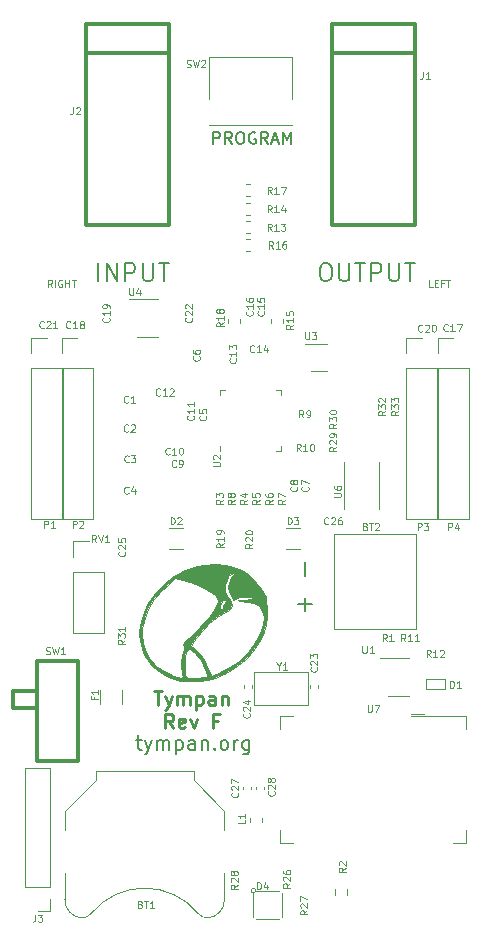
<source format=gbr>
%TF.GenerationSoftware,KiCad,Pcbnew,7.0.1-0*%
%TF.CreationDate,2024-02-14T11:54:31-05:00*%
%TF.ProjectId,Tympan_Rev_F,54796d70-616e-45f5-9265-765f462e6b69,rev?*%
%TF.SameCoordinates,Original*%
%TF.FileFunction,Legend,Top*%
%TF.FilePolarity,Positive*%
%FSLAX46Y46*%
G04 Gerber Fmt 4.6, Leading zero omitted, Abs format (unit mm)*
G04 Created by KiCad (PCBNEW 7.0.1-0) date 2024-02-14 11:54:31*
%MOMM*%
%LPD*%
G01*
G04 APERTURE LIST*
%ADD10C,0.125000*%
%ADD11C,0.150000*%
%ADD12C,0.200000*%
%ADD13C,0.240000*%
%ADD14C,0.100000*%
%ADD15C,0.300000*%
%ADD16C,0.120000*%
%ADD17C,0.010000*%
G04 APERTURE END LIST*
D10*
X136600000Y-78877571D02*
X136400000Y-78591857D01*
X136257143Y-78877571D02*
X136257143Y-78277571D01*
X136257143Y-78277571D02*
X136485714Y-78277571D01*
X136485714Y-78277571D02*
X136542857Y-78306142D01*
X136542857Y-78306142D02*
X136571428Y-78334714D01*
X136571428Y-78334714D02*
X136600000Y-78391857D01*
X136600000Y-78391857D02*
X136600000Y-78477571D01*
X136600000Y-78477571D02*
X136571428Y-78534714D01*
X136571428Y-78534714D02*
X136542857Y-78563285D01*
X136542857Y-78563285D02*
X136485714Y-78591857D01*
X136485714Y-78591857D02*
X136257143Y-78591857D01*
X136857143Y-78877571D02*
X136857143Y-78277571D01*
X137457142Y-78306142D02*
X137400000Y-78277571D01*
X137400000Y-78277571D02*
X137314285Y-78277571D01*
X137314285Y-78277571D02*
X137228571Y-78306142D01*
X137228571Y-78306142D02*
X137171428Y-78363285D01*
X137171428Y-78363285D02*
X137142857Y-78420428D01*
X137142857Y-78420428D02*
X137114285Y-78534714D01*
X137114285Y-78534714D02*
X137114285Y-78620428D01*
X137114285Y-78620428D02*
X137142857Y-78734714D01*
X137142857Y-78734714D02*
X137171428Y-78791857D01*
X137171428Y-78791857D02*
X137228571Y-78849000D01*
X137228571Y-78849000D02*
X137314285Y-78877571D01*
X137314285Y-78877571D02*
X137371428Y-78877571D01*
X137371428Y-78877571D02*
X137457142Y-78849000D01*
X137457142Y-78849000D02*
X137485714Y-78820428D01*
X137485714Y-78820428D02*
X137485714Y-78620428D01*
X137485714Y-78620428D02*
X137371428Y-78620428D01*
X137742857Y-78877571D02*
X137742857Y-78277571D01*
X137742857Y-78563285D02*
X138085714Y-78563285D01*
X138085714Y-78877571D02*
X138085714Y-78277571D01*
X138285713Y-78277571D02*
X138628571Y-78277571D01*
X138457142Y-78877571D02*
X138457142Y-78277571D01*
D11*
X159642857Y-76893928D02*
X159928571Y-76893928D01*
X159928571Y-76893928D02*
X160071428Y-76965357D01*
X160071428Y-76965357D02*
X160214285Y-77108214D01*
X160214285Y-77108214D02*
X160285714Y-77393928D01*
X160285714Y-77393928D02*
X160285714Y-77893928D01*
X160285714Y-77893928D02*
X160214285Y-78179642D01*
X160214285Y-78179642D02*
X160071428Y-78322500D01*
X160071428Y-78322500D02*
X159928571Y-78393928D01*
X159928571Y-78393928D02*
X159642857Y-78393928D01*
X159642857Y-78393928D02*
X159500000Y-78322500D01*
X159500000Y-78322500D02*
X159357142Y-78179642D01*
X159357142Y-78179642D02*
X159285714Y-77893928D01*
X159285714Y-77893928D02*
X159285714Y-77393928D01*
X159285714Y-77393928D02*
X159357142Y-77108214D01*
X159357142Y-77108214D02*
X159500000Y-76965357D01*
X159500000Y-76965357D02*
X159642857Y-76893928D01*
X160928571Y-76893928D02*
X160928571Y-78108214D01*
X160928571Y-78108214D02*
X161000000Y-78251071D01*
X161000000Y-78251071D02*
X161071429Y-78322500D01*
X161071429Y-78322500D02*
X161214286Y-78393928D01*
X161214286Y-78393928D02*
X161500000Y-78393928D01*
X161500000Y-78393928D02*
X161642857Y-78322500D01*
X161642857Y-78322500D02*
X161714286Y-78251071D01*
X161714286Y-78251071D02*
X161785714Y-78108214D01*
X161785714Y-78108214D02*
X161785714Y-76893928D01*
X162285715Y-76893928D02*
X163142858Y-76893928D01*
X162714286Y-78393928D02*
X162714286Y-76893928D01*
X163642857Y-78393928D02*
X163642857Y-76893928D01*
X163642857Y-76893928D02*
X164214286Y-76893928D01*
X164214286Y-76893928D02*
X164357143Y-76965357D01*
X164357143Y-76965357D02*
X164428572Y-77036785D01*
X164428572Y-77036785D02*
X164500000Y-77179642D01*
X164500000Y-77179642D02*
X164500000Y-77393928D01*
X164500000Y-77393928D02*
X164428572Y-77536785D01*
X164428572Y-77536785D02*
X164357143Y-77608214D01*
X164357143Y-77608214D02*
X164214286Y-77679642D01*
X164214286Y-77679642D02*
X163642857Y-77679642D01*
X165142857Y-76893928D02*
X165142857Y-78108214D01*
X165142857Y-78108214D02*
X165214286Y-78251071D01*
X165214286Y-78251071D02*
X165285715Y-78322500D01*
X165285715Y-78322500D02*
X165428572Y-78393928D01*
X165428572Y-78393928D02*
X165714286Y-78393928D01*
X165714286Y-78393928D02*
X165857143Y-78322500D01*
X165857143Y-78322500D02*
X165928572Y-78251071D01*
X165928572Y-78251071D02*
X166000000Y-78108214D01*
X166000000Y-78108214D02*
X166000000Y-76893928D01*
X166500001Y-76893928D02*
X167357144Y-76893928D01*
X166928572Y-78393928D02*
X166928572Y-76893928D01*
D12*
X143742857Y-117255142D02*
X144200000Y-117255142D01*
X143914286Y-116855142D02*
X143914286Y-117883714D01*
X143914286Y-117883714D02*
X143971429Y-117998000D01*
X143971429Y-117998000D02*
X144085714Y-118055142D01*
X144085714Y-118055142D02*
X144200000Y-118055142D01*
X144485714Y-117255142D02*
X144771428Y-118055142D01*
X145057143Y-117255142D02*
X144771428Y-118055142D01*
X144771428Y-118055142D02*
X144657143Y-118340857D01*
X144657143Y-118340857D02*
X144600000Y-118398000D01*
X144600000Y-118398000D02*
X144485714Y-118455142D01*
X145514286Y-118055142D02*
X145514286Y-117255142D01*
X145514286Y-117369428D02*
X145571429Y-117312285D01*
X145571429Y-117312285D02*
X145685714Y-117255142D01*
X145685714Y-117255142D02*
X145857143Y-117255142D01*
X145857143Y-117255142D02*
X145971429Y-117312285D01*
X145971429Y-117312285D02*
X146028572Y-117426571D01*
X146028572Y-117426571D02*
X146028572Y-118055142D01*
X146028572Y-117426571D02*
X146085714Y-117312285D01*
X146085714Y-117312285D02*
X146200000Y-117255142D01*
X146200000Y-117255142D02*
X146371429Y-117255142D01*
X146371429Y-117255142D02*
X146485714Y-117312285D01*
X146485714Y-117312285D02*
X146542857Y-117426571D01*
X146542857Y-117426571D02*
X146542857Y-118055142D01*
X147114286Y-117255142D02*
X147114286Y-118455142D01*
X147114286Y-117312285D02*
X147228572Y-117255142D01*
X147228572Y-117255142D02*
X147457143Y-117255142D01*
X147457143Y-117255142D02*
X147571429Y-117312285D01*
X147571429Y-117312285D02*
X147628572Y-117369428D01*
X147628572Y-117369428D02*
X147685714Y-117483714D01*
X147685714Y-117483714D02*
X147685714Y-117826571D01*
X147685714Y-117826571D02*
X147628572Y-117940857D01*
X147628572Y-117940857D02*
X147571429Y-117998000D01*
X147571429Y-117998000D02*
X147457143Y-118055142D01*
X147457143Y-118055142D02*
X147228572Y-118055142D01*
X147228572Y-118055142D02*
X147114286Y-117998000D01*
X148714286Y-118055142D02*
X148714286Y-117426571D01*
X148714286Y-117426571D02*
X148657143Y-117312285D01*
X148657143Y-117312285D02*
X148542857Y-117255142D01*
X148542857Y-117255142D02*
X148314286Y-117255142D01*
X148314286Y-117255142D02*
X148200000Y-117312285D01*
X148714286Y-117998000D02*
X148600000Y-118055142D01*
X148600000Y-118055142D02*
X148314286Y-118055142D01*
X148314286Y-118055142D02*
X148200000Y-117998000D01*
X148200000Y-117998000D02*
X148142857Y-117883714D01*
X148142857Y-117883714D02*
X148142857Y-117769428D01*
X148142857Y-117769428D02*
X148200000Y-117655142D01*
X148200000Y-117655142D02*
X148314286Y-117598000D01*
X148314286Y-117598000D02*
X148600000Y-117598000D01*
X148600000Y-117598000D02*
X148714286Y-117540857D01*
X149285714Y-117255142D02*
X149285714Y-118055142D01*
X149285714Y-117369428D02*
X149342857Y-117312285D01*
X149342857Y-117312285D02*
X149457142Y-117255142D01*
X149457142Y-117255142D02*
X149628571Y-117255142D01*
X149628571Y-117255142D02*
X149742857Y-117312285D01*
X149742857Y-117312285D02*
X149800000Y-117426571D01*
X149800000Y-117426571D02*
X149800000Y-118055142D01*
X150371428Y-117940857D02*
X150428571Y-117998000D01*
X150428571Y-117998000D02*
X150371428Y-118055142D01*
X150371428Y-118055142D02*
X150314285Y-117998000D01*
X150314285Y-117998000D02*
X150371428Y-117940857D01*
X150371428Y-117940857D02*
X150371428Y-118055142D01*
X151114285Y-118055142D02*
X151000000Y-117998000D01*
X151000000Y-117998000D02*
X150942857Y-117940857D01*
X150942857Y-117940857D02*
X150885714Y-117826571D01*
X150885714Y-117826571D02*
X150885714Y-117483714D01*
X150885714Y-117483714D02*
X150942857Y-117369428D01*
X150942857Y-117369428D02*
X151000000Y-117312285D01*
X151000000Y-117312285D02*
X151114285Y-117255142D01*
X151114285Y-117255142D02*
X151285714Y-117255142D01*
X151285714Y-117255142D02*
X151400000Y-117312285D01*
X151400000Y-117312285D02*
X151457143Y-117369428D01*
X151457143Y-117369428D02*
X151514285Y-117483714D01*
X151514285Y-117483714D02*
X151514285Y-117826571D01*
X151514285Y-117826571D02*
X151457143Y-117940857D01*
X151457143Y-117940857D02*
X151400000Y-117998000D01*
X151400000Y-117998000D02*
X151285714Y-118055142D01*
X151285714Y-118055142D02*
X151114285Y-118055142D01*
X152028571Y-118055142D02*
X152028571Y-117255142D01*
X152028571Y-117483714D02*
X152085714Y-117369428D01*
X152085714Y-117369428D02*
X152142857Y-117312285D01*
X152142857Y-117312285D02*
X152257142Y-117255142D01*
X152257142Y-117255142D02*
X152371428Y-117255142D01*
X153285714Y-117255142D02*
X153285714Y-118226571D01*
X153285714Y-118226571D02*
X153228571Y-118340857D01*
X153228571Y-118340857D02*
X153171428Y-118398000D01*
X153171428Y-118398000D02*
X153057142Y-118455142D01*
X153057142Y-118455142D02*
X152885714Y-118455142D01*
X152885714Y-118455142D02*
X152771428Y-118398000D01*
X153285714Y-117998000D02*
X153171428Y-118055142D01*
X153171428Y-118055142D02*
X152942856Y-118055142D01*
X152942856Y-118055142D02*
X152828571Y-117998000D01*
X152828571Y-117998000D02*
X152771428Y-117940857D01*
X152771428Y-117940857D02*
X152714285Y-117826571D01*
X152714285Y-117826571D02*
X152714285Y-117483714D01*
X152714285Y-117483714D02*
X152771428Y-117369428D01*
X152771428Y-117369428D02*
X152828571Y-117312285D01*
X152828571Y-117312285D02*
X152942856Y-117255142D01*
X152942856Y-117255142D02*
X153171428Y-117255142D01*
X153171428Y-117255142D02*
X153285714Y-117312285D01*
D11*
X150264286Y-66762619D02*
X150264286Y-65762619D01*
X150264286Y-65762619D02*
X150645238Y-65762619D01*
X150645238Y-65762619D02*
X150740476Y-65810238D01*
X150740476Y-65810238D02*
X150788095Y-65857857D01*
X150788095Y-65857857D02*
X150835714Y-65953095D01*
X150835714Y-65953095D02*
X150835714Y-66095952D01*
X150835714Y-66095952D02*
X150788095Y-66191190D01*
X150788095Y-66191190D02*
X150740476Y-66238809D01*
X150740476Y-66238809D02*
X150645238Y-66286428D01*
X150645238Y-66286428D02*
X150264286Y-66286428D01*
X151835714Y-66762619D02*
X151502381Y-66286428D01*
X151264286Y-66762619D02*
X151264286Y-65762619D01*
X151264286Y-65762619D02*
X151645238Y-65762619D01*
X151645238Y-65762619D02*
X151740476Y-65810238D01*
X151740476Y-65810238D02*
X151788095Y-65857857D01*
X151788095Y-65857857D02*
X151835714Y-65953095D01*
X151835714Y-65953095D02*
X151835714Y-66095952D01*
X151835714Y-66095952D02*
X151788095Y-66191190D01*
X151788095Y-66191190D02*
X151740476Y-66238809D01*
X151740476Y-66238809D02*
X151645238Y-66286428D01*
X151645238Y-66286428D02*
X151264286Y-66286428D01*
X152454762Y-65762619D02*
X152645238Y-65762619D01*
X152645238Y-65762619D02*
X152740476Y-65810238D01*
X152740476Y-65810238D02*
X152835714Y-65905476D01*
X152835714Y-65905476D02*
X152883333Y-66095952D01*
X152883333Y-66095952D02*
X152883333Y-66429285D01*
X152883333Y-66429285D02*
X152835714Y-66619761D01*
X152835714Y-66619761D02*
X152740476Y-66715000D01*
X152740476Y-66715000D02*
X152645238Y-66762619D01*
X152645238Y-66762619D02*
X152454762Y-66762619D01*
X152454762Y-66762619D02*
X152359524Y-66715000D01*
X152359524Y-66715000D02*
X152264286Y-66619761D01*
X152264286Y-66619761D02*
X152216667Y-66429285D01*
X152216667Y-66429285D02*
X152216667Y-66095952D01*
X152216667Y-66095952D02*
X152264286Y-65905476D01*
X152264286Y-65905476D02*
X152359524Y-65810238D01*
X152359524Y-65810238D02*
X152454762Y-65762619D01*
X153835714Y-65810238D02*
X153740476Y-65762619D01*
X153740476Y-65762619D02*
X153597619Y-65762619D01*
X153597619Y-65762619D02*
X153454762Y-65810238D01*
X153454762Y-65810238D02*
X153359524Y-65905476D01*
X153359524Y-65905476D02*
X153311905Y-66000714D01*
X153311905Y-66000714D02*
X153264286Y-66191190D01*
X153264286Y-66191190D02*
X153264286Y-66334047D01*
X153264286Y-66334047D02*
X153311905Y-66524523D01*
X153311905Y-66524523D02*
X153359524Y-66619761D01*
X153359524Y-66619761D02*
X153454762Y-66715000D01*
X153454762Y-66715000D02*
X153597619Y-66762619D01*
X153597619Y-66762619D02*
X153692857Y-66762619D01*
X153692857Y-66762619D02*
X153835714Y-66715000D01*
X153835714Y-66715000D02*
X153883333Y-66667380D01*
X153883333Y-66667380D02*
X153883333Y-66334047D01*
X153883333Y-66334047D02*
X153692857Y-66334047D01*
X154883333Y-66762619D02*
X154550000Y-66286428D01*
X154311905Y-66762619D02*
X154311905Y-65762619D01*
X154311905Y-65762619D02*
X154692857Y-65762619D01*
X154692857Y-65762619D02*
X154788095Y-65810238D01*
X154788095Y-65810238D02*
X154835714Y-65857857D01*
X154835714Y-65857857D02*
X154883333Y-65953095D01*
X154883333Y-65953095D02*
X154883333Y-66095952D01*
X154883333Y-66095952D02*
X154835714Y-66191190D01*
X154835714Y-66191190D02*
X154788095Y-66238809D01*
X154788095Y-66238809D02*
X154692857Y-66286428D01*
X154692857Y-66286428D02*
X154311905Y-66286428D01*
X155264286Y-66476904D02*
X155740476Y-66476904D01*
X155169048Y-66762619D02*
X155502381Y-65762619D01*
X155502381Y-65762619D02*
X155835714Y-66762619D01*
X156169048Y-66762619D02*
X156169048Y-65762619D01*
X156169048Y-65762619D02*
X156502381Y-66476904D01*
X156502381Y-66476904D02*
X156835714Y-65762619D01*
X156835714Y-65762619D02*
X156835714Y-66762619D01*
D10*
X168828571Y-78877571D02*
X168542857Y-78877571D01*
X168542857Y-78877571D02*
X168542857Y-78277571D01*
X169028571Y-78563285D02*
X169228571Y-78563285D01*
X169314285Y-78877571D02*
X169028571Y-78877571D01*
X169028571Y-78877571D02*
X169028571Y-78277571D01*
X169028571Y-78277571D02*
X169314285Y-78277571D01*
X169771428Y-78563285D02*
X169571428Y-78563285D01*
X169571428Y-78877571D02*
X169571428Y-78277571D01*
X169571428Y-78277571D02*
X169857142Y-78277571D01*
X169999999Y-78277571D02*
X170342857Y-78277571D01*
X170171428Y-78877571D02*
X170171428Y-78277571D01*
D13*
X145221428Y-113083142D02*
X145907143Y-113083142D01*
X145564285Y-114283142D02*
X145564285Y-113083142D01*
X146192857Y-113483142D02*
X146478571Y-114283142D01*
X146764286Y-113483142D02*
X146478571Y-114283142D01*
X146478571Y-114283142D02*
X146364286Y-114568857D01*
X146364286Y-114568857D02*
X146307143Y-114626000D01*
X146307143Y-114626000D02*
X146192857Y-114683142D01*
X147221429Y-114283142D02*
X147221429Y-113483142D01*
X147221429Y-113597428D02*
X147278572Y-113540285D01*
X147278572Y-113540285D02*
X147392857Y-113483142D01*
X147392857Y-113483142D02*
X147564286Y-113483142D01*
X147564286Y-113483142D02*
X147678572Y-113540285D01*
X147678572Y-113540285D02*
X147735715Y-113654571D01*
X147735715Y-113654571D02*
X147735715Y-114283142D01*
X147735715Y-113654571D02*
X147792857Y-113540285D01*
X147792857Y-113540285D02*
X147907143Y-113483142D01*
X147907143Y-113483142D02*
X148078572Y-113483142D01*
X148078572Y-113483142D02*
X148192857Y-113540285D01*
X148192857Y-113540285D02*
X148250000Y-113654571D01*
X148250000Y-113654571D02*
X148250000Y-114283142D01*
X148821429Y-113483142D02*
X148821429Y-114683142D01*
X148821429Y-113540285D02*
X148935715Y-113483142D01*
X148935715Y-113483142D02*
X149164286Y-113483142D01*
X149164286Y-113483142D02*
X149278572Y-113540285D01*
X149278572Y-113540285D02*
X149335715Y-113597428D01*
X149335715Y-113597428D02*
X149392857Y-113711714D01*
X149392857Y-113711714D02*
X149392857Y-114054571D01*
X149392857Y-114054571D02*
X149335715Y-114168857D01*
X149335715Y-114168857D02*
X149278572Y-114226000D01*
X149278572Y-114226000D02*
X149164286Y-114283142D01*
X149164286Y-114283142D02*
X148935715Y-114283142D01*
X148935715Y-114283142D02*
X148821429Y-114226000D01*
X150421429Y-114283142D02*
X150421429Y-113654571D01*
X150421429Y-113654571D02*
X150364286Y-113540285D01*
X150364286Y-113540285D02*
X150250000Y-113483142D01*
X150250000Y-113483142D02*
X150021429Y-113483142D01*
X150021429Y-113483142D02*
X149907143Y-113540285D01*
X150421429Y-114226000D02*
X150307143Y-114283142D01*
X150307143Y-114283142D02*
X150021429Y-114283142D01*
X150021429Y-114283142D02*
X149907143Y-114226000D01*
X149907143Y-114226000D02*
X149850000Y-114111714D01*
X149850000Y-114111714D02*
X149850000Y-113997428D01*
X149850000Y-113997428D02*
X149907143Y-113883142D01*
X149907143Y-113883142D02*
X150021429Y-113826000D01*
X150021429Y-113826000D02*
X150307143Y-113826000D01*
X150307143Y-113826000D02*
X150421429Y-113768857D01*
X150992857Y-113483142D02*
X150992857Y-114283142D01*
X150992857Y-113597428D02*
X151050000Y-113540285D01*
X151050000Y-113540285D02*
X151164285Y-113483142D01*
X151164285Y-113483142D02*
X151335714Y-113483142D01*
X151335714Y-113483142D02*
X151450000Y-113540285D01*
X151450000Y-113540285D02*
X151507143Y-113654571D01*
X151507143Y-113654571D02*
X151507143Y-114283142D01*
X146878571Y-116227142D02*
X146478571Y-115655714D01*
X146192857Y-116227142D02*
X146192857Y-115027142D01*
X146192857Y-115027142D02*
X146650000Y-115027142D01*
X146650000Y-115027142D02*
X146764285Y-115084285D01*
X146764285Y-115084285D02*
X146821428Y-115141428D01*
X146821428Y-115141428D02*
X146878571Y-115255714D01*
X146878571Y-115255714D02*
X146878571Y-115427142D01*
X146878571Y-115427142D02*
X146821428Y-115541428D01*
X146821428Y-115541428D02*
X146764285Y-115598571D01*
X146764285Y-115598571D02*
X146650000Y-115655714D01*
X146650000Y-115655714D02*
X146192857Y-115655714D01*
X147850000Y-116170000D02*
X147735714Y-116227142D01*
X147735714Y-116227142D02*
X147507143Y-116227142D01*
X147507143Y-116227142D02*
X147392857Y-116170000D01*
X147392857Y-116170000D02*
X147335714Y-116055714D01*
X147335714Y-116055714D02*
X147335714Y-115598571D01*
X147335714Y-115598571D02*
X147392857Y-115484285D01*
X147392857Y-115484285D02*
X147507143Y-115427142D01*
X147507143Y-115427142D02*
X147735714Y-115427142D01*
X147735714Y-115427142D02*
X147850000Y-115484285D01*
X147850000Y-115484285D02*
X147907143Y-115598571D01*
X147907143Y-115598571D02*
X147907143Y-115712857D01*
X147907143Y-115712857D02*
X147335714Y-115827142D01*
X148307142Y-115427142D02*
X148592856Y-116227142D01*
X148592856Y-116227142D02*
X148878571Y-115427142D01*
X150650000Y-115598571D02*
X150250000Y-115598571D01*
X150250000Y-116227142D02*
X150250000Y-115027142D01*
X150250000Y-115027142D02*
X150821428Y-115027142D01*
D11*
X140507142Y-78393928D02*
X140507142Y-76893928D01*
X141221428Y-78393928D02*
X141221428Y-76893928D01*
X141221428Y-76893928D02*
X142078571Y-78393928D01*
X142078571Y-78393928D02*
X142078571Y-76893928D01*
X142792857Y-78393928D02*
X142792857Y-76893928D01*
X142792857Y-76893928D02*
X143364286Y-76893928D01*
X143364286Y-76893928D02*
X143507143Y-76965357D01*
X143507143Y-76965357D02*
X143578572Y-77036785D01*
X143578572Y-77036785D02*
X143650000Y-77179642D01*
X143650000Y-77179642D02*
X143650000Y-77393928D01*
X143650000Y-77393928D02*
X143578572Y-77536785D01*
X143578572Y-77536785D02*
X143507143Y-77608214D01*
X143507143Y-77608214D02*
X143364286Y-77679642D01*
X143364286Y-77679642D02*
X142792857Y-77679642D01*
X144292857Y-76893928D02*
X144292857Y-78108214D01*
X144292857Y-78108214D02*
X144364286Y-78251071D01*
X144364286Y-78251071D02*
X144435715Y-78322500D01*
X144435715Y-78322500D02*
X144578572Y-78393928D01*
X144578572Y-78393928D02*
X144864286Y-78393928D01*
X144864286Y-78393928D02*
X145007143Y-78322500D01*
X145007143Y-78322500D02*
X145078572Y-78251071D01*
X145078572Y-78251071D02*
X145150000Y-78108214D01*
X145150000Y-78108214D02*
X145150000Y-76893928D01*
X145650001Y-76893928D02*
X146507144Y-76893928D01*
X146078572Y-78393928D02*
X146078572Y-76893928D01*
D10*
X163128571Y-99163285D02*
X163214285Y-99191857D01*
X163214285Y-99191857D02*
X163242856Y-99220428D01*
X163242856Y-99220428D02*
X163271428Y-99277571D01*
X163271428Y-99277571D02*
X163271428Y-99363285D01*
X163271428Y-99363285D02*
X163242856Y-99420428D01*
X163242856Y-99420428D02*
X163214285Y-99449000D01*
X163214285Y-99449000D02*
X163157142Y-99477571D01*
X163157142Y-99477571D02*
X162928571Y-99477571D01*
X162928571Y-99477571D02*
X162928571Y-98877571D01*
X162928571Y-98877571D02*
X163128571Y-98877571D01*
X163128571Y-98877571D02*
X163185714Y-98906142D01*
X163185714Y-98906142D02*
X163214285Y-98934714D01*
X163214285Y-98934714D02*
X163242856Y-98991857D01*
X163242856Y-98991857D02*
X163242856Y-99049000D01*
X163242856Y-99049000D02*
X163214285Y-99106142D01*
X163214285Y-99106142D02*
X163185714Y-99134714D01*
X163185714Y-99134714D02*
X163128571Y-99163285D01*
X163128571Y-99163285D02*
X162928571Y-99163285D01*
X163442856Y-98877571D02*
X163785714Y-98877571D01*
X163614285Y-99477571D02*
X163614285Y-98877571D01*
X163957142Y-98934714D02*
X163985714Y-98906142D01*
X163985714Y-98906142D02*
X164042857Y-98877571D01*
X164042857Y-98877571D02*
X164185714Y-98877571D01*
X164185714Y-98877571D02*
X164242857Y-98906142D01*
X164242857Y-98906142D02*
X164271428Y-98934714D01*
X164271428Y-98934714D02*
X164299999Y-98991857D01*
X164299999Y-98991857D02*
X164299999Y-99049000D01*
X164299999Y-99049000D02*
X164271428Y-99134714D01*
X164271428Y-99134714D02*
X163928571Y-99477571D01*
X163928571Y-99477571D02*
X164299999Y-99477571D01*
D12*
X158022500Y-106321428D02*
X158022500Y-105178571D01*
X158593928Y-105749999D02*
X157451071Y-105749999D01*
X158022500Y-103321428D02*
X158022500Y-102178571D01*
D10*
X167999999Y-60677571D02*
X167999999Y-61106142D01*
X167999999Y-61106142D02*
X167971428Y-61191857D01*
X167971428Y-61191857D02*
X167914285Y-61249000D01*
X167914285Y-61249000D02*
X167828571Y-61277571D01*
X167828571Y-61277571D02*
X167771428Y-61277571D01*
X168599999Y-61277571D02*
X168257142Y-61277571D01*
X168428571Y-61277571D02*
X168428571Y-60677571D01*
X168428571Y-60677571D02*
X168371428Y-60763285D01*
X168371428Y-60763285D02*
X168314285Y-60820428D01*
X168314285Y-60820428D02*
X168257142Y-60849000D01*
X138399999Y-63677571D02*
X138399999Y-64106142D01*
X138399999Y-64106142D02*
X138371428Y-64191857D01*
X138371428Y-64191857D02*
X138314285Y-64249000D01*
X138314285Y-64249000D02*
X138228571Y-64277571D01*
X138228571Y-64277571D02*
X138171428Y-64277571D01*
X138657142Y-63734714D02*
X138685714Y-63706142D01*
X138685714Y-63706142D02*
X138742857Y-63677571D01*
X138742857Y-63677571D02*
X138885714Y-63677571D01*
X138885714Y-63677571D02*
X138942857Y-63706142D01*
X138942857Y-63706142D02*
X138971428Y-63734714D01*
X138971428Y-63734714D02*
X138999999Y-63791857D01*
X138999999Y-63791857D02*
X138999999Y-63849000D01*
X138999999Y-63849000D02*
X138971428Y-63934714D01*
X138971428Y-63934714D02*
X138628571Y-64277571D01*
X138628571Y-64277571D02*
X138999999Y-64277571D01*
X136099999Y-109949000D02*
X136185714Y-109977571D01*
X136185714Y-109977571D02*
X136328571Y-109977571D01*
X136328571Y-109977571D02*
X136385714Y-109949000D01*
X136385714Y-109949000D02*
X136414285Y-109920428D01*
X136414285Y-109920428D02*
X136442856Y-109863285D01*
X136442856Y-109863285D02*
X136442856Y-109806142D01*
X136442856Y-109806142D02*
X136414285Y-109749000D01*
X136414285Y-109749000D02*
X136385714Y-109720428D01*
X136385714Y-109720428D02*
X136328571Y-109691857D01*
X136328571Y-109691857D02*
X136214285Y-109663285D01*
X136214285Y-109663285D02*
X136157142Y-109634714D01*
X136157142Y-109634714D02*
X136128571Y-109606142D01*
X136128571Y-109606142D02*
X136099999Y-109549000D01*
X136099999Y-109549000D02*
X136099999Y-109491857D01*
X136099999Y-109491857D02*
X136128571Y-109434714D01*
X136128571Y-109434714D02*
X136157142Y-109406142D01*
X136157142Y-109406142D02*
X136214285Y-109377571D01*
X136214285Y-109377571D02*
X136357142Y-109377571D01*
X136357142Y-109377571D02*
X136442856Y-109406142D01*
X136642857Y-109377571D02*
X136785714Y-109977571D01*
X136785714Y-109977571D02*
X136900000Y-109549000D01*
X136900000Y-109549000D02*
X137014285Y-109977571D01*
X137014285Y-109977571D02*
X137157143Y-109377571D01*
X137699999Y-109977571D02*
X137357142Y-109977571D01*
X137528571Y-109977571D02*
X137528571Y-109377571D01*
X137528571Y-109377571D02*
X137471428Y-109463285D01*
X137471428Y-109463285D02*
X137414285Y-109520428D01*
X137414285Y-109520428D02*
X137357142Y-109549000D01*
X143050000Y-88620428D02*
X143021428Y-88649000D01*
X143021428Y-88649000D02*
X142935714Y-88677571D01*
X142935714Y-88677571D02*
X142878571Y-88677571D01*
X142878571Y-88677571D02*
X142792857Y-88649000D01*
X142792857Y-88649000D02*
X142735714Y-88591857D01*
X142735714Y-88591857D02*
X142707143Y-88534714D01*
X142707143Y-88534714D02*
X142678571Y-88420428D01*
X142678571Y-88420428D02*
X142678571Y-88334714D01*
X142678571Y-88334714D02*
X142707143Y-88220428D01*
X142707143Y-88220428D02*
X142735714Y-88163285D01*
X142735714Y-88163285D02*
X142792857Y-88106142D01*
X142792857Y-88106142D02*
X142878571Y-88077571D01*
X142878571Y-88077571D02*
X142935714Y-88077571D01*
X142935714Y-88077571D02*
X143021428Y-88106142D01*
X143021428Y-88106142D02*
X143050000Y-88134714D01*
X143621428Y-88677571D02*
X143278571Y-88677571D01*
X143450000Y-88677571D02*
X143450000Y-88077571D01*
X143450000Y-88077571D02*
X143392857Y-88163285D01*
X143392857Y-88163285D02*
X143335714Y-88220428D01*
X143335714Y-88220428D02*
X143278571Y-88249000D01*
X143050000Y-91070428D02*
X143021428Y-91099000D01*
X143021428Y-91099000D02*
X142935714Y-91127571D01*
X142935714Y-91127571D02*
X142878571Y-91127571D01*
X142878571Y-91127571D02*
X142792857Y-91099000D01*
X142792857Y-91099000D02*
X142735714Y-91041857D01*
X142735714Y-91041857D02*
X142707143Y-90984714D01*
X142707143Y-90984714D02*
X142678571Y-90870428D01*
X142678571Y-90870428D02*
X142678571Y-90784714D01*
X142678571Y-90784714D02*
X142707143Y-90670428D01*
X142707143Y-90670428D02*
X142735714Y-90613285D01*
X142735714Y-90613285D02*
X142792857Y-90556142D01*
X142792857Y-90556142D02*
X142878571Y-90527571D01*
X142878571Y-90527571D02*
X142935714Y-90527571D01*
X142935714Y-90527571D02*
X143021428Y-90556142D01*
X143021428Y-90556142D02*
X143050000Y-90584714D01*
X143278571Y-90584714D02*
X143307143Y-90556142D01*
X143307143Y-90556142D02*
X143364286Y-90527571D01*
X143364286Y-90527571D02*
X143507143Y-90527571D01*
X143507143Y-90527571D02*
X143564286Y-90556142D01*
X143564286Y-90556142D02*
X143592857Y-90584714D01*
X143592857Y-90584714D02*
X143621428Y-90641857D01*
X143621428Y-90641857D02*
X143621428Y-90699000D01*
X143621428Y-90699000D02*
X143592857Y-90784714D01*
X143592857Y-90784714D02*
X143250000Y-91127571D01*
X143250000Y-91127571D02*
X143621428Y-91127571D01*
X143100000Y-93670428D02*
X143071428Y-93699000D01*
X143071428Y-93699000D02*
X142985714Y-93727571D01*
X142985714Y-93727571D02*
X142928571Y-93727571D01*
X142928571Y-93727571D02*
X142842857Y-93699000D01*
X142842857Y-93699000D02*
X142785714Y-93641857D01*
X142785714Y-93641857D02*
X142757143Y-93584714D01*
X142757143Y-93584714D02*
X142728571Y-93470428D01*
X142728571Y-93470428D02*
X142728571Y-93384714D01*
X142728571Y-93384714D02*
X142757143Y-93270428D01*
X142757143Y-93270428D02*
X142785714Y-93213285D01*
X142785714Y-93213285D02*
X142842857Y-93156142D01*
X142842857Y-93156142D02*
X142928571Y-93127571D01*
X142928571Y-93127571D02*
X142985714Y-93127571D01*
X142985714Y-93127571D02*
X143071428Y-93156142D01*
X143071428Y-93156142D02*
X143100000Y-93184714D01*
X143300000Y-93127571D02*
X143671428Y-93127571D01*
X143671428Y-93127571D02*
X143471428Y-93356142D01*
X143471428Y-93356142D02*
X143557143Y-93356142D01*
X143557143Y-93356142D02*
X143614286Y-93384714D01*
X143614286Y-93384714D02*
X143642857Y-93413285D01*
X143642857Y-93413285D02*
X143671428Y-93470428D01*
X143671428Y-93470428D02*
X143671428Y-93613285D01*
X143671428Y-93613285D02*
X143642857Y-93670428D01*
X143642857Y-93670428D02*
X143614286Y-93699000D01*
X143614286Y-93699000D02*
X143557143Y-93727571D01*
X143557143Y-93727571D02*
X143385714Y-93727571D01*
X143385714Y-93727571D02*
X143328571Y-93699000D01*
X143328571Y-93699000D02*
X143300000Y-93670428D01*
X170114285Y-82570428D02*
X170085713Y-82599000D01*
X170085713Y-82599000D02*
X169999999Y-82627571D01*
X169999999Y-82627571D02*
X169942856Y-82627571D01*
X169942856Y-82627571D02*
X169857142Y-82599000D01*
X169857142Y-82599000D02*
X169799999Y-82541857D01*
X169799999Y-82541857D02*
X169771428Y-82484714D01*
X169771428Y-82484714D02*
X169742856Y-82370428D01*
X169742856Y-82370428D02*
X169742856Y-82284714D01*
X169742856Y-82284714D02*
X169771428Y-82170428D01*
X169771428Y-82170428D02*
X169799999Y-82113285D01*
X169799999Y-82113285D02*
X169857142Y-82056142D01*
X169857142Y-82056142D02*
X169942856Y-82027571D01*
X169942856Y-82027571D02*
X169999999Y-82027571D01*
X169999999Y-82027571D02*
X170085713Y-82056142D01*
X170085713Y-82056142D02*
X170114285Y-82084714D01*
X170685713Y-82627571D02*
X170342856Y-82627571D01*
X170514285Y-82627571D02*
X170514285Y-82027571D01*
X170514285Y-82027571D02*
X170457142Y-82113285D01*
X170457142Y-82113285D02*
X170399999Y-82170428D01*
X170399999Y-82170428D02*
X170342856Y-82199000D01*
X170885714Y-82027571D02*
X171285714Y-82027571D01*
X171285714Y-82027571D02*
X171028571Y-82627571D01*
X138164285Y-82320428D02*
X138135713Y-82349000D01*
X138135713Y-82349000D02*
X138049999Y-82377571D01*
X138049999Y-82377571D02*
X137992856Y-82377571D01*
X137992856Y-82377571D02*
X137907142Y-82349000D01*
X137907142Y-82349000D02*
X137849999Y-82291857D01*
X137849999Y-82291857D02*
X137821428Y-82234714D01*
X137821428Y-82234714D02*
X137792856Y-82120428D01*
X137792856Y-82120428D02*
X137792856Y-82034714D01*
X137792856Y-82034714D02*
X137821428Y-81920428D01*
X137821428Y-81920428D02*
X137849999Y-81863285D01*
X137849999Y-81863285D02*
X137907142Y-81806142D01*
X137907142Y-81806142D02*
X137992856Y-81777571D01*
X137992856Y-81777571D02*
X138049999Y-81777571D01*
X138049999Y-81777571D02*
X138135713Y-81806142D01*
X138135713Y-81806142D02*
X138164285Y-81834714D01*
X138735713Y-82377571D02*
X138392856Y-82377571D01*
X138564285Y-82377571D02*
X138564285Y-81777571D01*
X138564285Y-81777571D02*
X138507142Y-81863285D01*
X138507142Y-81863285D02*
X138449999Y-81920428D01*
X138449999Y-81920428D02*
X138392856Y-81949000D01*
X139078571Y-82034714D02*
X139021428Y-82006142D01*
X139021428Y-82006142D02*
X138992857Y-81977571D01*
X138992857Y-81977571D02*
X138964285Y-81920428D01*
X138964285Y-81920428D02*
X138964285Y-81891857D01*
X138964285Y-81891857D02*
X138992857Y-81834714D01*
X138992857Y-81834714D02*
X139021428Y-81806142D01*
X139021428Y-81806142D02*
X139078571Y-81777571D01*
X139078571Y-81777571D02*
X139192857Y-81777571D01*
X139192857Y-81777571D02*
X139250000Y-81806142D01*
X139250000Y-81806142D02*
X139278571Y-81834714D01*
X139278571Y-81834714D02*
X139307142Y-81891857D01*
X139307142Y-81891857D02*
X139307142Y-81920428D01*
X139307142Y-81920428D02*
X139278571Y-81977571D01*
X139278571Y-81977571D02*
X139250000Y-82006142D01*
X139250000Y-82006142D02*
X139192857Y-82034714D01*
X139192857Y-82034714D02*
X139078571Y-82034714D01*
X139078571Y-82034714D02*
X139021428Y-82063285D01*
X139021428Y-82063285D02*
X138992857Y-82091857D01*
X138992857Y-82091857D02*
X138964285Y-82149000D01*
X138964285Y-82149000D02*
X138964285Y-82263285D01*
X138964285Y-82263285D02*
X138992857Y-82320428D01*
X138992857Y-82320428D02*
X139021428Y-82349000D01*
X139021428Y-82349000D02*
X139078571Y-82377571D01*
X139078571Y-82377571D02*
X139192857Y-82377571D01*
X139192857Y-82377571D02*
X139250000Y-82349000D01*
X139250000Y-82349000D02*
X139278571Y-82320428D01*
X139278571Y-82320428D02*
X139307142Y-82263285D01*
X139307142Y-82263285D02*
X139307142Y-82149000D01*
X139307142Y-82149000D02*
X139278571Y-82091857D01*
X139278571Y-82091857D02*
X139250000Y-82063285D01*
X139250000Y-82063285D02*
X139192857Y-82034714D01*
X141420428Y-81485714D02*
X141449000Y-81514286D01*
X141449000Y-81514286D02*
X141477571Y-81600000D01*
X141477571Y-81600000D02*
X141477571Y-81657143D01*
X141477571Y-81657143D02*
X141449000Y-81742857D01*
X141449000Y-81742857D02*
X141391857Y-81800000D01*
X141391857Y-81800000D02*
X141334714Y-81828571D01*
X141334714Y-81828571D02*
X141220428Y-81857143D01*
X141220428Y-81857143D02*
X141134714Y-81857143D01*
X141134714Y-81857143D02*
X141020428Y-81828571D01*
X141020428Y-81828571D02*
X140963285Y-81800000D01*
X140963285Y-81800000D02*
X140906142Y-81742857D01*
X140906142Y-81742857D02*
X140877571Y-81657143D01*
X140877571Y-81657143D02*
X140877571Y-81600000D01*
X140877571Y-81600000D02*
X140906142Y-81514286D01*
X140906142Y-81514286D02*
X140934714Y-81485714D01*
X141477571Y-80914286D02*
X141477571Y-81257143D01*
X141477571Y-81085714D02*
X140877571Y-81085714D01*
X140877571Y-81085714D02*
X140963285Y-81142857D01*
X140963285Y-81142857D02*
X141020428Y-81200000D01*
X141020428Y-81200000D02*
X141049000Y-81257143D01*
X141477571Y-80628571D02*
X141477571Y-80514285D01*
X141477571Y-80514285D02*
X141449000Y-80457142D01*
X141449000Y-80457142D02*
X141420428Y-80428571D01*
X141420428Y-80428571D02*
X141334714Y-80371428D01*
X141334714Y-80371428D02*
X141220428Y-80342857D01*
X141220428Y-80342857D02*
X140991857Y-80342857D01*
X140991857Y-80342857D02*
X140934714Y-80371428D01*
X140934714Y-80371428D02*
X140906142Y-80400000D01*
X140906142Y-80400000D02*
X140877571Y-80457142D01*
X140877571Y-80457142D02*
X140877571Y-80571428D01*
X140877571Y-80571428D02*
X140906142Y-80628571D01*
X140906142Y-80628571D02*
X140934714Y-80657142D01*
X140934714Y-80657142D02*
X140991857Y-80685714D01*
X140991857Y-80685714D02*
X141134714Y-80685714D01*
X141134714Y-80685714D02*
X141191857Y-80657142D01*
X141191857Y-80657142D02*
X141220428Y-80628571D01*
X141220428Y-80628571D02*
X141249000Y-80571428D01*
X141249000Y-80571428D02*
X141249000Y-80457142D01*
X141249000Y-80457142D02*
X141220428Y-80400000D01*
X141220428Y-80400000D02*
X141191857Y-80371428D01*
X141191857Y-80371428D02*
X141134714Y-80342857D01*
X167964285Y-82620428D02*
X167935713Y-82649000D01*
X167935713Y-82649000D02*
X167849999Y-82677571D01*
X167849999Y-82677571D02*
X167792856Y-82677571D01*
X167792856Y-82677571D02*
X167707142Y-82649000D01*
X167707142Y-82649000D02*
X167649999Y-82591857D01*
X167649999Y-82591857D02*
X167621428Y-82534714D01*
X167621428Y-82534714D02*
X167592856Y-82420428D01*
X167592856Y-82420428D02*
X167592856Y-82334714D01*
X167592856Y-82334714D02*
X167621428Y-82220428D01*
X167621428Y-82220428D02*
X167649999Y-82163285D01*
X167649999Y-82163285D02*
X167707142Y-82106142D01*
X167707142Y-82106142D02*
X167792856Y-82077571D01*
X167792856Y-82077571D02*
X167849999Y-82077571D01*
X167849999Y-82077571D02*
X167935713Y-82106142D01*
X167935713Y-82106142D02*
X167964285Y-82134714D01*
X168192856Y-82134714D02*
X168221428Y-82106142D01*
X168221428Y-82106142D02*
X168278571Y-82077571D01*
X168278571Y-82077571D02*
X168421428Y-82077571D01*
X168421428Y-82077571D02*
X168478571Y-82106142D01*
X168478571Y-82106142D02*
X168507142Y-82134714D01*
X168507142Y-82134714D02*
X168535713Y-82191857D01*
X168535713Y-82191857D02*
X168535713Y-82249000D01*
X168535713Y-82249000D02*
X168507142Y-82334714D01*
X168507142Y-82334714D02*
X168164285Y-82677571D01*
X168164285Y-82677571D02*
X168535713Y-82677571D01*
X168907142Y-82077571D02*
X168964285Y-82077571D01*
X168964285Y-82077571D02*
X169021428Y-82106142D01*
X169021428Y-82106142D02*
X169050000Y-82134714D01*
X169050000Y-82134714D02*
X169078571Y-82191857D01*
X169078571Y-82191857D02*
X169107142Y-82306142D01*
X169107142Y-82306142D02*
X169107142Y-82449000D01*
X169107142Y-82449000D02*
X169078571Y-82563285D01*
X169078571Y-82563285D02*
X169050000Y-82620428D01*
X169050000Y-82620428D02*
X169021428Y-82649000D01*
X169021428Y-82649000D02*
X168964285Y-82677571D01*
X168964285Y-82677571D02*
X168907142Y-82677571D01*
X168907142Y-82677571D02*
X168850000Y-82649000D01*
X168850000Y-82649000D02*
X168821428Y-82620428D01*
X168821428Y-82620428D02*
X168792857Y-82563285D01*
X168792857Y-82563285D02*
X168764285Y-82449000D01*
X168764285Y-82449000D02*
X168764285Y-82306142D01*
X168764285Y-82306142D02*
X168792857Y-82191857D01*
X168792857Y-82191857D02*
X168821428Y-82134714D01*
X168821428Y-82134714D02*
X168850000Y-82106142D01*
X168850000Y-82106142D02*
X168907142Y-82077571D01*
X135914285Y-82320428D02*
X135885713Y-82349000D01*
X135885713Y-82349000D02*
X135799999Y-82377571D01*
X135799999Y-82377571D02*
X135742856Y-82377571D01*
X135742856Y-82377571D02*
X135657142Y-82349000D01*
X135657142Y-82349000D02*
X135599999Y-82291857D01*
X135599999Y-82291857D02*
X135571428Y-82234714D01*
X135571428Y-82234714D02*
X135542856Y-82120428D01*
X135542856Y-82120428D02*
X135542856Y-82034714D01*
X135542856Y-82034714D02*
X135571428Y-81920428D01*
X135571428Y-81920428D02*
X135599999Y-81863285D01*
X135599999Y-81863285D02*
X135657142Y-81806142D01*
X135657142Y-81806142D02*
X135742856Y-81777571D01*
X135742856Y-81777571D02*
X135799999Y-81777571D01*
X135799999Y-81777571D02*
X135885713Y-81806142D01*
X135885713Y-81806142D02*
X135914285Y-81834714D01*
X136142856Y-81834714D02*
X136171428Y-81806142D01*
X136171428Y-81806142D02*
X136228571Y-81777571D01*
X136228571Y-81777571D02*
X136371428Y-81777571D01*
X136371428Y-81777571D02*
X136428571Y-81806142D01*
X136428571Y-81806142D02*
X136457142Y-81834714D01*
X136457142Y-81834714D02*
X136485713Y-81891857D01*
X136485713Y-81891857D02*
X136485713Y-81949000D01*
X136485713Y-81949000D02*
X136457142Y-82034714D01*
X136457142Y-82034714D02*
X136114285Y-82377571D01*
X136114285Y-82377571D02*
X136485713Y-82377571D01*
X137057142Y-82377571D02*
X136714285Y-82377571D01*
X136885714Y-82377571D02*
X136885714Y-81777571D01*
X136885714Y-81777571D02*
X136828571Y-81863285D01*
X136828571Y-81863285D02*
X136771428Y-81920428D01*
X136771428Y-81920428D02*
X136714285Y-81949000D01*
X148420428Y-81485714D02*
X148449000Y-81514286D01*
X148449000Y-81514286D02*
X148477571Y-81600000D01*
X148477571Y-81600000D02*
X148477571Y-81657143D01*
X148477571Y-81657143D02*
X148449000Y-81742857D01*
X148449000Y-81742857D02*
X148391857Y-81800000D01*
X148391857Y-81800000D02*
X148334714Y-81828571D01*
X148334714Y-81828571D02*
X148220428Y-81857143D01*
X148220428Y-81857143D02*
X148134714Y-81857143D01*
X148134714Y-81857143D02*
X148020428Y-81828571D01*
X148020428Y-81828571D02*
X147963285Y-81800000D01*
X147963285Y-81800000D02*
X147906142Y-81742857D01*
X147906142Y-81742857D02*
X147877571Y-81657143D01*
X147877571Y-81657143D02*
X147877571Y-81600000D01*
X147877571Y-81600000D02*
X147906142Y-81514286D01*
X147906142Y-81514286D02*
X147934714Y-81485714D01*
X147934714Y-81257143D02*
X147906142Y-81228571D01*
X147906142Y-81228571D02*
X147877571Y-81171429D01*
X147877571Y-81171429D02*
X147877571Y-81028571D01*
X147877571Y-81028571D02*
X147906142Y-80971429D01*
X147906142Y-80971429D02*
X147934714Y-80942857D01*
X147934714Y-80942857D02*
X147991857Y-80914286D01*
X147991857Y-80914286D02*
X148049000Y-80914286D01*
X148049000Y-80914286D02*
X148134714Y-80942857D01*
X148134714Y-80942857D02*
X148477571Y-81285714D01*
X148477571Y-81285714D02*
X148477571Y-80914286D01*
X147934714Y-80685714D02*
X147906142Y-80657142D01*
X147906142Y-80657142D02*
X147877571Y-80600000D01*
X147877571Y-80600000D02*
X147877571Y-80457142D01*
X147877571Y-80457142D02*
X147906142Y-80400000D01*
X147906142Y-80400000D02*
X147934714Y-80371428D01*
X147934714Y-80371428D02*
X147991857Y-80342857D01*
X147991857Y-80342857D02*
X148049000Y-80342857D01*
X148049000Y-80342857D02*
X148134714Y-80371428D01*
X148134714Y-80371428D02*
X148477571Y-80714285D01*
X148477571Y-80714285D02*
X148477571Y-80342857D01*
X142770428Y-101285714D02*
X142799000Y-101314286D01*
X142799000Y-101314286D02*
X142827571Y-101400000D01*
X142827571Y-101400000D02*
X142827571Y-101457143D01*
X142827571Y-101457143D02*
X142799000Y-101542857D01*
X142799000Y-101542857D02*
X142741857Y-101600000D01*
X142741857Y-101600000D02*
X142684714Y-101628571D01*
X142684714Y-101628571D02*
X142570428Y-101657143D01*
X142570428Y-101657143D02*
X142484714Y-101657143D01*
X142484714Y-101657143D02*
X142370428Y-101628571D01*
X142370428Y-101628571D02*
X142313285Y-101600000D01*
X142313285Y-101600000D02*
X142256142Y-101542857D01*
X142256142Y-101542857D02*
X142227571Y-101457143D01*
X142227571Y-101457143D02*
X142227571Y-101400000D01*
X142227571Y-101400000D02*
X142256142Y-101314286D01*
X142256142Y-101314286D02*
X142284714Y-101285714D01*
X142284714Y-101057143D02*
X142256142Y-101028571D01*
X142256142Y-101028571D02*
X142227571Y-100971429D01*
X142227571Y-100971429D02*
X142227571Y-100828571D01*
X142227571Y-100828571D02*
X142256142Y-100771429D01*
X142256142Y-100771429D02*
X142284714Y-100742857D01*
X142284714Y-100742857D02*
X142341857Y-100714286D01*
X142341857Y-100714286D02*
X142399000Y-100714286D01*
X142399000Y-100714286D02*
X142484714Y-100742857D01*
X142484714Y-100742857D02*
X142827571Y-101085714D01*
X142827571Y-101085714D02*
X142827571Y-100714286D01*
X142227571Y-100171428D02*
X142227571Y-100457142D01*
X142227571Y-100457142D02*
X142513285Y-100485714D01*
X142513285Y-100485714D02*
X142484714Y-100457142D01*
X142484714Y-100457142D02*
X142456142Y-100400000D01*
X142456142Y-100400000D02*
X142456142Y-100257142D01*
X142456142Y-100257142D02*
X142484714Y-100200000D01*
X142484714Y-100200000D02*
X142513285Y-100171428D01*
X142513285Y-100171428D02*
X142570428Y-100142857D01*
X142570428Y-100142857D02*
X142713285Y-100142857D01*
X142713285Y-100142857D02*
X142770428Y-100171428D01*
X142770428Y-100171428D02*
X142799000Y-100200000D01*
X142799000Y-100200000D02*
X142827571Y-100257142D01*
X142827571Y-100257142D02*
X142827571Y-100400000D01*
X142827571Y-100400000D02*
X142799000Y-100457142D01*
X142799000Y-100457142D02*
X142770428Y-100485714D01*
X146657143Y-98977571D02*
X146657143Y-98377571D01*
X146657143Y-98377571D02*
X146800000Y-98377571D01*
X146800000Y-98377571D02*
X146885714Y-98406142D01*
X146885714Y-98406142D02*
X146942857Y-98463285D01*
X146942857Y-98463285D02*
X146971428Y-98520428D01*
X146971428Y-98520428D02*
X147000000Y-98634714D01*
X147000000Y-98634714D02*
X147000000Y-98720428D01*
X147000000Y-98720428D02*
X146971428Y-98834714D01*
X146971428Y-98834714D02*
X146942857Y-98891857D01*
X146942857Y-98891857D02*
X146885714Y-98949000D01*
X146885714Y-98949000D02*
X146800000Y-98977571D01*
X146800000Y-98977571D02*
X146657143Y-98977571D01*
X147228571Y-98434714D02*
X147257143Y-98406142D01*
X147257143Y-98406142D02*
X147314286Y-98377571D01*
X147314286Y-98377571D02*
X147457143Y-98377571D01*
X147457143Y-98377571D02*
X147514286Y-98406142D01*
X147514286Y-98406142D02*
X147542857Y-98434714D01*
X147542857Y-98434714D02*
X147571428Y-98491857D01*
X147571428Y-98491857D02*
X147571428Y-98549000D01*
X147571428Y-98549000D02*
X147542857Y-98634714D01*
X147542857Y-98634714D02*
X147200000Y-98977571D01*
X147200000Y-98977571D02*
X147571428Y-98977571D01*
X156557144Y-98977571D02*
X156557144Y-98377571D01*
X156557144Y-98377571D02*
X156700001Y-98377571D01*
X156700001Y-98377571D02*
X156785715Y-98406142D01*
X156785715Y-98406142D02*
X156842858Y-98463285D01*
X156842858Y-98463285D02*
X156871429Y-98520428D01*
X156871429Y-98520428D02*
X156900001Y-98634714D01*
X156900001Y-98634714D02*
X156900001Y-98720428D01*
X156900001Y-98720428D02*
X156871429Y-98834714D01*
X156871429Y-98834714D02*
X156842858Y-98891857D01*
X156842858Y-98891857D02*
X156785715Y-98949000D01*
X156785715Y-98949000D02*
X156700001Y-98977571D01*
X156700001Y-98977571D02*
X156557144Y-98977571D01*
X157100001Y-98377571D02*
X157471429Y-98377571D01*
X157471429Y-98377571D02*
X157271429Y-98606142D01*
X157271429Y-98606142D02*
X157357144Y-98606142D01*
X157357144Y-98606142D02*
X157414287Y-98634714D01*
X157414287Y-98634714D02*
X157442858Y-98663285D01*
X157442858Y-98663285D02*
X157471429Y-98720428D01*
X157471429Y-98720428D02*
X157471429Y-98863285D01*
X157471429Y-98863285D02*
X157442858Y-98920428D01*
X157442858Y-98920428D02*
X157414287Y-98949000D01*
X157414287Y-98949000D02*
X157357144Y-98977571D01*
X157357144Y-98977571D02*
X157185715Y-98977571D01*
X157185715Y-98977571D02*
X157128572Y-98949000D01*
X157128572Y-98949000D02*
X157100001Y-98920428D01*
X140163285Y-113599999D02*
X140163285Y-113799999D01*
X140477571Y-113799999D02*
X139877571Y-113799999D01*
X139877571Y-113799999D02*
X139877571Y-113514285D01*
X140477571Y-112971428D02*
X140477571Y-113314285D01*
X140477571Y-113142856D02*
X139877571Y-113142856D01*
X139877571Y-113142856D02*
X139963285Y-113199999D01*
X139963285Y-113199999D02*
X140020428Y-113257142D01*
X140020428Y-113257142D02*
X140049000Y-113314285D01*
X135957143Y-99277571D02*
X135957143Y-98677571D01*
X135957143Y-98677571D02*
X136185714Y-98677571D01*
X136185714Y-98677571D02*
X136242857Y-98706142D01*
X136242857Y-98706142D02*
X136271428Y-98734714D01*
X136271428Y-98734714D02*
X136300000Y-98791857D01*
X136300000Y-98791857D02*
X136300000Y-98877571D01*
X136300000Y-98877571D02*
X136271428Y-98934714D01*
X136271428Y-98934714D02*
X136242857Y-98963285D01*
X136242857Y-98963285D02*
X136185714Y-98991857D01*
X136185714Y-98991857D02*
X135957143Y-98991857D01*
X136871428Y-99277571D02*
X136528571Y-99277571D01*
X136700000Y-99277571D02*
X136700000Y-98677571D01*
X136700000Y-98677571D02*
X136642857Y-98763285D01*
X136642857Y-98763285D02*
X136585714Y-98820428D01*
X136585714Y-98820428D02*
X136528571Y-98849000D01*
X167557143Y-99477571D02*
X167557143Y-98877571D01*
X167557143Y-98877571D02*
X167785714Y-98877571D01*
X167785714Y-98877571D02*
X167842857Y-98906142D01*
X167842857Y-98906142D02*
X167871428Y-98934714D01*
X167871428Y-98934714D02*
X167900000Y-98991857D01*
X167900000Y-98991857D02*
X167900000Y-99077571D01*
X167900000Y-99077571D02*
X167871428Y-99134714D01*
X167871428Y-99134714D02*
X167842857Y-99163285D01*
X167842857Y-99163285D02*
X167785714Y-99191857D01*
X167785714Y-99191857D02*
X167557143Y-99191857D01*
X168100000Y-98877571D02*
X168471428Y-98877571D01*
X168471428Y-98877571D02*
X168271428Y-99106142D01*
X168271428Y-99106142D02*
X168357143Y-99106142D01*
X168357143Y-99106142D02*
X168414286Y-99134714D01*
X168414286Y-99134714D02*
X168442857Y-99163285D01*
X168442857Y-99163285D02*
X168471428Y-99220428D01*
X168471428Y-99220428D02*
X168471428Y-99363285D01*
X168471428Y-99363285D02*
X168442857Y-99420428D01*
X168442857Y-99420428D02*
X168414286Y-99449000D01*
X168414286Y-99449000D02*
X168357143Y-99477571D01*
X168357143Y-99477571D02*
X168185714Y-99477571D01*
X168185714Y-99477571D02*
X168128571Y-99449000D01*
X168128571Y-99449000D02*
X168100000Y-99420428D01*
X170157143Y-99477571D02*
X170157143Y-98877571D01*
X170157143Y-98877571D02*
X170385714Y-98877571D01*
X170385714Y-98877571D02*
X170442857Y-98906142D01*
X170442857Y-98906142D02*
X170471428Y-98934714D01*
X170471428Y-98934714D02*
X170500000Y-98991857D01*
X170500000Y-98991857D02*
X170500000Y-99077571D01*
X170500000Y-99077571D02*
X170471428Y-99134714D01*
X170471428Y-99134714D02*
X170442857Y-99163285D01*
X170442857Y-99163285D02*
X170385714Y-99191857D01*
X170385714Y-99191857D02*
X170157143Y-99191857D01*
X171014286Y-99077571D02*
X171014286Y-99477571D01*
X170871428Y-98849000D02*
X170728571Y-99277571D01*
X170728571Y-99277571D02*
X171100000Y-99277571D01*
X155214285Y-74127571D02*
X155014285Y-73841857D01*
X154871428Y-74127571D02*
X154871428Y-73527571D01*
X154871428Y-73527571D02*
X155099999Y-73527571D01*
X155099999Y-73527571D02*
X155157142Y-73556142D01*
X155157142Y-73556142D02*
X155185713Y-73584714D01*
X155185713Y-73584714D02*
X155214285Y-73641857D01*
X155214285Y-73641857D02*
X155214285Y-73727571D01*
X155214285Y-73727571D02*
X155185713Y-73784714D01*
X155185713Y-73784714D02*
X155157142Y-73813285D01*
X155157142Y-73813285D02*
X155099999Y-73841857D01*
X155099999Y-73841857D02*
X154871428Y-73841857D01*
X155785713Y-74127571D02*
X155442856Y-74127571D01*
X155614285Y-74127571D02*
X155614285Y-73527571D01*
X155614285Y-73527571D02*
X155557142Y-73613285D01*
X155557142Y-73613285D02*
X155499999Y-73670428D01*
X155499999Y-73670428D02*
X155442856Y-73699000D01*
X155985714Y-73527571D02*
X156357142Y-73527571D01*
X156357142Y-73527571D02*
X156157142Y-73756142D01*
X156157142Y-73756142D02*
X156242857Y-73756142D01*
X156242857Y-73756142D02*
X156300000Y-73784714D01*
X156300000Y-73784714D02*
X156328571Y-73813285D01*
X156328571Y-73813285D02*
X156357142Y-73870428D01*
X156357142Y-73870428D02*
X156357142Y-74013285D01*
X156357142Y-74013285D02*
X156328571Y-74070428D01*
X156328571Y-74070428D02*
X156300000Y-74099000D01*
X156300000Y-74099000D02*
X156242857Y-74127571D01*
X156242857Y-74127571D02*
X156071428Y-74127571D01*
X156071428Y-74127571D02*
X156014285Y-74099000D01*
X156014285Y-74099000D02*
X155985714Y-74070428D01*
X155214285Y-72577571D02*
X155014285Y-72291857D01*
X154871428Y-72577571D02*
X154871428Y-71977571D01*
X154871428Y-71977571D02*
X155099999Y-71977571D01*
X155099999Y-71977571D02*
X155157142Y-72006142D01*
X155157142Y-72006142D02*
X155185713Y-72034714D01*
X155185713Y-72034714D02*
X155214285Y-72091857D01*
X155214285Y-72091857D02*
X155214285Y-72177571D01*
X155214285Y-72177571D02*
X155185713Y-72234714D01*
X155185713Y-72234714D02*
X155157142Y-72263285D01*
X155157142Y-72263285D02*
X155099999Y-72291857D01*
X155099999Y-72291857D02*
X154871428Y-72291857D01*
X155785713Y-72577571D02*
X155442856Y-72577571D01*
X155614285Y-72577571D02*
X155614285Y-71977571D01*
X155614285Y-71977571D02*
X155557142Y-72063285D01*
X155557142Y-72063285D02*
X155499999Y-72120428D01*
X155499999Y-72120428D02*
X155442856Y-72149000D01*
X156300000Y-72177571D02*
X156300000Y-72577571D01*
X156157142Y-71949000D02*
X156014285Y-72377571D01*
X156014285Y-72377571D02*
X156385714Y-72377571D01*
X155314285Y-75627571D02*
X155114285Y-75341857D01*
X154971428Y-75627571D02*
X154971428Y-75027571D01*
X154971428Y-75027571D02*
X155199999Y-75027571D01*
X155199999Y-75027571D02*
X155257142Y-75056142D01*
X155257142Y-75056142D02*
X155285713Y-75084714D01*
X155285713Y-75084714D02*
X155314285Y-75141857D01*
X155314285Y-75141857D02*
X155314285Y-75227571D01*
X155314285Y-75227571D02*
X155285713Y-75284714D01*
X155285713Y-75284714D02*
X155257142Y-75313285D01*
X155257142Y-75313285D02*
X155199999Y-75341857D01*
X155199999Y-75341857D02*
X154971428Y-75341857D01*
X155885713Y-75627571D02*
X155542856Y-75627571D01*
X155714285Y-75627571D02*
X155714285Y-75027571D01*
X155714285Y-75027571D02*
X155657142Y-75113285D01*
X155657142Y-75113285D02*
X155599999Y-75170428D01*
X155599999Y-75170428D02*
X155542856Y-75199000D01*
X156400000Y-75027571D02*
X156285714Y-75027571D01*
X156285714Y-75027571D02*
X156228571Y-75056142D01*
X156228571Y-75056142D02*
X156200000Y-75084714D01*
X156200000Y-75084714D02*
X156142857Y-75170428D01*
X156142857Y-75170428D02*
X156114285Y-75284714D01*
X156114285Y-75284714D02*
X156114285Y-75513285D01*
X156114285Y-75513285D02*
X156142857Y-75570428D01*
X156142857Y-75570428D02*
X156171428Y-75599000D01*
X156171428Y-75599000D02*
X156228571Y-75627571D01*
X156228571Y-75627571D02*
X156342857Y-75627571D01*
X156342857Y-75627571D02*
X156400000Y-75599000D01*
X156400000Y-75599000D02*
X156428571Y-75570428D01*
X156428571Y-75570428D02*
X156457142Y-75513285D01*
X156457142Y-75513285D02*
X156457142Y-75370428D01*
X156457142Y-75370428D02*
X156428571Y-75313285D01*
X156428571Y-75313285D02*
X156400000Y-75284714D01*
X156400000Y-75284714D02*
X156342857Y-75256142D01*
X156342857Y-75256142D02*
X156228571Y-75256142D01*
X156228571Y-75256142D02*
X156171428Y-75284714D01*
X156171428Y-75284714D02*
X156142857Y-75313285D01*
X156142857Y-75313285D02*
X156114285Y-75370428D01*
X155214285Y-70977571D02*
X155014285Y-70691857D01*
X154871428Y-70977571D02*
X154871428Y-70377571D01*
X154871428Y-70377571D02*
X155099999Y-70377571D01*
X155099999Y-70377571D02*
X155157142Y-70406142D01*
X155157142Y-70406142D02*
X155185713Y-70434714D01*
X155185713Y-70434714D02*
X155214285Y-70491857D01*
X155214285Y-70491857D02*
X155214285Y-70577571D01*
X155214285Y-70577571D02*
X155185713Y-70634714D01*
X155185713Y-70634714D02*
X155157142Y-70663285D01*
X155157142Y-70663285D02*
X155099999Y-70691857D01*
X155099999Y-70691857D02*
X154871428Y-70691857D01*
X155785713Y-70977571D02*
X155442856Y-70977571D01*
X155614285Y-70977571D02*
X155614285Y-70377571D01*
X155614285Y-70377571D02*
X155557142Y-70463285D01*
X155557142Y-70463285D02*
X155499999Y-70520428D01*
X155499999Y-70520428D02*
X155442856Y-70549000D01*
X155985714Y-70377571D02*
X156385714Y-70377571D01*
X156385714Y-70377571D02*
X156128571Y-70977571D01*
X151127571Y-100585714D02*
X150841857Y-100785714D01*
X151127571Y-100928571D02*
X150527571Y-100928571D01*
X150527571Y-100928571D02*
X150527571Y-100700000D01*
X150527571Y-100700000D02*
X150556142Y-100642857D01*
X150556142Y-100642857D02*
X150584714Y-100614286D01*
X150584714Y-100614286D02*
X150641857Y-100585714D01*
X150641857Y-100585714D02*
X150727571Y-100585714D01*
X150727571Y-100585714D02*
X150784714Y-100614286D01*
X150784714Y-100614286D02*
X150813285Y-100642857D01*
X150813285Y-100642857D02*
X150841857Y-100700000D01*
X150841857Y-100700000D02*
X150841857Y-100928571D01*
X151127571Y-100014286D02*
X151127571Y-100357143D01*
X151127571Y-100185714D02*
X150527571Y-100185714D01*
X150527571Y-100185714D02*
X150613285Y-100242857D01*
X150613285Y-100242857D02*
X150670428Y-100300000D01*
X150670428Y-100300000D02*
X150699000Y-100357143D01*
X151127571Y-99728571D02*
X151127571Y-99614285D01*
X151127571Y-99614285D02*
X151099000Y-99557142D01*
X151099000Y-99557142D02*
X151070428Y-99528571D01*
X151070428Y-99528571D02*
X150984714Y-99471428D01*
X150984714Y-99471428D02*
X150870428Y-99442857D01*
X150870428Y-99442857D02*
X150641857Y-99442857D01*
X150641857Y-99442857D02*
X150584714Y-99471428D01*
X150584714Y-99471428D02*
X150556142Y-99500000D01*
X150556142Y-99500000D02*
X150527571Y-99557142D01*
X150527571Y-99557142D02*
X150527571Y-99671428D01*
X150527571Y-99671428D02*
X150556142Y-99728571D01*
X150556142Y-99728571D02*
X150584714Y-99757142D01*
X150584714Y-99757142D02*
X150641857Y-99785714D01*
X150641857Y-99785714D02*
X150784714Y-99785714D01*
X150784714Y-99785714D02*
X150841857Y-99757142D01*
X150841857Y-99757142D02*
X150870428Y-99728571D01*
X150870428Y-99728571D02*
X150899000Y-99671428D01*
X150899000Y-99671428D02*
X150899000Y-99557142D01*
X150899000Y-99557142D02*
X150870428Y-99500000D01*
X150870428Y-99500000D02*
X150841857Y-99471428D01*
X150841857Y-99471428D02*
X150784714Y-99442857D01*
X153577571Y-100620714D02*
X153291857Y-100820714D01*
X153577571Y-100963571D02*
X152977571Y-100963571D01*
X152977571Y-100963571D02*
X152977571Y-100735000D01*
X152977571Y-100735000D02*
X153006142Y-100677857D01*
X153006142Y-100677857D02*
X153034714Y-100649286D01*
X153034714Y-100649286D02*
X153091857Y-100620714D01*
X153091857Y-100620714D02*
X153177571Y-100620714D01*
X153177571Y-100620714D02*
X153234714Y-100649286D01*
X153234714Y-100649286D02*
X153263285Y-100677857D01*
X153263285Y-100677857D02*
X153291857Y-100735000D01*
X153291857Y-100735000D02*
X153291857Y-100963571D01*
X153034714Y-100392143D02*
X153006142Y-100363571D01*
X153006142Y-100363571D02*
X152977571Y-100306429D01*
X152977571Y-100306429D02*
X152977571Y-100163571D01*
X152977571Y-100163571D02*
X153006142Y-100106429D01*
X153006142Y-100106429D02*
X153034714Y-100077857D01*
X153034714Y-100077857D02*
X153091857Y-100049286D01*
X153091857Y-100049286D02*
X153149000Y-100049286D01*
X153149000Y-100049286D02*
X153234714Y-100077857D01*
X153234714Y-100077857D02*
X153577571Y-100420714D01*
X153577571Y-100420714D02*
X153577571Y-100049286D01*
X152977571Y-99677857D02*
X152977571Y-99620714D01*
X152977571Y-99620714D02*
X153006142Y-99563571D01*
X153006142Y-99563571D02*
X153034714Y-99535000D01*
X153034714Y-99535000D02*
X153091857Y-99506428D01*
X153091857Y-99506428D02*
X153206142Y-99477857D01*
X153206142Y-99477857D02*
X153349000Y-99477857D01*
X153349000Y-99477857D02*
X153463285Y-99506428D01*
X153463285Y-99506428D02*
X153520428Y-99535000D01*
X153520428Y-99535000D02*
X153549000Y-99563571D01*
X153549000Y-99563571D02*
X153577571Y-99620714D01*
X153577571Y-99620714D02*
X153577571Y-99677857D01*
X153577571Y-99677857D02*
X153549000Y-99735000D01*
X153549000Y-99735000D02*
X153520428Y-99763571D01*
X153520428Y-99763571D02*
X153463285Y-99792142D01*
X153463285Y-99792142D02*
X153349000Y-99820714D01*
X153349000Y-99820714D02*
X153206142Y-99820714D01*
X153206142Y-99820714D02*
X153091857Y-99792142D01*
X153091857Y-99792142D02*
X153034714Y-99763571D01*
X153034714Y-99763571D02*
X153006142Y-99735000D01*
X153006142Y-99735000D02*
X152977571Y-99677857D01*
X156777571Y-129385714D02*
X156491857Y-129585714D01*
X156777571Y-129728571D02*
X156177571Y-129728571D01*
X156177571Y-129728571D02*
X156177571Y-129500000D01*
X156177571Y-129500000D02*
X156206142Y-129442857D01*
X156206142Y-129442857D02*
X156234714Y-129414286D01*
X156234714Y-129414286D02*
X156291857Y-129385714D01*
X156291857Y-129385714D02*
X156377571Y-129385714D01*
X156377571Y-129385714D02*
X156434714Y-129414286D01*
X156434714Y-129414286D02*
X156463285Y-129442857D01*
X156463285Y-129442857D02*
X156491857Y-129500000D01*
X156491857Y-129500000D02*
X156491857Y-129728571D01*
X156234714Y-129157143D02*
X156206142Y-129128571D01*
X156206142Y-129128571D02*
X156177571Y-129071429D01*
X156177571Y-129071429D02*
X156177571Y-128928571D01*
X156177571Y-128928571D02*
X156206142Y-128871429D01*
X156206142Y-128871429D02*
X156234714Y-128842857D01*
X156234714Y-128842857D02*
X156291857Y-128814286D01*
X156291857Y-128814286D02*
X156349000Y-128814286D01*
X156349000Y-128814286D02*
X156434714Y-128842857D01*
X156434714Y-128842857D02*
X156777571Y-129185714D01*
X156777571Y-129185714D02*
X156777571Y-128814286D01*
X156177571Y-128300000D02*
X156177571Y-128414285D01*
X156177571Y-128414285D02*
X156206142Y-128471428D01*
X156206142Y-128471428D02*
X156234714Y-128500000D01*
X156234714Y-128500000D02*
X156320428Y-128557142D01*
X156320428Y-128557142D02*
X156434714Y-128585714D01*
X156434714Y-128585714D02*
X156663285Y-128585714D01*
X156663285Y-128585714D02*
X156720428Y-128557142D01*
X156720428Y-128557142D02*
X156749000Y-128528571D01*
X156749000Y-128528571D02*
X156777571Y-128471428D01*
X156777571Y-128471428D02*
X156777571Y-128357142D01*
X156777571Y-128357142D02*
X156749000Y-128300000D01*
X156749000Y-128300000D02*
X156720428Y-128271428D01*
X156720428Y-128271428D02*
X156663285Y-128242857D01*
X156663285Y-128242857D02*
X156520428Y-128242857D01*
X156520428Y-128242857D02*
X156463285Y-128271428D01*
X156463285Y-128271428D02*
X156434714Y-128300000D01*
X156434714Y-128300000D02*
X156406142Y-128357142D01*
X156406142Y-128357142D02*
X156406142Y-128471428D01*
X156406142Y-128471428D02*
X156434714Y-128528571D01*
X156434714Y-128528571D02*
X156463285Y-128557142D01*
X156463285Y-128557142D02*
X156520428Y-128585714D01*
X158227571Y-131650714D02*
X157941857Y-131850714D01*
X158227571Y-131993571D02*
X157627571Y-131993571D01*
X157627571Y-131993571D02*
X157627571Y-131765000D01*
X157627571Y-131765000D02*
X157656142Y-131707857D01*
X157656142Y-131707857D02*
X157684714Y-131679286D01*
X157684714Y-131679286D02*
X157741857Y-131650714D01*
X157741857Y-131650714D02*
X157827571Y-131650714D01*
X157827571Y-131650714D02*
X157884714Y-131679286D01*
X157884714Y-131679286D02*
X157913285Y-131707857D01*
X157913285Y-131707857D02*
X157941857Y-131765000D01*
X157941857Y-131765000D02*
X157941857Y-131993571D01*
X157684714Y-131422143D02*
X157656142Y-131393571D01*
X157656142Y-131393571D02*
X157627571Y-131336429D01*
X157627571Y-131336429D02*
X157627571Y-131193571D01*
X157627571Y-131193571D02*
X157656142Y-131136429D01*
X157656142Y-131136429D02*
X157684714Y-131107857D01*
X157684714Y-131107857D02*
X157741857Y-131079286D01*
X157741857Y-131079286D02*
X157799000Y-131079286D01*
X157799000Y-131079286D02*
X157884714Y-131107857D01*
X157884714Y-131107857D02*
X158227571Y-131450714D01*
X158227571Y-131450714D02*
X158227571Y-131079286D01*
X157627571Y-130879285D02*
X157627571Y-130479285D01*
X157627571Y-130479285D02*
X158227571Y-130736428D01*
X152327571Y-129485714D02*
X152041857Y-129685714D01*
X152327571Y-129828571D02*
X151727571Y-129828571D01*
X151727571Y-129828571D02*
X151727571Y-129600000D01*
X151727571Y-129600000D02*
X151756142Y-129542857D01*
X151756142Y-129542857D02*
X151784714Y-129514286D01*
X151784714Y-129514286D02*
X151841857Y-129485714D01*
X151841857Y-129485714D02*
X151927571Y-129485714D01*
X151927571Y-129485714D02*
X151984714Y-129514286D01*
X151984714Y-129514286D02*
X152013285Y-129542857D01*
X152013285Y-129542857D02*
X152041857Y-129600000D01*
X152041857Y-129600000D02*
X152041857Y-129828571D01*
X151784714Y-129257143D02*
X151756142Y-129228571D01*
X151756142Y-129228571D02*
X151727571Y-129171429D01*
X151727571Y-129171429D02*
X151727571Y-129028571D01*
X151727571Y-129028571D02*
X151756142Y-128971429D01*
X151756142Y-128971429D02*
X151784714Y-128942857D01*
X151784714Y-128942857D02*
X151841857Y-128914286D01*
X151841857Y-128914286D02*
X151899000Y-128914286D01*
X151899000Y-128914286D02*
X151984714Y-128942857D01*
X151984714Y-128942857D02*
X152327571Y-129285714D01*
X152327571Y-129285714D02*
X152327571Y-128914286D01*
X151984714Y-128571428D02*
X151956142Y-128628571D01*
X151956142Y-128628571D02*
X151927571Y-128657142D01*
X151927571Y-128657142D02*
X151870428Y-128685714D01*
X151870428Y-128685714D02*
X151841857Y-128685714D01*
X151841857Y-128685714D02*
X151784714Y-128657142D01*
X151784714Y-128657142D02*
X151756142Y-128628571D01*
X151756142Y-128628571D02*
X151727571Y-128571428D01*
X151727571Y-128571428D02*
X151727571Y-128457142D01*
X151727571Y-128457142D02*
X151756142Y-128400000D01*
X151756142Y-128400000D02*
X151784714Y-128371428D01*
X151784714Y-128371428D02*
X151841857Y-128342857D01*
X151841857Y-128342857D02*
X151870428Y-128342857D01*
X151870428Y-128342857D02*
X151927571Y-128371428D01*
X151927571Y-128371428D02*
X151956142Y-128400000D01*
X151956142Y-128400000D02*
X151984714Y-128457142D01*
X151984714Y-128457142D02*
X151984714Y-128571428D01*
X151984714Y-128571428D02*
X152013285Y-128628571D01*
X152013285Y-128628571D02*
X152041857Y-128657142D01*
X152041857Y-128657142D02*
X152099000Y-128685714D01*
X152099000Y-128685714D02*
X152213285Y-128685714D01*
X152213285Y-128685714D02*
X152270428Y-128657142D01*
X152270428Y-128657142D02*
X152299000Y-128628571D01*
X152299000Y-128628571D02*
X152327571Y-128571428D01*
X152327571Y-128571428D02*
X152327571Y-128457142D01*
X152327571Y-128457142D02*
X152299000Y-128400000D01*
X152299000Y-128400000D02*
X152270428Y-128371428D01*
X152270428Y-128371428D02*
X152213285Y-128342857D01*
X152213285Y-128342857D02*
X152099000Y-128342857D01*
X152099000Y-128342857D02*
X152041857Y-128371428D01*
X152041857Y-128371428D02*
X152013285Y-128400000D01*
X152013285Y-128400000D02*
X151984714Y-128457142D01*
X140342857Y-100477571D02*
X140142857Y-100191857D01*
X140000000Y-100477571D02*
X140000000Y-99877571D01*
X140000000Y-99877571D02*
X140228571Y-99877571D01*
X140228571Y-99877571D02*
X140285714Y-99906142D01*
X140285714Y-99906142D02*
X140314285Y-99934714D01*
X140314285Y-99934714D02*
X140342857Y-99991857D01*
X140342857Y-99991857D02*
X140342857Y-100077571D01*
X140342857Y-100077571D02*
X140314285Y-100134714D01*
X140314285Y-100134714D02*
X140285714Y-100163285D01*
X140285714Y-100163285D02*
X140228571Y-100191857D01*
X140228571Y-100191857D02*
X140000000Y-100191857D01*
X140514285Y-99877571D02*
X140714285Y-100477571D01*
X140714285Y-100477571D02*
X140914285Y-99877571D01*
X141428571Y-100477571D02*
X141085714Y-100477571D01*
X141257143Y-100477571D02*
X141257143Y-99877571D01*
X141257143Y-99877571D02*
X141200000Y-99963285D01*
X141200000Y-99963285D02*
X141142857Y-100020428D01*
X141142857Y-100020428D02*
X141085714Y-100049000D01*
X143142857Y-78977571D02*
X143142857Y-79463285D01*
X143142857Y-79463285D02*
X143171428Y-79520428D01*
X143171428Y-79520428D02*
X143200000Y-79549000D01*
X143200000Y-79549000D02*
X143257142Y-79577571D01*
X143257142Y-79577571D02*
X143371428Y-79577571D01*
X143371428Y-79577571D02*
X143428571Y-79549000D01*
X143428571Y-79549000D02*
X143457142Y-79520428D01*
X143457142Y-79520428D02*
X143485714Y-79463285D01*
X143485714Y-79463285D02*
X143485714Y-78977571D01*
X144028571Y-79177571D02*
X144028571Y-79577571D01*
X143885713Y-78949000D02*
X143742856Y-79377571D01*
X143742856Y-79377571D02*
X144114285Y-79377571D01*
X138357143Y-99277571D02*
X138357143Y-98677571D01*
X138357143Y-98677571D02*
X138585714Y-98677571D01*
X138585714Y-98677571D02*
X138642857Y-98706142D01*
X138642857Y-98706142D02*
X138671428Y-98734714D01*
X138671428Y-98734714D02*
X138700000Y-98791857D01*
X138700000Y-98791857D02*
X138700000Y-98877571D01*
X138700000Y-98877571D02*
X138671428Y-98934714D01*
X138671428Y-98934714D02*
X138642857Y-98963285D01*
X138642857Y-98963285D02*
X138585714Y-98991857D01*
X138585714Y-98991857D02*
X138357143Y-98991857D01*
X138928571Y-98734714D02*
X138957143Y-98706142D01*
X138957143Y-98706142D02*
X139014286Y-98677571D01*
X139014286Y-98677571D02*
X139157143Y-98677571D01*
X139157143Y-98677571D02*
X139214286Y-98706142D01*
X139214286Y-98706142D02*
X139242857Y-98734714D01*
X139242857Y-98734714D02*
X139271428Y-98791857D01*
X139271428Y-98791857D02*
X139271428Y-98849000D01*
X139271428Y-98849000D02*
X139242857Y-98934714D01*
X139242857Y-98934714D02*
X138900000Y-99277571D01*
X138900000Y-99277571D02*
X139271428Y-99277571D01*
X158042857Y-82727571D02*
X158042857Y-83213285D01*
X158042857Y-83213285D02*
X158071428Y-83270428D01*
X158071428Y-83270428D02*
X158100000Y-83299000D01*
X158100000Y-83299000D02*
X158157142Y-83327571D01*
X158157142Y-83327571D02*
X158271428Y-83327571D01*
X158271428Y-83327571D02*
X158328571Y-83299000D01*
X158328571Y-83299000D02*
X158357142Y-83270428D01*
X158357142Y-83270428D02*
X158385714Y-83213285D01*
X158385714Y-83213285D02*
X158385714Y-82727571D01*
X158614285Y-82727571D02*
X158985713Y-82727571D01*
X158985713Y-82727571D02*
X158785713Y-82956142D01*
X158785713Y-82956142D02*
X158871428Y-82956142D01*
X158871428Y-82956142D02*
X158928571Y-82984714D01*
X158928571Y-82984714D02*
X158957142Y-83013285D01*
X158957142Y-83013285D02*
X158985713Y-83070428D01*
X158985713Y-83070428D02*
X158985713Y-83213285D01*
X158985713Y-83213285D02*
X158957142Y-83270428D01*
X158957142Y-83270428D02*
X158928571Y-83299000D01*
X158928571Y-83299000D02*
X158871428Y-83327571D01*
X158871428Y-83327571D02*
X158699999Y-83327571D01*
X158699999Y-83327571D02*
X158642856Y-83299000D01*
X158642856Y-83299000D02*
X158614285Y-83270428D01*
X150227571Y-94057142D02*
X150713285Y-94057142D01*
X150713285Y-94057142D02*
X150770428Y-94028571D01*
X150770428Y-94028571D02*
X150799000Y-94000000D01*
X150799000Y-94000000D02*
X150827571Y-93942857D01*
X150827571Y-93942857D02*
X150827571Y-93828571D01*
X150827571Y-93828571D02*
X150799000Y-93771428D01*
X150799000Y-93771428D02*
X150770428Y-93742857D01*
X150770428Y-93742857D02*
X150713285Y-93714285D01*
X150713285Y-93714285D02*
X150227571Y-93714285D01*
X150284714Y-93457143D02*
X150256142Y-93428571D01*
X150256142Y-93428571D02*
X150227571Y-93371429D01*
X150227571Y-93371429D02*
X150227571Y-93228571D01*
X150227571Y-93228571D02*
X150256142Y-93171429D01*
X150256142Y-93171429D02*
X150284714Y-93142857D01*
X150284714Y-93142857D02*
X150341857Y-93114286D01*
X150341857Y-93114286D02*
X150399000Y-93114286D01*
X150399000Y-93114286D02*
X150484714Y-93142857D01*
X150484714Y-93142857D02*
X150827571Y-93485714D01*
X150827571Y-93485714D02*
X150827571Y-93114286D01*
X160677571Y-90450714D02*
X160391857Y-90650714D01*
X160677571Y-90793571D02*
X160077571Y-90793571D01*
X160077571Y-90793571D02*
X160077571Y-90565000D01*
X160077571Y-90565000D02*
X160106142Y-90507857D01*
X160106142Y-90507857D02*
X160134714Y-90479286D01*
X160134714Y-90479286D02*
X160191857Y-90450714D01*
X160191857Y-90450714D02*
X160277571Y-90450714D01*
X160277571Y-90450714D02*
X160334714Y-90479286D01*
X160334714Y-90479286D02*
X160363285Y-90507857D01*
X160363285Y-90507857D02*
X160391857Y-90565000D01*
X160391857Y-90565000D02*
X160391857Y-90793571D01*
X160077571Y-90250714D02*
X160077571Y-89879286D01*
X160077571Y-89879286D02*
X160306142Y-90079286D01*
X160306142Y-90079286D02*
X160306142Y-89993571D01*
X160306142Y-89993571D02*
X160334714Y-89936429D01*
X160334714Y-89936429D02*
X160363285Y-89907857D01*
X160363285Y-89907857D02*
X160420428Y-89879286D01*
X160420428Y-89879286D02*
X160563285Y-89879286D01*
X160563285Y-89879286D02*
X160620428Y-89907857D01*
X160620428Y-89907857D02*
X160649000Y-89936429D01*
X160649000Y-89936429D02*
X160677571Y-89993571D01*
X160677571Y-89993571D02*
X160677571Y-90165000D01*
X160677571Y-90165000D02*
X160649000Y-90222143D01*
X160649000Y-90222143D02*
X160620428Y-90250714D01*
X160077571Y-89507857D02*
X160077571Y-89450714D01*
X160077571Y-89450714D02*
X160106142Y-89393571D01*
X160106142Y-89393571D02*
X160134714Y-89365000D01*
X160134714Y-89365000D02*
X160191857Y-89336428D01*
X160191857Y-89336428D02*
X160306142Y-89307857D01*
X160306142Y-89307857D02*
X160449000Y-89307857D01*
X160449000Y-89307857D02*
X160563285Y-89336428D01*
X160563285Y-89336428D02*
X160620428Y-89365000D01*
X160620428Y-89365000D02*
X160649000Y-89393571D01*
X160649000Y-89393571D02*
X160677571Y-89450714D01*
X160677571Y-89450714D02*
X160677571Y-89507857D01*
X160677571Y-89507857D02*
X160649000Y-89565000D01*
X160649000Y-89565000D02*
X160620428Y-89593571D01*
X160620428Y-89593571D02*
X160563285Y-89622142D01*
X160563285Y-89622142D02*
X160449000Y-89650714D01*
X160449000Y-89650714D02*
X160306142Y-89650714D01*
X160306142Y-89650714D02*
X160191857Y-89622142D01*
X160191857Y-89622142D02*
X160134714Y-89593571D01*
X160134714Y-89593571D02*
X160106142Y-89565000D01*
X160106142Y-89565000D02*
X160077571Y-89507857D01*
X160677571Y-92420714D02*
X160391857Y-92620714D01*
X160677571Y-92763571D02*
X160077571Y-92763571D01*
X160077571Y-92763571D02*
X160077571Y-92535000D01*
X160077571Y-92535000D02*
X160106142Y-92477857D01*
X160106142Y-92477857D02*
X160134714Y-92449286D01*
X160134714Y-92449286D02*
X160191857Y-92420714D01*
X160191857Y-92420714D02*
X160277571Y-92420714D01*
X160277571Y-92420714D02*
X160334714Y-92449286D01*
X160334714Y-92449286D02*
X160363285Y-92477857D01*
X160363285Y-92477857D02*
X160391857Y-92535000D01*
X160391857Y-92535000D02*
X160391857Y-92763571D01*
X160134714Y-92192143D02*
X160106142Y-92163571D01*
X160106142Y-92163571D02*
X160077571Y-92106429D01*
X160077571Y-92106429D02*
X160077571Y-91963571D01*
X160077571Y-91963571D02*
X160106142Y-91906429D01*
X160106142Y-91906429D02*
X160134714Y-91877857D01*
X160134714Y-91877857D02*
X160191857Y-91849286D01*
X160191857Y-91849286D02*
X160249000Y-91849286D01*
X160249000Y-91849286D02*
X160334714Y-91877857D01*
X160334714Y-91877857D02*
X160677571Y-92220714D01*
X160677571Y-92220714D02*
X160677571Y-91849286D01*
X160677571Y-91563571D02*
X160677571Y-91449285D01*
X160677571Y-91449285D02*
X160649000Y-91392142D01*
X160649000Y-91392142D02*
X160620428Y-91363571D01*
X160620428Y-91363571D02*
X160534714Y-91306428D01*
X160534714Y-91306428D02*
X160420428Y-91277857D01*
X160420428Y-91277857D02*
X160191857Y-91277857D01*
X160191857Y-91277857D02*
X160134714Y-91306428D01*
X160134714Y-91306428D02*
X160106142Y-91335000D01*
X160106142Y-91335000D02*
X160077571Y-91392142D01*
X160077571Y-91392142D02*
X160077571Y-91506428D01*
X160077571Y-91506428D02*
X160106142Y-91563571D01*
X160106142Y-91563571D02*
X160134714Y-91592142D01*
X160134714Y-91592142D02*
X160191857Y-91620714D01*
X160191857Y-91620714D02*
X160334714Y-91620714D01*
X160334714Y-91620714D02*
X160391857Y-91592142D01*
X160391857Y-91592142D02*
X160420428Y-91563571D01*
X160420428Y-91563571D02*
X160449000Y-91506428D01*
X160449000Y-91506428D02*
X160449000Y-91392142D01*
X160449000Y-91392142D02*
X160420428Y-91335000D01*
X160420428Y-91335000D02*
X160391857Y-91306428D01*
X160391857Y-91306428D02*
X160334714Y-91277857D01*
X151127571Y-81885714D02*
X150841857Y-82085714D01*
X151127571Y-82228571D02*
X150527571Y-82228571D01*
X150527571Y-82228571D02*
X150527571Y-82000000D01*
X150527571Y-82000000D02*
X150556142Y-81942857D01*
X150556142Y-81942857D02*
X150584714Y-81914286D01*
X150584714Y-81914286D02*
X150641857Y-81885714D01*
X150641857Y-81885714D02*
X150727571Y-81885714D01*
X150727571Y-81885714D02*
X150784714Y-81914286D01*
X150784714Y-81914286D02*
X150813285Y-81942857D01*
X150813285Y-81942857D02*
X150841857Y-82000000D01*
X150841857Y-82000000D02*
X150841857Y-82228571D01*
X151127571Y-81314286D02*
X151127571Y-81657143D01*
X151127571Y-81485714D02*
X150527571Y-81485714D01*
X150527571Y-81485714D02*
X150613285Y-81542857D01*
X150613285Y-81542857D02*
X150670428Y-81600000D01*
X150670428Y-81600000D02*
X150699000Y-81657143D01*
X150784714Y-80971428D02*
X150756142Y-81028571D01*
X150756142Y-81028571D02*
X150727571Y-81057142D01*
X150727571Y-81057142D02*
X150670428Y-81085714D01*
X150670428Y-81085714D02*
X150641857Y-81085714D01*
X150641857Y-81085714D02*
X150584714Y-81057142D01*
X150584714Y-81057142D02*
X150556142Y-81028571D01*
X150556142Y-81028571D02*
X150527571Y-80971428D01*
X150527571Y-80971428D02*
X150527571Y-80857142D01*
X150527571Y-80857142D02*
X150556142Y-80800000D01*
X150556142Y-80800000D02*
X150584714Y-80771428D01*
X150584714Y-80771428D02*
X150641857Y-80742857D01*
X150641857Y-80742857D02*
X150670428Y-80742857D01*
X150670428Y-80742857D02*
X150727571Y-80771428D01*
X150727571Y-80771428D02*
X150756142Y-80800000D01*
X150756142Y-80800000D02*
X150784714Y-80857142D01*
X150784714Y-80857142D02*
X150784714Y-80971428D01*
X150784714Y-80971428D02*
X150813285Y-81028571D01*
X150813285Y-81028571D02*
X150841857Y-81057142D01*
X150841857Y-81057142D02*
X150899000Y-81085714D01*
X150899000Y-81085714D02*
X151013285Y-81085714D01*
X151013285Y-81085714D02*
X151070428Y-81057142D01*
X151070428Y-81057142D02*
X151099000Y-81028571D01*
X151099000Y-81028571D02*
X151127571Y-80971428D01*
X151127571Y-80971428D02*
X151127571Y-80857142D01*
X151127571Y-80857142D02*
X151099000Y-80800000D01*
X151099000Y-80800000D02*
X151070428Y-80771428D01*
X151070428Y-80771428D02*
X151013285Y-80742857D01*
X151013285Y-80742857D02*
X150899000Y-80742857D01*
X150899000Y-80742857D02*
X150841857Y-80771428D01*
X150841857Y-80771428D02*
X150813285Y-80800000D01*
X150813285Y-80800000D02*
X150784714Y-80857142D01*
X157027571Y-82085714D02*
X156741857Y-82285714D01*
X157027571Y-82428571D02*
X156427571Y-82428571D01*
X156427571Y-82428571D02*
X156427571Y-82200000D01*
X156427571Y-82200000D02*
X156456142Y-82142857D01*
X156456142Y-82142857D02*
X156484714Y-82114286D01*
X156484714Y-82114286D02*
X156541857Y-82085714D01*
X156541857Y-82085714D02*
X156627571Y-82085714D01*
X156627571Y-82085714D02*
X156684714Y-82114286D01*
X156684714Y-82114286D02*
X156713285Y-82142857D01*
X156713285Y-82142857D02*
X156741857Y-82200000D01*
X156741857Y-82200000D02*
X156741857Y-82428571D01*
X157027571Y-81514286D02*
X157027571Y-81857143D01*
X157027571Y-81685714D02*
X156427571Y-81685714D01*
X156427571Y-81685714D02*
X156513285Y-81742857D01*
X156513285Y-81742857D02*
X156570428Y-81800000D01*
X156570428Y-81800000D02*
X156599000Y-81857143D01*
X156427571Y-80971428D02*
X156427571Y-81257142D01*
X156427571Y-81257142D02*
X156713285Y-81285714D01*
X156713285Y-81285714D02*
X156684714Y-81257142D01*
X156684714Y-81257142D02*
X156656142Y-81200000D01*
X156656142Y-81200000D02*
X156656142Y-81057142D01*
X156656142Y-81057142D02*
X156684714Y-81000000D01*
X156684714Y-81000000D02*
X156713285Y-80971428D01*
X156713285Y-80971428D02*
X156770428Y-80942857D01*
X156770428Y-80942857D02*
X156913285Y-80942857D01*
X156913285Y-80942857D02*
X156970428Y-80971428D01*
X156970428Y-80971428D02*
X156999000Y-81000000D01*
X156999000Y-81000000D02*
X157027571Y-81057142D01*
X157027571Y-81057142D02*
X157027571Y-81200000D01*
X157027571Y-81200000D02*
X156999000Y-81257142D01*
X156999000Y-81257142D02*
X156970428Y-81285714D01*
X157664285Y-92777571D02*
X157464285Y-92491857D01*
X157321428Y-92777571D02*
X157321428Y-92177571D01*
X157321428Y-92177571D02*
X157549999Y-92177571D01*
X157549999Y-92177571D02*
X157607142Y-92206142D01*
X157607142Y-92206142D02*
X157635713Y-92234714D01*
X157635713Y-92234714D02*
X157664285Y-92291857D01*
X157664285Y-92291857D02*
X157664285Y-92377571D01*
X157664285Y-92377571D02*
X157635713Y-92434714D01*
X157635713Y-92434714D02*
X157607142Y-92463285D01*
X157607142Y-92463285D02*
X157549999Y-92491857D01*
X157549999Y-92491857D02*
X157321428Y-92491857D01*
X158235713Y-92777571D02*
X157892856Y-92777571D01*
X158064285Y-92777571D02*
X158064285Y-92177571D01*
X158064285Y-92177571D02*
X158007142Y-92263285D01*
X158007142Y-92263285D02*
X157949999Y-92320428D01*
X157949999Y-92320428D02*
X157892856Y-92349000D01*
X158607142Y-92177571D02*
X158664285Y-92177571D01*
X158664285Y-92177571D02*
X158721428Y-92206142D01*
X158721428Y-92206142D02*
X158750000Y-92234714D01*
X158750000Y-92234714D02*
X158778571Y-92291857D01*
X158778571Y-92291857D02*
X158807142Y-92406142D01*
X158807142Y-92406142D02*
X158807142Y-92549000D01*
X158807142Y-92549000D02*
X158778571Y-92663285D01*
X158778571Y-92663285D02*
X158750000Y-92720428D01*
X158750000Y-92720428D02*
X158721428Y-92749000D01*
X158721428Y-92749000D02*
X158664285Y-92777571D01*
X158664285Y-92777571D02*
X158607142Y-92777571D01*
X158607142Y-92777571D02*
X158550000Y-92749000D01*
X158550000Y-92749000D02*
X158521428Y-92720428D01*
X158521428Y-92720428D02*
X158492857Y-92663285D01*
X158492857Y-92663285D02*
X158464285Y-92549000D01*
X158464285Y-92549000D02*
X158464285Y-92406142D01*
X158464285Y-92406142D02*
X158492857Y-92291857D01*
X158492857Y-92291857D02*
X158521428Y-92234714D01*
X158521428Y-92234714D02*
X158550000Y-92206142D01*
X158550000Y-92206142D02*
X158607142Y-92177571D01*
X157900000Y-89927571D02*
X157700000Y-89641857D01*
X157557143Y-89927571D02*
X157557143Y-89327571D01*
X157557143Y-89327571D02*
X157785714Y-89327571D01*
X157785714Y-89327571D02*
X157842857Y-89356142D01*
X157842857Y-89356142D02*
X157871428Y-89384714D01*
X157871428Y-89384714D02*
X157900000Y-89441857D01*
X157900000Y-89441857D02*
X157900000Y-89527571D01*
X157900000Y-89527571D02*
X157871428Y-89584714D01*
X157871428Y-89584714D02*
X157842857Y-89613285D01*
X157842857Y-89613285D02*
X157785714Y-89641857D01*
X157785714Y-89641857D02*
X157557143Y-89641857D01*
X158185714Y-89927571D02*
X158300000Y-89927571D01*
X158300000Y-89927571D02*
X158357143Y-89899000D01*
X158357143Y-89899000D02*
X158385714Y-89870428D01*
X158385714Y-89870428D02*
X158442857Y-89784714D01*
X158442857Y-89784714D02*
X158471428Y-89670428D01*
X158471428Y-89670428D02*
X158471428Y-89441857D01*
X158471428Y-89441857D02*
X158442857Y-89384714D01*
X158442857Y-89384714D02*
X158414286Y-89356142D01*
X158414286Y-89356142D02*
X158357143Y-89327571D01*
X158357143Y-89327571D02*
X158242857Y-89327571D01*
X158242857Y-89327571D02*
X158185714Y-89356142D01*
X158185714Y-89356142D02*
X158157143Y-89384714D01*
X158157143Y-89384714D02*
X158128571Y-89441857D01*
X158128571Y-89441857D02*
X158128571Y-89584714D01*
X158128571Y-89584714D02*
X158157143Y-89641857D01*
X158157143Y-89641857D02*
X158185714Y-89670428D01*
X158185714Y-89670428D02*
X158242857Y-89699000D01*
X158242857Y-89699000D02*
X158357143Y-89699000D01*
X158357143Y-89699000D02*
X158414286Y-89670428D01*
X158414286Y-89670428D02*
X158442857Y-89641857D01*
X158442857Y-89641857D02*
X158471428Y-89584714D01*
X152077571Y-96899999D02*
X151791857Y-97099999D01*
X152077571Y-97242856D02*
X151477571Y-97242856D01*
X151477571Y-97242856D02*
X151477571Y-97014285D01*
X151477571Y-97014285D02*
X151506142Y-96957142D01*
X151506142Y-96957142D02*
X151534714Y-96928571D01*
X151534714Y-96928571D02*
X151591857Y-96899999D01*
X151591857Y-96899999D02*
X151677571Y-96899999D01*
X151677571Y-96899999D02*
X151734714Y-96928571D01*
X151734714Y-96928571D02*
X151763285Y-96957142D01*
X151763285Y-96957142D02*
X151791857Y-97014285D01*
X151791857Y-97014285D02*
X151791857Y-97242856D01*
X151734714Y-96557142D02*
X151706142Y-96614285D01*
X151706142Y-96614285D02*
X151677571Y-96642856D01*
X151677571Y-96642856D02*
X151620428Y-96671428D01*
X151620428Y-96671428D02*
X151591857Y-96671428D01*
X151591857Y-96671428D02*
X151534714Y-96642856D01*
X151534714Y-96642856D02*
X151506142Y-96614285D01*
X151506142Y-96614285D02*
X151477571Y-96557142D01*
X151477571Y-96557142D02*
X151477571Y-96442856D01*
X151477571Y-96442856D02*
X151506142Y-96385714D01*
X151506142Y-96385714D02*
X151534714Y-96357142D01*
X151534714Y-96357142D02*
X151591857Y-96328571D01*
X151591857Y-96328571D02*
X151620428Y-96328571D01*
X151620428Y-96328571D02*
X151677571Y-96357142D01*
X151677571Y-96357142D02*
X151706142Y-96385714D01*
X151706142Y-96385714D02*
X151734714Y-96442856D01*
X151734714Y-96442856D02*
X151734714Y-96557142D01*
X151734714Y-96557142D02*
X151763285Y-96614285D01*
X151763285Y-96614285D02*
X151791857Y-96642856D01*
X151791857Y-96642856D02*
X151849000Y-96671428D01*
X151849000Y-96671428D02*
X151963285Y-96671428D01*
X151963285Y-96671428D02*
X152020428Y-96642856D01*
X152020428Y-96642856D02*
X152049000Y-96614285D01*
X152049000Y-96614285D02*
X152077571Y-96557142D01*
X152077571Y-96557142D02*
X152077571Y-96442856D01*
X152077571Y-96442856D02*
X152049000Y-96385714D01*
X152049000Y-96385714D02*
X152020428Y-96357142D01*
X152020428Y-96357142D02*
X151963285Y-96328571D01*
X151963285Y-96328571D02*
X151849000Y-96328571D01*
X151849000Y-96328571D02*
X151791857Y-96357142D01*
X151791857Y-96357142D02*
X151763285Y-96385714D01*
X151763285Y-96385714D02*
X151734714Y-96442856D01*
X156327571Y-96899999D02*
X156041857Y-97099999D01*
X156327571Y-97242856D02*
X155727571Y-97242856D01*
X155727571Y-97242856D02*
X155727571Y-97014285D01*
X155727571Y-97014285D02*
X155756142Y-96957142D01*
X155756142Y-96957142D02*
X155784714Y-96928571D01*
X155784714Y-96928571D02*
X155841857Y-96899999D01*
X155841857Y-96899999D02*
X155927571Y-96899999D01*
X155927571Y-96899999D02*
X155984714Y-96928571D01*
X155984714Y-96928571D02*
X156013285Y-96957142D01*
X156013285Y-96957142D02*
X156041857Y-97014285D01*
X156041857Y-97014285D02*
X156041857Y-97242856D01*
X155727571Y-96699999D02*
X155727571Y-96299999D01*
X155727571Y-96299999D02*
X156327571Y-96557142D01*
X155277571Y-96899999D02*
X154991857Y-97099999D01*
X155277571Y-97242856D02*
X154677571Y-97242856D01*
X154677571Y-97242856D02*
X154677571Y-97014285D01*
X154677571Y-97014285D02*
X154706142Y-96957142D01*
X154706142Y-96957142D02*
X154734714Y-96928571D01*
X154734714Y-96928571D02*
X154791857Y-96899999D01*
X154791857Y-96899999D02*
X154877571Y-96899999D01*
X154877571Y-96899999D02*
X154934714Y-96928571D01*
X154934714Y-96928571D02*
X154963285Y-96957142D01*
X154963285Y-96957142D02*
X154991857Y-97014285D01*
X154991857Y-97014285D02*
X154991857Y-97242856D01*
X154677571Y-96385714D02*
X154677571Y-96499999D01*
X154677571Y-96499999D02*
X154706142Y-96557142D01*
X154706142Y-96557142D02*
X154734714Y-96585714D01*
X154734714Y-96585714D02*
X154820428Y-96642856D01*
X154820428Y-96642856D02*
X154934714Y-96671428D01*
X154934714Y-96671428D02*
X155163285Y-96671428D01*
X155163285Y-96671428D02*
X155220428Y-96642856D01*
X155220428Y-96642856D02*
X155249000Y-96614285D01*
X155249000Y-96614285D02*
X155277571Y-96557142D01*
X155277571Y-96557142D02*
X155277571Y-96442856D01*
X155277571Y-96442856D02*
X155249000Y-96385714D01*
X155249000Y-96385714D02*
X155220428Y-96357142D01*
X155220428Y-96357142D02*
X155163285Y-96328571D01*
X155163285Y-96328571D02*
X155020428Y-96328571D01*
X155020428Y-96328571D02*
X154963285Y-96357142D01*
X154963285Y-96357142D02*
X154934714Y-96385714D01*
X154934714Y-96385714D02*
X154906142Y-96442856D01*
X154906142Y-96442856D02*
X154906142Y-96557142D01*
X154906142Y-96557142D02*
X154934714Y-96614285D01*
X154934714Y-96614285D02*
X154963285Y-96642856D01*
X154963285Y-96642856D02*
X155020428Y-96671428D01*
X154177571Y-96899999D02*
X153891857Y-97099999D01*
X154177571Y-97242856D02*
X153577571Y-97242856D01*
X153577571Y-97242856D02*
X153577571Y-97014285D01*
X153577571Y-97014285D02*
X153606142Y-96957142D01*
X153606142Y-96957142D02*
X153634714Y-96928571D01*
X153634714Y-96928571D02*
X153691857Y-96899999D01*
X153691857Y-96899999D02*
X153777571Y-96899999D01*
X153777571Y-96899999D02*
X153834714Y-96928571D01*
X153834714Y-96928571D02*
X153863285Y-96957142D01*
X153863285Y-96957142D02*
X153891857Y-97014285D01*
X153891857Y-97014285D02*
X153891857Y-97242856D01*
X153577571Y-96357142D02*
X153577571Y-96642856D01*
X153577571Y-96642856D02*
X153863285Y-96671428D01*
X153863285Y-96671428D02*
X153834714Y-96642856D01*
X153834714Y-96642856D02*
X153806142Y-96585714D01*
X153806142Y-96585714D02*
X153806142Y-96442856D01*
X153806142Y-96442856D02*
X153834714Y-96385714D01*
X153834714Y-96385714D02*
X153863285Y-96357142D01*
X153863285Y-96357142D02*
X153920428Y-96328571D01*
X153920428Y-96328571D02*
X154063285Y-96328571D01*
X154063285Y-96328571D02*
X154120428Y-96357142D01*
X154120428Y-96357142D02*
X154149000Y-96385714D01*
X154149000Y-96385714D02*
X154177571Y-96442856D01*
X154177571Y-96442856D02*
X154177571Y-96585714D01*
X154177571Y-96585714D02*
X154149000Y-96642856D01*
X154149000Y-96642856D02*
X154120428Y-96671428D01*
X153127571Y-96899999D02*
X152841857Y-97099999D01*
X153127571Y-97242856D02*
X152527571Y-97242856D01*
X152527571Y-97242856D02*
X152527571Y-97014285D01*
X152527571Y-97014285D02*
X152556142Y-96957142D01*
X152556142Y-96957142D02*
X152584714Y-96928571D01*
X152584714Y-96928571D02*
X152641857Y-96899999D01*
X152641857Y-96899999D02*
X152727571Y-96899999D01*
X152727571Y-96899999D02*
X152784714Y-96928571D01*
X152784714Y-96928571D02*
X152813285Y-96957142D01*
X152813285Y-96957142D02*
X152841857Y-97014285D01*
X152841857Y-97014285D02*
X152841857Y-97242856D01*
X152727571Y-96385714D02*
X153127571Y-96385714D01*
X152499000Y-96528571D02*
X152927571Y-96671428D01*
X152927571Y-96671428D02*
X152927571Y-96299999D01*
X151077571Y-96899999D02*
X150791857Y-97099999D01*
X151077571Y-97242856D02*
X150477571Y-97242856D01*
X150477571Y-97242856D02*
X150477571Y-97014285D01*
X150477571Y-97014285D02*
X150506142Y-96957142D01*
X150506142Y-96957142D02*
X150534714Y-96928571D01*
X150534714Y-96928571D02*
X150591857Y-96899999D01*
X150591857Y-96899999D02*
X150677571Y-96899999D01*
X150677571Y-96899999D02*
X150734714Y-96928571D01*
X150734714Y-96928571D02*
X150763285Y-96957142D01*
X150763285Y-96957142D02*
X150791857Y-97014285D01*
X150791857Y-97014285D02*
X150791857Y-97242856D01*
X150477571Y-96699999D02*
X150477571Y-96328571D01*
X150477571Y-96328571D02*
X150706142Y-96528571D01*
X150706142Y-96528571D02*
X150706142Y-96442856D01*
X150706142Y-96442856D02*
X150734714Y-96385714D01*
X150734714Y-96385714D02*
X150763285Y-96357142D01*
X150763285Y-96357142D02*
X150820428Y-96328571D01*
X150820428Y-96328571D02*
X150963285Y-96328571D01*
X150963285Y-96328571D02*
X151020428Y-96357142D01*
X151020428Y-96357142D02*
X151049000Y-96385714D01*
X151049000Y-96385714D02*
X151077571Y-96442856D01*
X151077571Y-96442856D02*
X151077571Y-96614285D01*
X151077571Y-96614285D02*
X151049000Y-96671428D01*
X151049000Y-96671428D02*
X151020428Y-96699999D01*
X153570428Y-80935714D02*
X153599000Y-80964286D01*
X153599000Y-80964286D02*
X153627571Y-81050000D01*
X153627571Y-81050000D02*
X153627571Y-81107143D01*
X153627571Y-81107143D02*
X153599000Y-81192857D01*
X153599000Y-81192857D02*
X153541857Y-81250000D01*
X153541857Y-81250000D02*
X153484714Y-81278571D01*
X153484714Y-81278571D02*
X153370428Y-81307143D01*
X153370428Y-81307143D02*
X153284714Y-81307143D01*
X153284714Y-81307143D02*
X153170428Y-81278571D01*
X153170428Y-81278571D02*
X153113285Y-81250000D01*
X153113285Y-81250000D02*
X153056142Y-81192857D01*
X153056142Y-81192857D02*
X153027571Y-81107143D01*
X153027571Y-81107143D02*
X153027571Y-81050000D01*
X153027571Y-81050000D02*
X153056142Y-80964286D01*
X153056142Y-80964286D02*
X153084714Y-80935714D01*
X153627571Y-80364286D02*
X153627571Y-80707143D01*
X153627571Y-80535714D02*
X153027571Y-80535714D01*
X153027571Y-80535714D02*
X153113285Y-80592857D01*
X153113285Y-80592857D02*
X153170428Y-80650000D01*
X153170428Y-80650000D02*
X153199000Y-80707143D01*
X153027571Y-79850000D02*
X153027571Y-79964285D01*
X153027571Y-79964285D02*
X153056142Y-80021428D01*
X153056142Y-80021428D02*
X153084714Y-80050000D01*
X153084714Y-80050000D02*
X153170428Y-80107142D01*
X153170428Y-80107142D02*
X153284714Y-80135714D01*
X153284714Y-80135714D02*
X153513285Y-80135714D01*
X153513285Y-80135714D02*
X153570428Y-80107142D01*
X153570428Y-80107142D02*
X153599000Y-80078571D01*
X153599000Y-80078571D02*
X153627571Y-80021428D01*
X153627571Y-80021428D02*
X153627571Y-79907142D01*
X153627571Y-79907142D02*
X153599000Y-79850000D01*
X153599000Y-79850000D02*
X153570428Y-79821428D01*
X153570428Y-79821428D02*
X153513285Y-79792857D01*
X153513285Y-79792857D02*
X153370428Y-79792857D01*
X153370428Y-79792857D02*
X153313285Y-79821428D01*
X153313285Y-79821428D02*
X153284714Y-79850000D01*
X153284714Y-79850000D02*
X153256142Y-79907142D01*
X153256142Y-79907142D02*
X153256142Y-80021428D01*
X153256142Y-80021428D02*
X153284714Y-80078571D01*
X153284714Y-80078571D02*
X153313285Y-80107142D01*
X153313285Y-80107142D02*
X153370428Y-80135714D01*
X154520428Y-80935714D02*
X154549000Y-80964286D01*
X154549000Y-80964286D02*
X154577571Y-81050000D01*
X154577571Y-81050000D02*
X154577571Y-81107143D01*
X154577571Y-81107143D02*
X154549000Y-81192857D01*
X154549000Y-81192857D02*
X154491857Y-81250000D01*
X154491857Y-81250000D02*
X154434714Y-81278571D01*
X154434714Y-81278571D02*
X154320428Y-81307143D01*
X154320428Y-81307143D02*
X154234714Y-81307143D01*
X154234714Y-81307143D02*
X154120428Y-81278571D01*
X154120428Y-81278571D02*
X154063285Y-81250000D01*
X154063285Y-81250000D02*
X154006142Y-81192857D01*
X154006142Y-81192857D02*
X153977571Y-81107143D01*
X153977571Y-81107143D02*
X153977571Y-81050000D01*
X153977571Y-81050000D02*
X154006142Y-80964286D01*
X154006142Y-80964286D02*
X154034714Y-80935714D01*
X154577571Y-80364286D02*
X154577571Y-80707143D01*
X154577571Y-80535714D02*
X153977571Y-80535714D01*
X153977571Y-80535714D02*
X154063285Y-80592857D01*
X154063285Y-80592857D02*
X154120428Y-80650000D01*
X154120428Y-80650000D02*
X154149000Y-80707143D01*
X153977571Y-79821428D02*
X153977571Y-80107142D01*
X153977571Y-80107142D02*
X154263285Y-80135714D01*
X154263285Y-80135714D02*
X154234714Y-80107142D01*
X154234714Y-80107142D02*
X154206142Y-80050000D01*
X154206142Y-80050000D02*
X154206142Y-79907142D01*
X154206142Y-79907142D02*
X154234714Y-79850000D01*
X154234714Y-79850000D02*
X154263285Y-79821428D01*
X154263285Y-79821428D02*
X154320428Y-79792857D01*
X154320428Y-79792857D02*
X154463285Y-79792857D01*
X154463285Y-79792857D02*
X154520428Y-79821428D01*
X154520428Y-79821428D02*
X154549000Y-79850000D01*
X154549000Y-79850000D02*
X154577571Y-79907142D01*
X154577571Y-79907142D02*
X154577571Y-80050000D01*
X154577571Y-80050000D02*
X154549000Y-80107142D01*
X154549000Y-80107142D02*
X154520428Y-80135714D01*
X153714285Y-84370428D02*
X153685713Y-84399000D01*
X153685713Y-84399000D02*
X153599999Y-84427571D01*
X153599999Y-84427571D02*
X153542856Y-84427571D01*
X153542856Y-84427571D02*
X153457142Y-84399000D01*
X153457142Y-84399000D02*
X153399999Y-84341857D01*
X153399999Y-84341857D02*
X153371428Y-84284714D01*
X153371428Y-84284714D02*
X153342856Y-84170428D01*
X153342856Y-84170428D02*
X153342856Y-84084714D01*
X153342856Y-84084714D02*
X153371428Y-83970428D01*
X153371428Y-83970428D02*
X153399999Y-83913285D01*
X153399999Y-83913285D02*
X153457142Y-83856142D01*
X153457142Y-83856142D02*
X153542856Y-83827571D01*
X153542856Y-83827571D02*
X153599999Y-83827571D01*
X153599999Y-83827571D02*
X153685713Y-83856142D01*
X153685713Y-83856142D02*
X153714285Y-83884714D01*
X154285713Y-84427571D02*
X153942856Y-84427571D01*
X154114285Y-84427571D02*
X154114285Y-83827571D01*
X154114285Y-83827571D02*
X154057142Y-83913285D01*
X154057142Y-83913285D02*
X153999999Y-83970428D01*
X153999999Y-83970428D02*
X153942856Y-83999000D01*
X154800000Y-84027571D02*
X154800000Y-84427571D01*
X154657142Y-83799000D02*
X154514285Y-84227571D01*
X154514285Y-84227571D02*
X154885714Y-84227571D01*
X152170428Y-84935714D02*
X152199000Y-84964286D01*
X152199000Y-84964286D02*
X152227571Y-85050000D01*
X152227571Y-85050000D02*
X152227571Y-85107143D01*
X152227571Y-85107143D02*
X152199000Y-85192857D01*
X152199000Y-85192857D02*
X152141857Y-85250000D01*
X152141857Y-85250000D02*
X152084714Y-85278571D01*
X152084714Y-85278571D02*
X151970428Y-85307143D01*
X151970428Y-85307143D02*
X151884714Y-85307143D01*
X151884714Y-85307143D02*
X151770428Y-85278571D01*
X151770428Y-85278571D02*
X151713285Y-85250000D01*
X151713285Y-85250000D02*
X151656142Y-85192857D01*
X151656142Y-85192857D02*
X151627571Y-85107143D01*
X151627571Y-85107143D02*
X151627571Y-85050000D01*
X151627571Y-85050000D02*
X151656142Y-84964286D01*
X151656142Y-84964286D02*
X151684714Y-84935714D01*
X152227571Y-84364286D02*
X152227571Y-84707143D01*
X152227571Y-84535714D02*
X151627571Y-84535714D01*
X151627571Y-84535714D02*
X151713285Y-84592857D01*
X151713285Y-84592857D02*
X151770428Y-84650000D01*
X151770428Y-84650000D02*
X151799000Y-84707143D01*
X151627571Y-84164285D02*
X151627571Y-83792857D01*
X151627571Y-83792857D02*
X151856142Y-83992857D01*
X151856142Y-83992857D02*
X151856142Y-83907142D01*
X151856142Y-83907142D02*
X151884714Y-83850000D01*
X151884714Y-83850000D02*
X151913285Y-83821428D01*
X151913285Y-83821428D02*
X151970428Y-83792857D01*
X151970428Y-83792857D02*
X152113285Y-83792857D01*
X152113285Y-83792857D02*
X152170428Y-83821428D01*
X152170428Y-83821428D02*
X152199000Y-83850000D01*
X152199000Y-83850000D02*
X152227571Y-83907142D01*
X152227571Y-83907142D02*
X152227571Y-84078571D01*
X152227571Y-84078571D02*
X152199000Y-84135714D01*
X152199000Y-84135714D02*
X152170428Y-84164285D01*
X145764285Y-88020428D02*
X145735713Y-88049000D01*
X145735713Y-88049000D02*
X145649999Y-88077571D01*
X145649999Y-88077571D02*
X145592856Y-88077571D01*
X145592856Y-88077571D02*
X145507142Y-88049000D01*
X145507142Y-88049000D02*
X145449999Y-87991857D01*
X145449999Y-87991857D02*
X145421428Y-87934714D01*
X145421428Y-87934714D02*
X145392856Y-87820428D01*
X145392856Y-87820428D02*
X145392856Y-87734714D01*
X145392856Y-87734714D02*
X145421428Y-87620428D01*
X145421428Y-87620428D02*
X145449999Y-87563285D01*
X145449999Y-87563285D02*
X145507142Y-87506142D01*
X145507142Y-87506142D02*
X145592856Y-87477571D01*
X145592856Y-87477571D02*
X145649999Y-87477571D01*
X145649999Y-87477571D02*
X145735713Y-87506142D01*
X145735713Y-87506142D02*
X145764285Y-87534714D01*
X146335713Y-88077571D02*
X145992856Y-88077571D01*
X146164285Y-88077571D02*
X146164285Y-87477571D01*
X146164285Y-87477571D02*
X146107142Y-87563285D01*
X146107142Y-87563285D02*
X146049999Y-87620428D01*
X146049999Y-87620428D02*
X145992856Y-87649000D01*
X146564285Y-87534714D02*
X146592857Y-87506142D01*
X146592857Y-87506142D02*
X146650000Y-87477571D01*
X146650000Y-87477571D02*
X146792857Y-87477571D01*
X146792857Y-87477571D02*
X146850000Y-87506142D01*
X146850000Y-87506142D02*
X146878571Y-87534714D01*
X146878571Y-87534714D02*
X146907142Y-87591857D01*
X146907142Y-87591857D02*
X146907142Y-87649000D01*
X146907142Y-87649000D02*
X146878571Y-87734714D01*
X146878571Y-87734714D02*
X146535714Y-88077571D01*
X146535714Y-88077571D02*
X146907142Y-88077571D01*
X148570428Y-89785714D02*
X148599000Y-89814286D01*
X148599000Y-89814286D02*
X148627571Y-89900000D01*
X148627571Y-89900000D02*
X148627571Y-89957143D01*
X148627571Y-89957143D02*
X148599000Y-90042857D01*
X148599000Y-90042857D02*
X148541857Y-90100000D01*
X148541857Y-90100000D02*
X148484714Y-90128571D01*
X148484714Y-90128571D02*
X148370428Y-90157143D01*
X148370428Y-90157143D02*
X148284714Y-90157143D01*
X148284714Y-90157143D02*
X148170428Y-90128571D01*
X148170428Y-90128571D02*
X148113285Y-90100000D01*
X148113285Y-90100000D02*
X148056142Y-90042857D01*
X148056142Y-90042857D02*
X148027571Y-89957143D01*
X148027571Y-89957143D02*
X148027571Y-89900000D01*
X148027571Y-89900000D02*
X148056142Y-89814286D01*
X148056142Y-89814286D02*
X148084714Y-89785714D01*
X148627571Y-89214286D02*
X148627571Y-89557143D01*
X148627571Y-89385714D02*
X148027571Y-89385714D01*
X148027571Y-89385714D02*
X148113285Y-89442857D01*
X148113285Y-89442857D02*
X148170428Y-89500000D01*
X148170428Y-89500000D02*
X148199000Y-89557143D01*
X148627571Y-88642857D02*
X148627571Y-88985714D01*
X148627571Y-88814285D02*
X148027571Y-88814285D01*
X148027571Y-88814285D02*
X148113285Y-88871428D01*
X148113285Y-88871428D02*
X148170428Y-88928571D01*
X148170428Y-88928571D02*
X148199000Y-88985714D01*
X146564285Y-93020428D02*
X146535713Y-93049000D01*
X146535713Y-93049000D02*
X146449999Y-93077571D01*
X146449999Y-93077571D02*
X146392856Y-93077571D01*
X146392856Y-93077571D02*
X146307142Y-93049000D01*
X146307142Y-93049000D02*
X146249999Y-92991857D01*
X146249999Y-92991857D02*
X146221428Y-92934714D01*
X146221428Y-92934714D02*
X146192856Y-92820428D01*
X146192856Y-92820428D02*
X146192856Y-92734714D01*
X146192856Y-92734714D02*
X146221428Y-92620428D01*
X146221428Y-92620428D02*
X146249999Y-92563285D01*
X146249999Y-92563285D02*
X146307142Y-92506142D01*
X146307142Y-92506142D02*
X146392856Y-92477571D01*
X146392856Y-92477571D02*
X146449999Y-92477571D01*
X146449999Y-92477571D02*
X146535713Y-92506142D01*
X146535713Y-92506142D02*
X146564285Y-92534714D01*
X147135713Y-93077571D02*
X146792856Y-93077571D01*
X146964285Y-93077571D02*
X146964285Y-92477571D01*
X146964285Y-92477571D02*
X146907142Y-92563285D01*
X146907142Y-92563285D02*
X146849999Y-92620428D01*
X146849999Y-92620428D02*
X146792856Y-92649000D01*
X147507142Y-92477571D02*
X147564285Y-92477571D01*
X147564285Y-92477571D02*
X147621428Y-92506142D01*
X147621428Y-92506142D02*
X147650000Y-92534714D01*
X147650000Y-92534714D02*
X147678571Y-92591857D01*
X147678571Y-92591857D02*
X147707142Y-92706142D01*
X147707142Y-92706142D02*
X147707142Y-92849000D01*
X147707142Y-92849000D02*
X147678571Y-92963285D01*
X147678571Y-92963285D02*
X147650000Y-93020428D01*
X147650000Y-93020428D02*
X147621428Y-93049000D01*
X147621428Y-93049000D02*
X147564285Y-93077571D01*
X147564285Y-93077571D02*
X147507142Y-93077571D01*
X147507142Y-93077571D02*
X147450000Y-93049000D01*
X147450000Y-93049000D02*
X147421428Y-93020428D01*
X147421428Y-93020428D02*
X147392857Y-92963285D01*
X147392857Y-92963285D02*
X147364285Y-92849000D01*
X147364285Y-92849000D02*
X147364285Y-92706142D01*
X147364285Y-92706142D02*
X147392857Y-92591857D01*
X147392857Y-92591857D02*
X147421428Y-92534714D01*
X147421428Y-92534714D02*
X147450000Y-92506142D01*
X147450000Y-92506142D02*
X147507142Y-92477571D01*
X147100000Y-94070428D02*
X147071428Y-94099000D01*
X147071428Y-94099000D02*
X146985714Y-94127571D01*
X146985714Y-94127571D02*
X146928571Y-94127571D01*
X146928571Y-94127571D02*
X146842857Y-94099000D01*
X146842857Y-94099000D02*
X146785714Y-94041857D01*
X146785714Y-94041857D02*
X146757143Y-93984714D01*
X146757143Y-93984714D02*
X146728571Y-93870428D01*
X146728571Y-93870428D02*
X146728571Y-93784714D01*
X146728571Y-93784714D02*
X146757143Y-93670428D01*
X146757143Y-93670428D02*
X146785714Y-93613285D01*
X146785714Y-93613285D02*
X146842857Y-93556142D01*
X146842857Y-93556142D02*
X146928571Y-93527571D01*
X146928571Y-93527571D02*
X146985714Y-93527571D01*
X146985714Y-93527571D02*
X147071428Y-93556142D01*
X147071428Y-93556142D02*
X147100000Y-93584714D01*
X147385714Y-94127571D02*
X147500000Y-94127571D01*
X147500000Y-94127571D02*
X147557143Y-94099000D01*
X147557143Y-94099000D02*
X147585714Y-94070428D01*
X147585714Y-94070428D02*
X147642857Y-93984714D01*
X147642857Y-93984714D02*
X147671428Y-93870428D01*
X147671428Y-93870428D02*
X147671428Y-93641857D01*
X147671428Y-93641857D02*
X147642857Y-93584714D01*
X147642857Y-93584714D02*
X147614286Y-93556142D01*
X147614286Y-93556142D02*
X147557143Y-93527571D01*
X147557143Y-93527571D02*
X147442857Y-93527571D01*
X147442857Y-93527571D02*
X147385714Y-93556142D01*
X147385714Y-93556142D02*
X147357143Y-93584714D01*
X147357143Y-93584714D02*
X147328571Y-93641857D01*
X147328571Y-93641857D02*
X147328571Y-93784714D01*
X147328571Y-93784714D02*
X147357143Y-93841857D01*
X147357143Y-93841857D02*
X147385714Y-93870428D01*
X147385714Y-93870428D02*
X147442857Y-93899000D01*
X147442857Y-93899000D02*
X147557143Y-93899000D01*
X147557143Y-93899000D02*
X147614286Y-93870428D01*
X147614286Y-93870428D02*
X147642857Y-93841857D01*
X147642857Y-93841857D02*
X147671428Y-93784714D01*
X157320428Y-95799999D02*
X157349000Y-95828571D01*
X157349000Y-95828571D02*
X157377571Y-95914285D01*
X157377571Y-95914285D02*
X157377571Y-95971428D01*
X157377571Y-95971428D02*
X157349000Y-96057142D01*
X157349000Y-96057142D02*
X157291857Y-96114285D01*
X157291857Y-96114285D02*
X157234714Y-96142856D01*
X157234714Y-96142856D02*
X157120428Y-96171428D01*
X157120428Y-96171428D02*
X157034714Y-96171428D01*
X157034714Y-96171428D02*
X156920428Y-96142856D01*
X156920428Y-96142856D02*
X156863285Y-96114285D01*
X156863285Y-96114285D02*
X156806142Y-96057142D01*
X156806142Y-96057142D02*
X156777571Y-95971428D01*
X156777571Y-95971428D02*
X156777571Y-95914285D01*
X156777571Y-95914285D02*
X156806142Y-95828571D01*
X156806142Y-95828571D02*
X156834714Y-95799999D01*
X157034714Y-95457142D02*
X157006142Y-95514285D01*
X157006142Y-95514285D02*
X156977571Y-95542856D01*
X156977571Y-95542856D02*
X156920428Y-95571428D01*
X156920428Y-95571428D02*
X156891857Y-95571428D01*
X156891857Y-95571428D02*
X156834714Y-95542856D01*
X156834714Y-95542856D02*
X156806142Y-95514285D01*
X156806142Y-95514285D02*
X156777571Y-95457142D01*
X156777571Y-95457142D02*
X156777571Y-95342856D01*
X156777571Y-95342856D02*
X156806142Y-95285714D01*
X156806142Y-95285714D02*
X156834714Y-95257142D01*
X156834714Y-95257142D02*
X156891857Y-95228571D01*
X156891857Y-95228571D02*
X156920428Y-95228571D01*
X156920428Y-95228571D02*
X156977571Y-95257142D01*
X156977571Y-95257142D02*
X157006142Y-95285714D01*
X157006142Y-95285714D02*
X157034714Y-95342856D01*
X157034714Y-95342856D02*
X157034714Y-95457142D01*
X157034714Y-95457142D02*
X157063285Y-95514285D01*
X157063285Y-95514285D02*
X157091857Y-95542856D01*
X157091857Y-95542856D02*
X157149000Y-95571428D01*
X157149000Y-95571428D02*
X157263285Y-95571428D01*
X157263285Y-95571428D02*
X157320428Y-95542856D01*
X157320428Y-95542856D02*
X157349000Y-95514285D01*
X157349000Y-95514285D02*
X157377571Y-95457142D01*
X157377571Y-95457142D02*
X157377571Y-95342856D01*
X157377571Y-95342856D02*
X157349000Y-95285714D01*
X157349000Y-95285714D02*
X157320428Y-95257142D01*
X157320428Y-95257142D02*
X157263285Y-95228571D01*
X157263285Y-95228571D02*
X157149000Y-95228571D01*
X157149000Y-95228571D02*
X157091857Y-95257142D01*
X157091857Y-95257142D02*
X157063285Y-95285714D01*
X157063285Y-95285714D02*
X157034714Y-95342856D01*
X158270428Y-95799999D02*
X158299000Y-95828571D01*
X158299000Y-95828571D02*
X158327571Y-95914285D01*
X158327571Y-95914285D02*
X158327571Y-95971428D01*
X158327571Y-95971428D02*
X158299000Y-96057142D01*
X158299000Y-96057142D02*
X158241857Y-96114285D01*
X158241857Y-96114285D02*
X158184714Y-96142856D01*
X158184714Y-96142856D02*
X158070428Y-96171428D01*
X158070428Y-96171428D02*
X157984714Y-96171428D01*
X157984714Y-96171428D02*
X157870428Y-96142856D01*
X157870428Y-96142856D02*
X157813285Y-96114285D01*
X157813285Y-96114285D02*
X157756142Y-96057142D01*
X157756142Y-96057142D02*
X157727571Y-95971428D01*
X157727571Y-95971428D02*
X157727571Y-95914285D01*
X157727571Y-95914285D02*
X157756142Y-95828571D01*
X157756142Y-95828571D02*
X157784714Y-95799999D01*
X157727571Y-95599999D02*
X157727571Y-95199999D01*
X157727571Y-95199999D02*
X158327571Y-95457142D01*
X149070428Y-84764999D02*
X149099000Y-84793571D01*
X149099000Y-84793571D02*
X149127571Y-84879285D01*
X149127571Y-84879285D02*
X149127571Y-84936428D01*
X149127571Y-84936428D02*
X149099000Y-85022142D01*
X149099000Y-85022142D02*
X149041857Y-85079285D01*
X149041857Y-85079285D02*
X148984714Y-85107856D01*
X148984714Y-85107856D02*
X148870428Y-85136428D01*
X148870428Y-85136428D02*
X148784714Y-85136428D01*
X148784714Y-85136428D02*
X148670428Y-85107856D01*
X148670428Y-85107856D02*
X148613285Y-85079285D01*
X148613285Y-85079285D02*
X148556142Y-85022142D01*
X148556142Y-85022142D02*
X148527571Y-84936428D01*
X148527571Y-84936428D02*
X148527571Y-84879285D01*
X148527571Y-84879285D02*
X148556142Y-84793571D01*
X148556142Y-84793571D02*
X148584714Y-84764999D01*
X148527571Y-84250714D02*
X148527571Y-84364999D01*
X148527571Y-84364999D02*
X148556142Y-84422142D01*
X148556142Y-84422142D02*
X148584714Y-84450714D01*
X148584714Y-84450714D02*
X148670428Y-84507856D01*
X148670428Y-84507856D02*
X148784714Y-84536428D01*
X148784714Y-84536428D02*
X149013285Y-84536428D01*
X149013285Y-84536428D02*
X149070428Y-84507856D01*
X149070428Y-84507856D02*
X149099000Y-84479285D01*
X149099000Y-84479285D02*
X149127571Y-84422142D01*
X149127571Y-84422142D02*
X149127571Y-84307856D01*
X149127571Y-84307856D02*
X149099000Y-84250714D01*
X149099000Y-84250714D02*
X149070428Y-84222142D01*
X149070428Y-84222142D02*
X149013285Y-84193571D01*
X149013285Y-84193571D02*
X148870428Y-84193571D01*
X148870428Y-84193571D02*
X148813285Y-84222142D01*
X148813285Y-84222142D02*
X148784714Y-84250714D01*
X148784714Y-84250714D02*
X148756142Y-84307856D01*
X148756142Y-84307856D02*
X148756142Y-84422142D01*
X148756142Y-84422142D02*
X148784714Y-84479285D01*
X148784714Y-84479285D02*
X148813285Y-84507856D01*
X148813285Y-84507856D02*
X148870428Y-84536428D01*
X149620428Y-89799999D02*
X149649000Y-89828571D01*
X149649000Y-89828571D02*
X149677571Y-89914285D01*
X149677571Y-89914285D02*
X149677571Y-89971428D01*
X149677571Y-89971428D02*
X149649000Y-90057142D01*
X149649000Y-90057142D02*
X149591857Y-90114285D01*
X149591857Y-90114285D02*
X149534714Y-90142856D01*
X149534714Y-90142856D02*
X149420428Y-90171428D01*
X149420428Y-90171428D02*
X149334714Y-90171428D01*
X149334714Y-90171428D02*
X149220428Y-90142856D01*
X149220428Y-90142856D02*
X149163285Y-90114285D01*
X149163285Y-90114285D02*
X149106142Y-90057142D01*
X149106142Y-90057142D02*
X149077571Y-89971428D01*
X149077571Y-89971428D02*
X149077571Y-89914285D01*
X149077571Y-89914285D02*
X149106142Y-89828571D01*
X149106142Y-89828571D02*
X149134714Y-89799999D01*
X149077571Y-89257142D02*
X149077571Y-89542856D01*
X149077571Y-89542856D02*
X149363285Y-89571428D01*
X149363285Y-89571428D02*
X149334714Y-89542856D01*
X149334714Y-89542856D02*
X149306142Y-89485714D01*
X149306142Y-89485714D02*
X149306142Y-89342856D01*
X149306142Y-89342856D02*
X149334714Y-89285714D01*
X149334714Y-89285714D02*
X149363285Y-89257142D01*
X149363285Y-89257142D02*
X149420428Y-89228571D01*
X149420428Y-89228571D02*
X149563285Y-89228571D01*
X149563285Y-89228571D02*
X149620428Y-89257142D01*
X149620428Y-89257142D02*
X149649000Y-89285714D01*
X149649000Y-89285714D02*
X149677571Y-89342856D01*
X149677571Y-89342856D02*
X149677571Y-89485714D01*
X149677571Y-89485714D02*
X149649000Y-89542856D01*
X149649000Y-89542856D02*
X149620428Y-89571428D01*
X162892857Y-109277571D02*
X162892857Y-109763285D01*
X162892857Y-109763285D02*
X162921428Y-109820428D01*
X162921428Y-109820428D02*
X162950000Y-109849000D01*
X162950000Y-109849000D02*
X163007142Y-109877571D01*
X163007142Y-109877571D02*
X163121428Y-109877571D01*
X163121428Y-109877571D02*
X163178571Y-109849000D01*
X163178571Y-109849000D02*
X163207142Y-109820428D01*
X163207142Y-109820428D02*
X163235714Y-109763285D01*
X163235714Y-109763285D02*
X163235714Y-109277571D01*
X163835713Y-109877571D02*
X163492856Y-109877571D01*
X163664285Y-109877571D02*
X163664285Y-109277571D01*
X163664285Y-109277571D02*
X163607142Y-109363285D01*
X163607142Y-109363285D02*
X163549999Y-109420428D01*
X163549999Y-109420428D02*
X163492856Y-109449000D01*
X168664285Y-110227571D02*
X168464285Y-109941857D01*
X168321428Y-110227571D02*
X168321428Y-109627571D01*
X168321428Y-109627571D02*
X168549999Y-109627571D01*
X168549999Y-109627571D02*
X168607142Y-109656142D01*
X168607142Y-109656142D02*
X168635713Y-109684714D01*
X168635713Y-109684714D02*
X168664285Y-109741857D01*
X168664285Y-109741857D02*
X168664285Y-109827571D01*
X168664285Y-109827571D02*
X168635713Y-109884714D01*
X168635713Y-109884714D02*
X168607142Y-109913285D01*
X168607142Y-109913285D02*
X168549999Y-109941857D01*
X168549999Y-109941857D02*
X168321428Y-109941857D01*
X169235713Y-110227571D02*
X168892856Y-110227571D01*
X169064285Y-110227571D02*
X169064285Y-109627571D01*
X169064285Y-109627571D02*
X169007142Y-109713285D01*
X169007142Y-109713285D02*
X168949999Y-109770428D01*
X168949999Y-109770428D02*
X168892856Y-109799000D01*
X169464285Y-109684714D02*
X169492857Y-109656142D01*
X169492857Y-109656142D02*
X169550000Y-109627571D01*
X169550000Y-109627571D02*
X169692857Y-109627571D01*
X169692857Y-109627571D02*
X169750000Y-109656142D01*
X169750000Y-109656142D02*
X169778571Y-109684714D01*
X169778571Y-109684714D02*
X169807142Y-109741857D01*
X169807142Y-109741857D02*
X169807142Y-109799000D01*
X169807142Y-109799000D02*
X169778571Y-109884714D01*
X169778571Y-109884714D02*
X169435714Y-110227571D01*
X169435714Y-110227571D02*
X169807142Y-110227571D01*
X166514285Y-108877571D02*
X166314285Y-108591857D01*
X166171428Y-108877571D02*
X166171428Y-108277571D01*
X166171428Y-108277571D02*
X166399999Y-108277571D01*
X166399999Y-108277571D02*
X166457142Y-108306142D01*
X166457142Y-108306142D02*
X166485713Y-108334714D01*
X166485713Y-108334714D02*
X166514285Y-108391857D01*
X166514285Y-108391857D02*
X166514285Y-108477571D01*
X166514285Y-108477571D02*
X166485713Y-108534714D01*
X166485713Y-108534714D02*
X166457142Y-108563285D01*
X166457142Y-108563285D02*
X166399999Y-108591857D01*
X166399999Y-108591857D02*
X166171428Y-108591857D01*
X167085713Y-108877571D02*
X166742856Y-108877571D01*
X166914285Y-108877571D02*
X166914285Y-108277571D01*
X166914285Y-108277571D02*
X166857142Y-108363285D01*
X166857142Y-108363285D02*
X166799999Y-108420428D01*
X166799999Y-108420428D02*
X166742856Y-108449000D01*
X167657142Y-108877571D02*
X167314285Y-108877571D01*
X167485714Y-108877571D02*
X167485714Y-108277571D01*
X167485714Y-108277571D02*
X167428571Y-108363285D01*
X167428571Y-108363285D02*
X167371428Y-108420428D01*
X167371428Y-108420428D02*
X167314285Y-108449000D01*
X164950000Y-108877571D02*
X164750000Y-108591857D01*
X164607143Y-108877571D02*
X164607143Y-108277571D01*
X164607143Y-108277571D02*
X164835714Y-108277571D01*
X164835714Y-108277571D02*
X164892857Y-108306142D01*
X164892857Y-108306142D02*
X164921428Y-108334714D01*
X164921428Y-108334714D02*
X164950000Y-108391857D01*
X164950000Y-108391857D02*
X164950000Y-108477571D01*
X164950000Y-108477571D02*
X164921428Y-108534714D01*
X164921428Y-108534714D02*
X164892857Y-108563285D01*
X164892857Y-108563285D02*
X164835714Y-108591857D01*
X164835714Y-108591857D02*
X164607143Y-108591857D01*
X165521428Y-108877571D02*
X165178571Y-108877571D01*
X165350000Y-108877571D02*
X165350000Y-108277571D01*
X165350000Y-108277571D02*
X165292857Y-108363285D01*
X165292857Y-108363285D02*
X165235714Y-108420428D01*
X165235714Y-108420428D02*
X165178571Y-108449000D01*
X170307143Y-112827571D02*
X170307143Y-112227571D01*
X170307143Y-112227571D02*
X170450000Y-112227571D01*
X170450000Y-112227571D02*
X170535714Y-112256142D01*
X170535714Y-112256142D02*
X170592857Y-112313285D01*
X170592857Y-112313285D02*
X170621428Y-112370428D01*
X170621428Y-112370428D02*
X170650000Y-112484714D01*
X170650000Y-112484714D02*
X170650000Y-112570428D01*
X170650000Y-112570428D02*
X170621428Y-112684714D01*
X170621428Y-112684714D02*
X170592857Y-112741857D01*
X170592857Y-112741857D02*
X170535714Y-112799000D01*
X170535714Y-112799000D02*
X170450000Y-112827571D01*
X170450000Y-112827571D02*
X170307143Y-112827571D01*
X171221428Y-112827571D02*
X170878571Y-112827571D01*
X171050000Y-112827571D02*
X171050000Y-112227571D01*
X171050000Y-112227571D02*
X170992857Y-112313285D01*
X170992857Y-112313285D02*
X170935714Y-112370428D01*
X170935714Y-112370428D02*
X170878571Y-112399000D01*
X142777571Y-108785714D02*
X142491857Y-108985714D01*
X142777571Y-109128571D02*
X142177571Y-109128571D01*
X142177571Y-109128571D02*
X142177571Y-108900000D01*
X142177571Y-108900000D02*
X142206142Y-108842857D01*
X142206142Y-108842857D02*
X142234714Y-108814286D01*
X142234714Y-108814286D02*
X142291857Y-108785714D01*
X142291857Y-108785714D02*
X142377571Y-108785714D01*
X142377571Y-108785714D02*
X142434714Y-108814286D01*
X142434714Y-108814286D02*
X142463285Y-108842857D01*
X142463285Y-108842857D02*
X142491857Y-108900000D01*
X142491857Y-108900000D02*
X142491857Y-109128571D01*
X142177571Y-108585714D02*
X142177571Y-108214286D01*
X142177571Y-108214286D02*
X142406142Y-108414286D01*
X142406142Y-108414286D02*
X142406142Y-108328571D01*
X142406142Y-108328571D02*
X142434714Y-108271429D01*
X142434714Y-108271429D02*
X142463285Y-108242857D01*
X142463285Y-108242857D02*
X142520428Y-108214286D01*
X142520428Y-108214286D02*
X142663285Y-108214286D01*
X142663285Y-108214286D02*
X142720428Y-108242857D01*
X142720428Y-108242857D02*
X142749000Y-108271429D01*
X142749000Y-108271429D02*
X142777571Y-108328571D01*
X142777571Y-108328571D02*
X142777571Y-108500000D01*
X142777571Y-108500000D02*
X142749000Y-108557143D01*
X142749000Y-108557143D02*
X142720428Y-108585714D01*
X142777571Y-107642857D02*
X142777571Y-107985714D01*
X142777571Y-107814285D02*
X142177571Y-107814285D01*
X142177571Y-107814285D02*
X142263285Y-107871428D01*
X142263285Y-107871428D02*
X142320428Y-107928571D01*
X142320428Y-107928571D02*
X142349000Y-107985714D01*
X160014285Y-98920428D02*
X159985713Y-98949000D01*
X159985713Y-98949000D02*
X159899999Y-98977571D01*
X159899999Y-98977571D02*
X159842856Y-98977571D01*
X159842856Y-98977571D02*
X159757142Y-98949000D01*
X159757142Y-98949000D02*
X159699999Y-98891857D01*
X159699999Y-98891857D02*
X159671428Y-98834714D01*
X159671428Y-98834714D02*
X159642856Y-98720428D01*
X159642856Y-98720428D02*
X159642856Y-98634714D01*
X159642856Y-98634714D02*
X159671428Y-98520428D01*
X159671428Y-98520428D02*
X159699999Y-98463285D01*
X159699999Y-98463285D02*
X159757142Y-98406142D01*
X159757142Y-98406142D02*
X159842856Y-98377571D01*
X159842856Y-98377571D02*
X159899999Y-98377571D01*
X159899999Y-98377571D02*
X159985713Y-98406142D01*
X159985713Y-98406142D02*
X160014285Y-98434714D01*
X160242856Y-98434714D02*
X160271428Y-98406142D01*
X160271428Y-98406142D02*
X160328571Y-98377571D01*
X160328571Y-98377571D02*
X160471428Y-98377571D01*
X160471428Y-98377571D02*
X160528571Y-98406142D01*
X160528571Y-98406142D02*
X160557142Y-98434714D01*
X160557142Y-98434714D02*
X160585713Y-98491857D01*
X160585713Y-98491857D02*
X160585713Y-98549000D01*
X160585713Y-98549000D02*
X160557142Y-98634714D01*
X160557142Y-98634714D02*
X160214285Y-98977571D01*
X160214285Y-98977571D02*
X160585713Y-98977571D01*
X161100000Y-98377571D02*
X160985714Y-98377571D01*
X160985714Y-98377571D02*
X160928571Y-98406142D01*
X160928571Y-98406142D02*
X160900000Y-98434714D01*
X160900000Y-98434714D02*
X160842857Y-98520428D01*
X160842857Y-98520428D02*
X160814285Y-98634714D01*
X160814285Y-98634714D02*
X160814285Y-98863285D01*
X160814285Y-98863285D02*
X160842857Y-98920428D01*
X160842857Y-98920428D02*
X160871428Y-98949000D01*
X160871428Y-98949000D02*
X160928571Y-98977571D01*
X160928571Y-98977571D02*
X161042857Y-98977571D01*
X161042857Y-98977571D02*
X161100000Y-98949000D01*
X161100000Y-98949000D02*
X161128571Y-98920428D01*
X161128571Y-98920428D02*
X161157142Y-98863285D01*
X161157142Y-98863285D02*
X161157142Y-98720428D01*
X161157142Y-98720428D02*
X161128571Y-98663285D01*
X161128571Y-98663285D02*
X161100000Y-98634714D01*
X161100000Y-98634714D02*
X161042857Y-98606142D01*
X161042857Y-98606142D02*
X160928571Y-98606142D01*
X160928571Y-98606142D02*
X160871428Y-98634714D01*
X160871428Y-98634714D02*
X160842857Y-98663285D01*
X160842857Y-98663285D02*
X160814285Y-98720428D01*
X164827571Y-89385714D02*
X164541857Y-89585714D01*
X164827571Y-89728571D02*
X164227571Y-89728571D01*
X164227571Y-89728571D02*
X164227571Y-89500000D01*
X164227571Y-89500000D02*
X164256142Y-89442857D01*
X164256142Y-89442857D02*
X164284714Y-89414286D01*
X164284714Y-89414286D02*
X164341857Y-89385714D01*
X164341857Y-89385714D02*
X164427571Y-89385714D01*
X164427571Y-89385714D02*
X164484714Y-89414286D01*
X164484714Y-89414286D02*
X164513285Y-89442857D01*
X164513285Y-89442857D02*
X164541857Y-89500000D01*
X164541857Y-89500000D02*
X164541857Y-89728571D01*
X164227571Y-89185714D02*
X164227571Y-88814286D01*
X164227571Y-88814286D02*
X164456142Y-89014286D01*
X164456142Y-89014286D02*
X164456142Y-88928571D01*
X164456142Y-88928571D02*
X164484714Y-88871429D01*
X164484714Y-88871429D02*
X164513285Y-88842857D01*
X164513285Y-88842857D02*
X164570428Y-88814286D01*
X164570428Y-88814286D02*
X164713285Y-88814286D01*
X164713285Y-88814286D02*
X164770428Y-88842857D01*
X164770428Y-88842857D02*
X164799000Y-88871429D01*
X164799000Y-88871429D02*
X164827571Y-88928571D01*
X164827571Y-88928571D02*
X164827571Y-89100000D01*
X164827571Y-89100000D02*
X164799000Y-89157143D01*
X164799000Y-89157143D02*
X164770428Y-89185714D01*
X164284714Y-88585714D02*
X164256142Y-88557142D01*
X164256142Y-88557142D02*
X164227571Y-88500000D01*
X164227571Y-88500000D02*
X164227571Y-88357142D01*
X164227571Y-88357142D02*
X164256142Y-88300000D01*
X164256142Y-88300000D02*
X164284714Y-88271428D01*
X164284714Y-88271428D02*
X164341857Y-88242857D01*
X164341857Y-88242857D02*
X164399000Y-88242857D01*
X164399000Y-88242857D02*
X164484714Y-88271428D01*
X164484714Y-88271428D02*
X164827571Y-88614285D01*
X164827571Y-88614285D02*
X164827571Y-88242857D01*
X165927571Y-89385714D02*
X165641857Y-89585714D01*
X165927571Y-89728571D02*
X165327571Y-89728571D01*
X165327571Y-89728571D02*
X165327571Y-89500000D01*
X165327571Y-89500000D02*
X165356142Y-89442857D01*
X165356142Y-89442857D02*
X165384714Y-89414286D01*
X165384714Y-89414286D02*
X165441857Y-89385714D01*
X165441857Y-89385714D02*
X165527571Y-89385714D01*
X165527571Y-89385714D02*
X165584714Y-89414286D01*
X165584714Y-89414286D02*
X165613285Y-89442857D01*
X165613285Y-89442857D02*
X165641857Y-89500000D01*
X165641857Y-89500000D02*
X165641857Y-89728571D01*
X165327571Y-89185714D02*
X165327571Y-88814286D01*
X165327571Y-88814286D02*
X165556142Y-89014286D01*
X165556142Y-89014286D02*
X165556142Y-88928571D01*
X165556142Y-88928571D02*
X165584714Y-88871429D01*
X165584714Y-88871429D02*
X165613285Y-88842857D01*
X165613285Y-88842857D02*
X165670428Y-88814286D01*
X165670428Y-88814286D02*
X165813285Y-88814286D01*
X165813285Y-88814286D02*
X165870428Y-88842857D01*
X165870428Y-88842857D02*
X165899000Y-88871429D01*
X165899000Y-88871429D02*
X165927571Y-88928571D01*
X165927571Y-88928571D02*
X165927571Y-89100000D01*
X165927571Y-89100000D02*
X165899000Y-89157143D01*
X165899000Y-89157143D02*
X165870428Y-89185714D01*
X165327571Y-88614285D02*
X165327571Y-88242857D01*
X165327571Y-88242857D02*
X165556142Y-88442857D01*
X165556142Y-88442857D02*
X165556142Y-88357142D01*
X165556142Y-88357142D02*
X165584714Y-88300000D01*
X165584714Y-88300000D02*
X165613285Y-88271428D01*
X165613285Y-88271428D02*
X165670428Y-88242857D01*
X165670428Y-88242857D02*
X165813285Y-88242857D01*
X165813285Y-88242857D02*
X165870428Y-88271428D01*
X165870428Y-88271428D02*
X165899000Y-88300000D01*
X165899000Y-88300000D02*
X165927571Y-88357142D01*
X165927571Y-88357142D02*
X165927571Y-88528571D01*
X165927571Y-88528571D02*
X165899000Y-88585714D01*
X165899000Y-88585714D02*
X165870428Y-88614285D01*
X160477571Y-96657142D02*
X160963285Y-96657142D01*
X160963285Y-96657142D02*
X161020428Y-96628571D01*
X161020428Y-96628571D02*
X161049000Y-96600000D01*
X161049000Y-96600000D02*
X161077571Y-96542857D01*
X161077571Y-96542857D02*
X161077571Y-96428571D01*
X161077571Y-96428571D02*
X161049000Y-96371428D01*
X161049000Y-96371428D02*
X161020428Y-96342857D01*
X161020428Y-96342857D02*
X160963285Y-96314285D01*
X160963285Y-96314285D02*
X160477571Y-96314285D01*
X160477571Y-95771429D02*
X160477571Y-95885714D01*
X160477571Y-95885714D02*
X160506142Y-95942857D01*
X160506142Y-95942857D02*
X160534714Y-95971429D01*
X160534714Y-95971429D02*
X160620428Y-96028571D01*
X160620428Y-96028571D02*
X160734714Y-96057143D01*
X160734714Y-96057143D02*
X160963285Y-96057143D01*
X160963285Y-96057143D02*
X161020428Y-96028571D01*
X161020428Y-96028571D02*
X161049000Y-96000000D01*
X161049000Y-96000000D02*
X161077571Y-95942857D01*
X161077571Y-95942857D02*
X161077571Y-95828571D01*
X161077571Y-95828571D02*
X161049000Y-95771429D01*
X161049000Y-95771429D02*
X161020428Y-95742857D01*
X161020428Y-95742857D02*
X160963285Y-95714286D01*
X160963285Y-95714286D02*
X160820428Y-95714286D01*
X160820428Y-95714286D02*
X160763285Y-95742857D01*
X160763285Y-95742857D02*
X160734714Y-95771429D01*
X160734714Y-95771429D02*
X160706142Y-95828571D01*
X160706142Y-95828571D02*
X160706142Y-95942857D01*
X160706142Y-95942857D02*
X160734714Y-96000000D01*
X160734714Y-96000000D02*
X160763285Y-96028571D01*
X160763285Y-96028571D02*
X160820428Y-96057143D01*
X153957143Y-129877571D02*
X153957143Y-129277571D01*
X153957143Y-129277571D02*
X154100000Y-129277571D01*
X154100000Y-129277571D02*
X154185714Y-129306142D01*
X154185714Y-129306142D02*
X154242857Y-129363285D01*
X154242857Y-129363285D02*
X154271428Y-129420428D01*
X154271428Y-129420428D02*
X154300000Y-129534714D01*
X154300000Y-129534714D02*
X154300000Y-129620428D01*
X154300000Y-129620428D02*
X154271428Y-129734714D01*
X154271428Y-129734714D02*
X154242857Y-129791857D01*
X154242857Y-129791857D02*
X154185714Y-129849000D01*
X154185714Y-129849000D02*
X154100000Y-129877571D01*
X154100000Y-129877571D02*
X153957143Y-129877571D01*
X154814286Y-129477571D02*
X154814286Y-129877571D01*
X154671428Y-129249000D02*
X154528571Y-129677571D01*
X154528571Y-129677571D02*
X154900000Y-129677571D01*
X143085000Y-96320428D02*
X143056428Y-96349000D01*
X143056428Y-96349000D02*
X142970714Y-96377571D01*
X142970714Y-96377571D02*
X142913571Y-96377571D01*
X142913571Y-96377571D02*
X142827857Y-96349000D01*
X142827857Y-96349000D02*
X142770714Y-96291857D01*
X142770714Y-96291857D02*
X142742143Y-96234714D01*
X142742143Y-96234714D02*
X142713571Y-96120428D01*
X142713571Y-96120428D02*
X142713571Y-96034714D01*
X142713571Y-96034714D02*
X142742143Y-95920428D01*
X142742143Y-95920428D02*
X142770714Y-95863285D01*
X142770714Y-95863285D02*
X142827857Y-95806142D01*
X142827857Y-95806142D02*
X142913571Y-95777571D01*
X142913571Y-95777571D02*
X142970714Y-95777571D01*
X142970714Y-95777571D02*
X143056428Y-95806142D01*
X143056428Y-95806142D02*
X143085000Y-95834714D01*
X143599286Y-95977571D02*
X143599286Y-96377571D01*
X143456428Y-95749000D02*
X143313571Y-96177571D01*
X143313571Y-96177571D02*
X143685000Y-96177571D01*
X144078571Y-131163285D02*
X144164285Y-131191857D01*
X144164285Y-131191857D02*
X144192856Y-131220428D01*
X144192856Y-131220428D02*
X144221428Y-131277571D01*
X144221428Y-131277571D02*
X144221428Y-131363285D01*
X144221428Y-131363285D02*
X144192856Y-131420428D01*
X144192856Y-131420428D02*
X144164285Y-131449000D01*
X144164285Y-131449000D02*
X144107142Y-131477571D01*
X144107142Y-131477571D02*
X143878571Y-131477571D01*
X143878571Y-131477571D02*
X143878571Y-130877571D01*
X143878571Y-130877571D02*
X144078571Y-130877571D01*
X144078571Y-130877571D02*
X144135714Y-130906142D01*
X144135714Y-130906142D02*
X144164285Y-130934714D01*
X144164285Y-130934714D02*
X144192856Y-130991857D01*
X144192856Y-130991857D02*
X144192856Y-131049000D01*
X144192856Y-131049000D02*
X144164285Y-131106142D01*
X144164285Y-131106142D02*
X144135714Y-131134714D01*
X144135714Y-131134714D02*
X144078571Y-131163285D01*
X144078571Y-131163285D02*
X143878571Y-131163285D01*
X144392856Y-130877571D02*
X144735714Y-130877571D01*
X144564285Y-131477571D02*
X144564285Y-130877571D01*
X145249999Y-131477571D02*
X144907142Y-131477571D01*
X145078571Y-131477571D02*
X145078571Y-130877571D01*
X145078571Y-130877571D02*
X145021428Y-130963285D01*
X145021428Y-130963285D02*
X144964285Y-131020428D01*
X144964285Y-131020428D02*
X144907142Y-131049000D01*
X135199999Y-132027571D02*
X135199999Y-132456142D01*
X135199999Y-132456142D02*
X135171428Y-132541857D01*
X135171428Y-132541857D02*
X135114285Y-132599000D01*
X135114285Y-132599000D02*
X135028571Y-132627571D01*
X135028571Y-132627571D02*
X134971428Y-132627571D01*
X135428571Y-132027571D02*
X135799999Y-132027571D01*
X135799999Y-132027571D02*
X135599999Y-132256142D01*
X135599999Y-132256142D02*
X135685714Y-132256142D01*
X135685714Y-132256142D02*
X135742857Y-132284714D01*
X135742857Y-132284714D02*
X135771428Y-132313285D01*
X135771428Y-132313285D02*
X135799999Y-132370428D01*
X135799999Y-132370428D02*
X135799999Y-132513285D01*
X135799999Y-132513285D02*
X135771428Y-132570428D01*
X135771428Y-132570428D02*
X135742857Y-132599000D01*
X135742857Y-132599000D02*
X135685714Y-132627571D01*
X135685714Y-132627571D02*
X135514285Y-132627571D01*
X135514285Y-132627571D02*
X135457142Y-132599000D01*
X135457142Y-132599000D02*
X135428571Y-132570428D01*
X147999999Y-60249000D02*
X148085714Y-60277571D01*
X148085714Y-60277571D02*
X148228571Y-60277571D01*
X148228571Y-60277571D02*
X148285714Y-60249000D01*
X148285714Y-60249000D02*
X148314285Y-60220428D01*
X148314285Y-60220428D02*
X148342856Y-60163285D01*
X148342856Y-60163285D02*
X148342856Y-60106142D01*
X148342856Y-60106142D02*
X148314285Y-60049000D01*
X148314285Y-60049000D02*
X148285714Y-60020428D01*
X148285714Y-60020428D02*
X148228571Y-59991857D01*
X148228571Y-59991857D02*
X148114285Y-59963285D01*
X148114285Y-59963285D02*
X148057142Y-59934714D01*
X148057142Y-59934714D02*
X148028571Y-59906142D01*
X148028571Y-59906142D02*
X147999999Y-59849000D01*
X147999999Y-59849000D02*
X147999999Y-59791857D01*
X147999999Y-59791857D02*
X148028571Y-59734714D01*
X148028571Y-59734714D02*
X148057142Y-59706142D01*
X148057142Y-59706142D02*
X148114285Y-59677571D01*
X148114285Y-59677571D02*
X148257142Y-59677571D01*
X148257142Y-59677571D02*
X148342856Y-59706142D01*
X148542857Y-59677571D02*
X148685714Y-60277571D01*
X148685714Y-60277571D02*
X148800000Y-59849000D01*
X148800000Y-59849000D02*
X148914285Y-60277571D01*
X148914285Y-60277571D02*
X149057143Y-59677571D01*
X149257142Y-59734714D02*
X149285714Y-59706142D01*
X149285714Y-59706142D02*
X149342857Y-59677571D01*
X149342857Y-59677571D02*
X149485714Y-59677571D01*
X149485714Y-59677571D02*
X149542857Y-59706142D01*
X149542857Y-59706142D02*
X149571428Y-59734714D01*
X149571428Y-59734714D02*
X149599999Y-59791857D01*
X149599999Y-59791857D02*
X149599999Y-59849000D01*
X149599999Y-59849000D02*
X149571428Y-59934714D01*
X149571428Y-59934714D02*
X149228571Y-60277571D01*
X149228571Y-60277571D02*
X149599999Y-60277571D01*
X153320428Y-114985714D02*
X153349000Y-115014286D01*
X153349000Y-115014286D02*
X153377571Y-115100000D01*
X153377571Y-115100000D02*
X153377571Y-115157143D01*
X153377571Y-115157143D02*
X153349000Y-115242857D01*
X153349000Y-115242857D02*
X153291857Y-115300000D01*
X153291857Y-115300000D02*
X153234714Y-115328571D01*
X153234714Y-115328571D02*
X153120428Y-115357143D01*
X153120428Y-115357143D02*
X153034714Y-115357143D01*
X153034714Y-115357143D02*
X152920428Y-115328571D01*
X152920428Y-115328571D02*
X152863285Y-115300000D01*
X152863285Y-115300000D02*
X152806142Y-115242857D01*
X152806142Y-115242857D02*
X152777571Y-115157143D01*
X152777571Y-115157143D02*
X152777571Y-115100000D01*
X152777571Y-115100000D02*
X152806142Y-115014286D01*
X152806142Y-115014286D02*
X152834714Y-114985714D01*
X152834714Y-114757143D02*
X152806142Y-114728571D01*
X152806142Y-114728571D02*
X152777571Y-114671429D01*
X152777571Y-114671429D02*
X152777571Y-114528571D01*
X152777571Y-114528571D02*
X152806142Y-114471429D01*
X152806142Y-114471429D02*
X152834714Y-114442857D01*
X152834714Y-114442857D02*
X152891857Y-114414286D01*
X152891857Y-114414286D02*
X152949000Y-114414286D01*
X152949000Y-114414286D02*
X153034714Y-114442857D01*
X153034714Y-114442857D02*
X153377571Y-114785714D01*
X153377571Y-114785714D02*
X153377571Y-114414286D01*
X152977571Y-113900000D02*
X153377571Y-113900000D01*
X152749000Y-114042857D02*
X153177571Y-114185714D01*
X153177571Y-114185714D02*
X153177571Y-113814285D01*
X159020428Y-111085714D02*
X159049000Y-111114286D01*
X159049000Y-111114286D02*
X159077571Y-111200000D01*
X159077571Y-111200000D02*
X159077571Y-111257143D01*
X159077571Y-111257143D02*
X159049000Y-111342857D01*
X159049000Y-111342857D02*
X158991857Y-111400000D01*
X158991857Y-111400000D02*
X158934714Y-111428571D01*
X158934714Y-111428571D02*
X158820428Y-111457143D01*
X158820428Y-111457143D02*
X158734714Y-111457143D01*
X158734714Y-111457143D02*
X158620428Y-111428571D01*
X158620428Y-111428571D02*
X158563285Y-111400000D01*
X158563285Y-111400000D02*
X158506142Y-111342857D01*
X158506142Y-111342857D02*
X158477571Y-111257143D01*
X158477571Y-111257143D02*
X158477571Y-111200000D01*
X158477571Y-111200000D02*
X158506142Y-111114286D01*
X158506142Y-111114286D02*
X158534714Y-111085714D01*
X158534714Y-110857143D02*
X158506142Y-110828571D01*
X158506142Y-110828571D02*
X158477571Y-110771429D01*
X158477571Y-110771429D02*
X158477571Y-110628571D01*
X158477571Y-110628571D02*
X158506142Y-110571429D01*
X158506142Y-110571429D02*
X158534714Y-110542857D01*
X158534714Y-110542857D02*
X158591857Y-110514286D01*
X158591857Y-110514286D02*
X158649000Y-110514286D01*
X158649000Y-110514286D02*
X158734714Y-110542857D01*
X158734714Y-110542857D02*
X159077571Y-110885714D01*
X159077571Y-110885714D02*
X159077571Y-110514286D01*
X158477571Y-110314285D02*
X158477571Y-109942857D01*
X158477571Y-109942857D02*
X158706142Y-110142857D01*
X158706142Y-110142857D02*
X158706142Y-110057142D01*
X158706142Y-110057142D02*
X158734714Y-110000000D01*
X158734714Y-110000000D02*
X158763285Y-109971428D01*
X158763285Y-109971428D02*
X158820428Y-109942857D01*
X158820428Y-109942857D02*
X158963285Y-109942857D01*
X158963285Y-109942857D02*
X159020428Y-109971428D01*
X159020428Y-109971428D02*
X159049000Y-110000000D01*
X159049000Y-110000000D02*
X159077571Y-110057142D01*
X159077571Y-110057142D02*
X159077571Y-110228571D01*
X159077571Y-110228571D02*
X159049000Y-110285714D01*
X159049000Y-110285714D02*
X159020428Y-110314285D01*
X152320428Y-121685714D02*
X152349000Y-121714286D01*
X152349000Y-121714286D02*
X152377571Y-121800000D01*
X152377571Y-121800000D02*
X152377571Y-121857143D01*
X152377571Y-121857143D02*
X152349000Y-121942857D01*
X152349000Y-121942857D02*
X152291857Y-122000000D01*
X152291857Y-122000000D02*
X152234714Y-122028571D01*
X152234714Y-122028571D02*
X152120428Y-122057143D01*
X152120428Y-122057143D02*
X152034714Y-122057143D01*
X152034714Y-122057143D02*
X151920428Y-122028571D01*
X151920428Y-122028571D02*
X151863285Y-122000000D01*
X151863285Y-122000000D02*
X151806142Y-121942857D01*
X151806142Y-121942857D02*
X151777571Y-121857143D01*
X151777571Y-121857143D02*
X151777571Y-121800000D01*
X151777571Y-121800000D02*
X151806142Y-121714286D01*
X151806142Y-121714286D02*
X151834714Y-121685714D01*
X151834714Y-121457143D02*
X151806142Y-121428571D01*
X151806142Y-121428571D02*
X151777571Y-121371429D01*
X151777571Y-121371429D02*
X151777571Y-121228571D01*
X151777571Y-121228571D02*
X151806142Y-121171429D01*
X151806142Y-121171429D02*
X151834714Y-121142857D01*
X151834714Y-121142857D02*
X151891857Y-121114286D01*
X151891857Y-121114286D02*
X151949000Y-121114286D01*
X151949000Y-121114286D02*
X152034714Y-121142857D01*
X152034714Y-121142857D02*
X152377571Y-121485714D01*
X152377571Y-121485714D02*
X152377571Y-121114286D01*
X151777571Y-120914285D02*
X151777571Y-120514285D01*
X151777571Y-120514285D02*
X152377571Y-120771428D01*
X161472571Y-128074999D02*
X161186857Y-128274999D01*
X161472571Y-128417856D02*
X160872571Y-128417856D01*
X160872571Y-128417856D02*
X160872571Y-128189285D01*
X160872571Y-128189285D02*
X160901142Y-128132142D01*
X160901142Y-128132142D02*
X160929714Y-128103571D01*
X160929714Y-128103571D02*
X160986857Y-128074999D01*
X160986857Y-128074999D02*
X161072571Y-128074999D01*
X161072571Y-128074999D02*
X161129714Y-128103571D01*
X161129714Y-128103571D02*
X161158285Y-128132142D01*
X161158285Y-128132142D02*
X161186857Y-128189285D01*
X161186857Y-128189285D02*
X161186857Y-128417856D01*
X160929714Y-127846428D02*
X160901142Y-127817856D01*
X160901142Y-127817856D02*
X160872571Y-127760714D01*
X160872571Y-127760714D02*
X160872571Y-127617856D01*
X160872571Y-127617856D02*
X160901142Y-127560714D01*
X160901142Y-127560714D02*
X160929714Y-127532142D01*
X160929714Y-127532142D02*
X160986857Y-127503571D01*
X160986857Y-127503571D02*
X161044000Y-127503571D01*
X161044000Y-127503571D02*
X161129714Y-127532142D01*
X161129714Y-127532142D02*
X161472571Y-127874999D01*
X161472571Y-127874999D02*
X161472571Y-127503571D01*
X163342857Y-114277571D02*
X163342857Y-114763285D01*
X163342857Y-114763285D02*
X163371428Y-114820428D01*
X163371428Y-114820428D02*
X163400000Y-114849000D01*
X163400000Y-114849000D02*
X163457142Y-114877571D01*
X163457142Y-114877571D02*
X163571428Y-114877571D01*
X163571428Y-114877571D02*
X163628571Y-114849000D01*
X163628571Y-114849000D02*
X163657142Y-114820428D01*
X163657142Y-114820428D02*
X163685714Y-114763285D01*
X163685714Y-114763285D02*
X163685714Y-114277571D01*
X163914285Y-114277571D02*
X164314285Y-114277571D01*
X164314285Y-114277571D02*
X164057142Y-114877571D01*
X152977571Y-123999999D02*
X152977571Y-124285713D01*
X152977571Y-124285713D02*
X152377571Y-124285713D01*
X152977571Y-123485714D02*
X152977571Y-123828571D01*
X152977571Y-123657142D02*
X152377571Y-123657142D01*
X152377571Y-123657142D02*
X152463285Y-123714285D01*
X152463285Y-123714285D02*
X152520428Y-123771428D01*
X152520428Y-123771428D02*
X152549000Y-123828571D01*
X155814285Y-110991857D02*
X155814285Y-111277571D01*
X155614285Y-110677571D02*
X155814285Y-110991857D01*
X155814285Y-110991857D02*
X156014285Y-110677571D01*
X156528571Y-111277571D02*
X156185714Y-111277571D01*
X156357143Y-111277571D02*
X156357143Y-110677571D01*
X156357143Y-110677571D02*
X156300000Y-110763285D01*
X156300000Y-110763285D02*
X156242857Y-110820428D01*
X156242857Y-110820428D02*
X156185714Y-110849000D01*
X155420428Y-121585714D02*
X155449000Y-121614286D01*
X155449000Y-121614286D02*
X155477571Y-121700000D01*
X155477571Y-121700000D02*
X155477571Y-121757143D01*
X155477571Y-121757143D02*
X155449000Y-121842857D01*
X155449000Y-121842857D02*
X155391857Y-121900000D01*
X155391857Y-121900000D02*
X155334714Y-121928571D01*
X155334714Y-121928571D02*
X155220428Y-121957143D01*
X155220428Y-121957143D02*
X155134714Y-121957143D01*
X155134714Y-121957143D02*
X155020428Y-121928571D01*
X155020428Y-121928571D02*
X154963285Y-121900000D01*
X154963285Y-121900000D02*
X154906142Y-121842857D01*
X154906142Y-121842857D02*
X154877571Y-121757143D01*
X154877571Y-121757143D02*
X154877571Y-121700000D01*
X154877571Y-121700000D02*
X154906142Y-121614286D01*
X154906142Y-121614286D02*
X154934714Y-121585714D01*
X154934714Y-121357143D02*
X154906142Y-121328571D01*
X154906142Y-121328571D02*
X154877571Y-121271429D01*
X154877571Y-121271429D02*
X154877571Y-121128571D01*
X154877571Y-121128571D02*
X154906142Y-121071429D01*
X154906142Y-121071429D02*
X154934714Y-121042857D01*
X154934714Y-121042857D02*
X154991857Y-121014286D01*
X154991857Y-121014286D02*
X155049000Y-121014286D01*
X155049000Y-121014286D02*
X155134714Y-121042857D01*
X155134714Y-121042857D02*
X155477571Y-121385714D01*
X155477571Y-121385714D02*
X155477571Y-121014286D01*
X155134714Y-120671428D02*
X155106142Y-120728571D01*
X155106142Y-120728571D02*
X155077571Y-120757142D01*
X155077571Y-120757142D02*
X155020428Y-120785714D01*
X155020428Y-120785714D02*
X154991857Y-120785714D01*
X154991857Y-120785714D02*
X154934714Y-120757142D01*
X154934714Y-120757142D02*
X154906142Y-120728571D01*
X154906142Y-120728571D02*
X154877571Y-120671428D01*
X154877571Y-120671428D02*
X154877571Y-120557142D01*
X154877571Y-120557142D02*
X154906142Y-120500000D01*
X154906142Y-120500000D02*
X154934714Y-120471428D01*
X154934714Y-120471428D02*
X154991857Y-120442857D01*
X154991857Y-120442857D02*
X155020428Y-120442857D01*
X155020428Y-120442857D02*
X155077571Y-120471428D01*
X155077571Y-120471428D02*
X155106142Y-120500000D01*
X155106142Y-120500000D02*
X155134714Y-120557142D01*
X155134714Y-120557142D02*
X155134714Y-120671428D01*
X155134714Y-120671428D02*
X155163285Y-120728571D01*
X155163285Y-120728571D02*
X155191857Y-120757142D01*
X155191857Y-120757142D02*
X155249000Y-120785714D01*
X155249000Y-120785714D02*
X155363285Y-120785714D01*
X155363285Y-120785714D02*
X155420428Y-120757142D01*
X155420428Y-120757142D02*
X155449000Y-120728571D01*
X155449000Y-120728571D02*
X155477571Y-120671428D01*
X155477571Y-120671428D02*
X155477571Y-120557142D01*
X155477571Y-120557142D02*
X155449000Y-120500000D01*
X155449000Y-120500000D02*
X155420428Y-120471428D01*
X155420428Y-120471428D02*
X155363285Y-120442857D01*
X155363285Y-120442857D02*
X155249000Y-120442857D01*
X155249000Y-120442857D02*
X155191857Y-120471428D01*
X155191857Y-120471428D02*
X155163285Y-120500000D01*
X155163285Y-120500000D02*
X155134714Y-120557142D01*
D14*
X160450000Y-107800000D02*
X160450000Y-99800000D01*
X167450000Y-107800000D02*
X160450000Y-107800000D01*
X160450000Y-99800000D02*
X167450000Y-99800000D01*
X167450000Y-99800000D02*
X167450000Y-107800000D01*
D15*
X167300000Y-56600000D02*
X160300000Y-56600000D01*
X160300000Y-56600000D02*
X160300000Y-62600000D01*
X167300000Y-59100000D02*
X160300000Y-59100000D01*
X167300000Y-62600000D02*
X167300000Y-56600000D01*
X167300000Y-62600000D02*
X167300000Y-73600000D01*
X167300000Y-73600000D02*
X160300000Y-73600000D01*
X160300000Y-73600000D02*
X160300000Y-62600000D01*
X146500000Y-56600000D02*
X139500000Y-56600000D01*
X139500000Y-56600000D02*
X139500000Y-62600000D01*
X146500000Y-59100000D02*
X139500000Y-59100000D01*
X146500000Y-62600000D02*
X146500000Y-56600000D01*
X146500000Y-62600000D02*
X146500000Y-73600000D01*
X146500000Y-73600000D02*
X139500000Y-73600000D01*
X139500000Y-73600000D02*
X139500000Y-62600000D01*
X138825000Y-110550000D02*
X138825000Y-119050000D01*
X135325000Y-110550000D02*
X138825000Y-110550000D01*
X133325000Y-113050000D02*
X135325000Y-113050000D01*
X135325000Y-114550000D02*
X133325000Y-114550000D01*
X133325000Y-114550000D02*
X133325000Y-113050000D01*
X138825000Y-119050000D02*
X135325000Y-119050000D01*
X135325000Y-119050000D02*
X135325000Y-110550000D01*
D16*
X146497936Y-99290000D02*
X147702064Y-99290000D01*
X146497936Y-101110000D02*
X147702064Y-101110000D01*
X157602065Y-101110000D02*
X156397937Y-101110000D01*
X157602065Y-99290000D02*
X156397937Y-99290000D01*
X140690000Y-114202064D02*
X140690000Y-112997936D01*
X142510000Y-114202064D02*
X142510000Y-112997936D01*
X134845000Y-83170000D02*
X136175000Y-83170000D01*
X134845000Y-84500000D02*
X134845000Y-83170000D01*
X134845000Y-85770000D02*
X134845000Y-98530000D01*
X134845000Y-85770000D02*
X137505000Y-85770000D01*
X134845000Y-98530000D02*
X137505000Y-98530000D01*
X137505000Y-85770000D02*
X137505000Y-98530000D01*
X166570000Y-83170000D02*
X167900000Y-83170000D01*
X166570000Y-84500000D02*
X166570000Y-83170000D01*
X166570000Y-85770000D02*
X166570000Y-98530000D01*
X166570000Y-85770000D02*
X169230000Y-85770000D01*
X166570000Y-98530000D02*
X169230000Y-98530000D01*
X169230000Y-85770000D02*
X169230000Y-98530000D01*
X169270000Y-83170000D02*
X170600000Y-83170000D01*
X169270000Y-84500000D02*
X169270000Y-83170000D01*
X169270000Y-85770000D02*
X169270000Y-98530000D01*
X169270000Y-85770000D02*
X171930000Y-85770000D01*
X169270000Y-98530000D02*
X171930000Y-98530000D01*
X171930000Y-85770000D02*
X171930000Y-98530000D01*
X153037221Y-73290000D02*
X153362779Y-73290000D01*
X153037221Y-74310000D02*
X153362779Y-74310000D01*
X153037221Y-71740000D02*
X153362779Y-71740000D01*
X153037221Y-72760000D02*
X153362779Y-72760000D01*
X153362779Y-75860000D02*
X153037221Y-75860000D01*
X153362779Y-74840000D02*
X153037221Y-74840000D01*
X153362779Y-71210000D02*
X153037221Y-71210000D01*
X153362779Y-70190000D02*
X153037221Y-70190000D01*
X138370000Y-100430000D02*
X139700000Y-100430000D01*
X138370000Y-101760000D02*
X138370000Y-100430000D01*
X138370000Y-103030000D02*
X138370000Y-108170000D01*
X138370000Y-103030000D02*
X141030000Y-103030000D01*
X138370000Y-108170000D02*
X141030000Y-108170000D01*
X141030000Y-103030000D02*
X141030000Y-108170000D01*
X143800000Y-83160000D02*
X145600000Y-83160000D01*
X145600000Y-79940000D02*
X143150000Y-79940000D01*
X137420000Y-83170000D02*
X138750000Y-83170000D01*
X137420000Y-84500000D02*
X137420000Y-83170000D01*
X137420000Y-85770000D02*
X137420000Y-98530000D01*
X137420000Y-85770000D02*
X140080000Y-85770000D01*
X137420000Y-98530000D02*
X140080000Y-98530000D01*
X140080000Y-85770000D02*
X140080000Y-98530000D01*
X158500000Y-86010000D02*
X159900000Y-86010000D01*
X159900000Y-83690000D02*
X158000000Y-83690000D01*
X156010000Y-92810000D02*
X155560000Y-92810000D01*
X150790000Y-92360000D02*
X150790000Y-92810000D01*
X156010000Y-92360000D02*
X156010000Y-92810000D01*
X150790000Y-88040000D02*
X150790000Y-87590000D01*
X156010000Y-88040000D02*
X156010000Y-87590000D01*
X150790000Y-87590000D02*
X151240000Y-87590000D01*
X156010000Y-87590000D02*
X155560000Y-87590000D01*
X152510000Y-81624721D02*
X152510000Y-81950279D01*
X151490000Y-81624721D02*
X151490000Y-81950279D01*
X155140000Y-81950279D02*
X155140000Y-81624721D01*
X156160000Y-81950279D02*
X156160000Y-81624721D01*
X165050000Y-113510000D02*
X166850000Y-113510000D01*
X166850000Y-110290000D02*
X164400000Y-110290000D01*
D14*
X168250000Y-112100000D02*
X169850000Y-112100000D01*
X168250000Y-112900000D02*
X168250000Y-112100000D01*
X169850000Y-112100000D02*
X169850000Y-112900000D01*
X169850000Y-112900000D02*
X168250000Y-112900000D01*
D16*
X161300000Y-93700000D02*
X161300000Y-97700000D01*
X164300000Y-93700000D02*
X164300000Y-97700000D01*
D14*
X155850000Y-132400000D02*
X153850000Y-132400000D01*
X153650000Y-132200000D02*
X153650000Y-130200000D01*
X156050000Y-130200000D02*
X156050000Y-132200000D01*
X153850000Y-130000000D02*
X155850000Y-130000000D01*
X153850000Y-130000000D02*
G75*
G03*
X153850000Y-130000000I-200000J0D01*
G01*
D17*
X144005274Y-108233754D02*
X144235333Y-108233754D01*
X144314455Y-109026794D01*
X144545502Y-109755654D01*
X144918991Y-110407363D01*
X145425443Y-110968948D01*
X146055376Y-111427440D01*
X146799311Y-111769867D01*
X146826859Y-111779440D01*
X147251679Y-111908576D01*
X147530524Y-111953388D01*
X147664246Y-111913904D01*
X147662151Y-111808500D01*
X147627619Y-111656425D01*
X147592824Y-111387724D01*
X147564286Y-111054965D01*
X147559764Y-110983000D01*
X147556108Y-110856000D01*
X147833898Y-110856000D01*
X147841101Y-111341207D01*
X147878922Y-111679021D01*
X147972167Y-111891282D01*
X148145641Y-111999828D01*
X148424149Y-112026500D01*
X148832496Y-111993138D01*
X149089239Y-111961269D01*
X149384759Y-111917970D01*
X149607887Y-111875535D01*
X149711175Y-111843016D01*
X149711698Y-111842524D01*
X149718048Y-111731483D01*
X149661750Y-111512048D01*
X149558681Y-111225850D01*
X149424715Y-110914521D01*
X149275730Y-110619692D01*
X149190186Y-110475000D01*
X148977243Y-110180994D01*
X148732330Y-109904121D01*
X148489821Y-109677503D01*
X148284092Y-109534260D01*
X148179659Y-109501333D01*
X148045905Y-109582395D01*
X147941350Y-109814906D01*
X147870081Y-110182856D01*
X147836185Y-110670231D01*
X147833898Y-110856000D01*
X147556108Y-110856000D01*
X147548006Y-110574638D01*
X147574466Y-110263317D01*
X147647215Y-109979447D01*
X147689880Y-109861142D01*
X147769934Y-109611479D01*
X147799555Y-109430204D01*
X147783208Y-109369312D01*
X147744505Y-109304969D01*
X148385629Y-109304969D01*
X148714112Y-109568945D01*
X149032194Y-109885324D01*
X149352752Y-110306799D01*
X149636684Y-110774316D01*
X149844886Y-111228821D01*
X149878694Y-111327669D01*
X149971832Y-111576822D01*
X150062051Y-111743325D01*
X150113962Y-111786299D01*
X150229359Y-111753762D01*
X150456061Y-111668213D01*
X150750980Y-111546191D01*
X150841723Y-111506952D01*
X151662486Y-111090895D01*
X152378818Y-110595058D01*
X153040995Y-109982444D01*
X153301682Y-109696737D01*
X153731032Y-109141316D01*
X154077576Y-108561442D01*
X154334433Y-107980689D01*
X154494722Y-107422635D01*
X154551561Y-106910854D01*
X154498070Y-106468922D01*
X154340511Y-106137553D01*
X154116567Y-105877014D01*
X153880172Y-105706100D01*
X153585113Y-105604140D01*
X153185176Y-105550461D01*
X153001799Y-105538720D01*
X152616628Y-105506449D01*
X152398966Y-105464186D01*
X152348746Y-105419911D01*
X152465903Y-105381608D01*
X152750371Y-105357258D01*
X153003330Y-105352667D01*
X153343687Y-105339855D01*
X153558841Y-105305144D01*
X153636557Y-105254118D01*
X153564604Y-105192361D01*
X153442833Y-105152031D01*
X152998232Y-105101717D01*
X152521914Y-105159540D01*
X152276867Y-105236265D01*
X152063753Y-105313031D01*
X151929035Y-105345494D01*
X151908857Y-105342098D01*
X151645426Y-104880949D01*
X151530287Y-104404903D01*
X151563401Y-103941163D01*
X151744729Y-103516929D01*
X151911839Y-103305873D01*
X152052505Y-103152327D01*
X152080887Y-103084292D01*
X152003988Y-103067096D01*
X151960149Y-103066667D01*
X151745574Y-103145365D01*
X151548386Y-103357705D01*
X151390444Y-103668056D01*
X151293603Y-104040783D01*
X151278266Y-104178306D01*
X151266802Y-104461382D01*
X151294167Y-104674479D01*
X151379039Y-104885853D01*
X151540098Y-105163762D01*
X151554194Y-105186638D01*
X151759207Y-105554760D01*
X151844128Y-105828926D01*
X151802126Y-106041057D01*
X151626370Y-106223078D01*
X151310030Y-106406910D01*
X151291054Y-106416397D01*
X150592237Y-106832961D01*
X149915511Y-107364079D01*
X149303598Y-107970181D01*
X148799220Y-108611700D01*
X148630838Y-108880250D01*
X148385629Y-109304969D01*
X147744505Y-109304969D01*
X147704436Y-109238358D01*
X147775658Y-109040624D01*
X147993834Y-108781821D01*
X148191837Y-108601451D01*
X148686813Y-108154288D01*
X149161994Y-107675970D01*
X149600559Y-107187952D01*
X149985685Y-106711689D01*
X150300552Y-106268635D01*
X150434339Y-106040518D01*
X150839768Y-106040518D01*
X150895778Y-106142889D01*
X151011619Y-106197820D01*
X151079873Y-106098112D01*
X151093333Y-105955700D01*
X151135092Y-105740834D01*
X151220333Y-105606667D01*
X151332414Y-105470373D01*
X151322622Y-105374037D01*
X151248167Y-105352667D01*
X151072806Y-105425367D01*
X150928621Y-105603856D01*
X150842109Y-105828713D01*
X150839768Y-106040518D01*
X150434339Y-106040518D01*
X150528337Y-105880246D01*
X150652221Y-105567976D01*
X150670000Y-105440706D01*
X150597716Y-105244132D01*
X150400832Y-105005394D01*
X150109296Y-104751527D01*
X149753058Y-104509562D01*
X149466968Y-104354823D01*
X149142171Y-104215023D01*
X148718269Y-104055953D01*
X148260005Y-103901093D01*
X147977806Y-103814807D01*
X147048523Y-103544817D01*
X146482825Y-103994956D01*
X145798807Y-104627811D01*
X145222277Y-105342927D01*
X144766083Y-106116073D01*
X144443073Y-106923020D01*
X144266094Y-107739535D01*
X144235333Y-108233754D01*
X144005274Y-108233754D01*
X143997939Y-108028820D01*
X144109729Y-107224563D01*
X144358602Y-106423938D01*
X144741698Y-105648189D01*
X145226431Y-104954757D01*
X145602825Y-104527983D01*
X146045809Y-104079705D01*
X146490676Y-103673729D01*
X146700853Y-103500847D01*
X146946782Y-103340250D01*
X147300644Y-103148580D01*
X147710524Y-102950648D01*
X148124510Y-102771264D01*
X148490687Y-102635240D01*
X148553333Y-102615507D01*
X149471786Y-102415521D01*
X150407088Y-102358341D01*
X151326558Y-102441944D01*
X152197512Y-102664304D01*
X152702000Y-102872505D01*
X153181583Y-103172338D01*
X153658578Y-103591495D01*
X154089460Y-104084988D01*
X154430704Y-104607831D01*
X154487158Y-104717667D01*
X154605456Y-104966137D01*
X154686009Y-105167691D01*
X154735965Y-105364588D01*
X154762473Y-105599086D01*
X154772681Y-105913445D01*
X154773737Y-106349923D01*
X154773591Y-106411000D01*
X154769025Y-106884874D01*
X154754063Y-107233818D01*
X154722694Y-107502177D01*
X154668905Y-107734298D01*
X154586685Y-107974527D01*
X154548216Y-108073433D01*
X154103204Y-108973055D01*
X153509905Y-109796653D01*
X152992182Y-110342836D01*
X152373525Y-110887549D01*
X151772542Y-111316367D01*
X151133243Y-111662669D01*
X150399638Y-111959835D01*
X150119667Y-112055318D01*
X149677125Y-112160231D01*
X149127581Y-112230809D01*
X148530337Y-112264598D01*
X147944695Y-112259142D01*
X147429959Y-112211985D01*
X147230377Y-112174942D01*
X146452461Y-111917179D01*
X145738331Y-111523282D01*
X145115487Y-111012727D01*
X144611430Y-110404991D01*
X144513655Y-110250956D01*
X144197043Y-109563260D01*
X144026091Y-108815466D01*
X144005274Y-108233754D01*
G36*
X144005274Y-108233754D02*
G01*
X144235333Y-108233754D01*
X144314455Y-109026794D01*
X144545502Y-109755654D01*
X144918991Y-110407363D01*
X145425443Y-110968948D01*
X146055376Y-111427440D01*
X146799311Y-111769867D01*
X146826859Y-111779440D01*
X147251679Y-111908576D01*
X147530524Y-111953388D01*
X147664246Y-111913904D01*
X147662151Y-111808500D01*
X147627619Y-111656425D01*
X147592824Y-111387724D01*
X147564286Y-111054965D01*
X147559764Y-110983000D01*
X147556108Y-110856000D01*
X147833898Y-110856000D01*
X147841101Y-111341207D01*
X147878922Y-111679021D01*
X147972167Y-111891282D01*
X148145641Y-111999828D01*
X148424149Y-112026500D01*
X148832496Y-111993138D01*
X149089239Y-111961269D01*
X149384759Y-111917970D01*
X149607887Y-111875535D01*
X149711175Y-111843016D01*
X149711698Y-111842524D01*
X149718048Y-111731483D01*
X149661750Y-111512048D01*
X149558681Y-111225850D01*
X149424715Y-110914521D01*
X149275730Y-110619692D01*
X149190186Y-110475000D01*
X148977243Y-110180994D01*
X148732330Y-109904121D01*
X148489821Y-109677503D01*
X148284092Y-109534260D01*
X148179659Y-109501333D01*
X148045905Y-109582395D01*
X147941350Y-109814906D01*
X147870081Y-110182856D01*
X147836185Y-110670231D01*
X147833898Y-110856000D01*
X147556108Y-110856000D01*
X147548006Y-110574638D01*
X147574466Y-110263317D01*
X147647215Y-109979447D01*
X147689880Y-109861142D01*
X147769934Y-109611479D01*
X147799555Y-109430204D01*
X147783208Y-109369312D01*
X147744505Y-109304969D01*
X148385629Y-109304969D01*
X148714112Y-109568945D01*
X149032194Y-109885324D01*
X149352752Y-110306799D01*
X149636684Y-110774316D01*
X149844886Y-111228821D01*
X149878694Y-111327669D01*
X149971832Y-111576822D01*
X150062051Y-111743325D01*
X150113962Y-111786299D01*
X150229359Y-111753762D01*
X150456061Y-111668213D01*
X150750980Y-111546191D01*
X150841723Y-111506952D01*
X151662486Y-111090895D01*
X152378818Y-110595058D01*
X153040995Y-109982444D01*
X153301682Y-109696737D01*
X153731032Y-109141316D01*
X154077576Y-108561442D01*
X154334433Y-107980689D01*
X154494722Y-107422635D01*
X154551561Y-106910854D01*
X154498070Y-106468922D01*
X154340511Y-106137553D01*
X154116567Y-105877014D01*
X153880172Y-105706100D01*
X153585113Y-105604140D01*
X153185176Y-105550461D01*
X153001799Y-105538720D01*
X152616628Y-105506449D01*
X152398966Y-105464186D01*
X152348746Y-105419911D01*
X152465903Y-105381608D01*
X152750371Y-105357258D01*
X153003330Y-105352667D01*
X153343687Y-105339855D01*
X153558841Y-105305144D01*
X153636557Y-105254118D01*
X153564604Y-105192361D01*
X153442833Y-105152031D01*
X152998232Y-105101717D01*
X152521914Y-105159540D01*
X152276867Y-105236265D01*
X152063753Y-105313031D01*
X151929035Y-105345494D01*
X151908857Y-105342098D01*
X151645426Y-104880949D01*
X151530287Y-104404903D01*
X151563401Y-103941163D01*
X151744729Y-103516929D01*
X151911839Y-103305873D01*
X152052505Y-103152327D01*
X152080887Y-103084292D01*
X152003988Y-103067096D01*
X151960149Y-103066667D01*
X151745574Y-103145365D01*
X151548386Y-103357705D01*
X151390444Y-103668056D01*
X151293603Y-104040783D01*
X151278266Y-104178306D01*
X151266802Y-104461382D01*
X151294167Y-104674479D01*
X151379039Y-104885853D01*
X151540098Y-105163762D01*
X151554194Y-105186638D01*
X151759207Y-105554760D01*
X151844128Y-105828926D01*
X151802126Y-106041057D01*
X151626370Y-106223078D01*
X151310030Y-106406910D01*
X151291054Y-106416397D01*
X150592237Y-106832961D01*
X149915511Y-107364079D01*
X149303598Y-107970181D01*
X148799220Y-108611700D01*
X148630838Y-108880250D01*
X148385629Y-109304969D01*
X147744505Y-109304969D01*
X147704436Y-109238358D01*
X147775658Y-109040624D01*
X147993834Y-108781821D01*
X148191837Y-108601451D01*
X148686813Y-108154288D01*
X149161994Y-107675970D01*
X149600559Y-107187952D01*
X149985685Y-106711689D01*
X150300552Y-106268635D01*
X150434339Y-106040518D01*
X150839768Y-106040518D01*
X150895778Y-106142889D01*
X151011619Y-106197820D01*
X151079873Y-106098112D01*
X151093333Y-105955700D01*
X151135092Y-105740834D01*
X151220333Y-105606667D01*
X151332414Y-105470373D01*
X151322622Y-105374037D01*
X151248167Y-105352667D01*
X151072806Y-105425367D01*
X150928621Y-105603856D01*
X150842109Y-105828713D01*
X150839768Y-106040518D01*
X150434339Y-106040518D01*
X150528337Y-105880246D01*
X150652221Y-105567976D01*
X150670000Y-105440706D01*
X150597716Y-105244132D01*
X150400832Y-105005394D01*
X150109296Y-104751527D01*
X149753058Y-104509562D01*
X149466968Y-104354823D01*
X149142171Y-104215023D01*
X148718269Y-104055953D01*
X148260005Y-103901093D01*
X147977806Y-103814807D01*
X147048523Y-103544817D01*
X146482825Y-103994956D01*
X145798807Y-104627811D01*
X145222277Y-105342927D01*
X144766083Y-106116073D01*
X144443073Y-106923020D01*
X144266094Y-107739535D01*
X144235333Y-108233754D01*
X144005274Y-108233754D01*
X143997939Y-108028820D01*
X144109729Y-107224563D01*
X144358602Y-106423938D01*
X144741698Y-105648189D01*
X145226431Y-104954757D01*
X145602825Y-104527983D01*
X146045809Y-104079705D01*
X146490676Y-103673729D01*
X146700853Y-103500847D01*
X146946782Y-103340250D01*
X147300644Y-103148580D01*
X147710524Y-102950648D01*
X148124510Y-102771264D01*
X148490687Y-102635240D01*
X148553333Y-102615507D01*
X149471786Y-102415521D01*
X150407088Y-102358341D01*
X151326558Y-102441944D01*
X152197512Y-102664304D01*
X152702000Y-102872505D01*
X153181583Y-103172338D01*
X153658578Y-103591495D01*
X154089460Y-104084988D01*
X154430704Y-104607831D01*
X154487158Y-104717667D01*
X154605456Y-104966137D01*
X154686009Y-105167691D01*
X154735965Y-105364588D01*
X154762473Y-105599086D01*
X154772681Y-105913445D01*
X154773737Y-106349923D01*
X154773591Y-106411000D01*
X154769025Y-106884874D01*
X154754063Y-107233818D01*
X154722694Y-107502177D01*
X154668905Y-107734298D01*
X154586685Y-107974527D01*
X154548216Y-108073433D01*
X154103204Y-108973055D01*
X153509905Y-109796653D01*
X152992182Y-110342836D01*
X152373525Y-110887549D01*
X151772542Y-111316367D01*
X151133243Y-111662669D01*
X150399638Y-111959835D01*
X150119667Y-112055318D01*
X149677125Y-112160231D01*
X149127581Y-112230809D01*
X148530337Y-112264598D01*
X147944695Y-112259142D01*
X147429959Y-112211985D01*
X147230377Y-112174942D01*
X146452461Y-111917179D01*
X145738331Y-111523282D01*
X145115487Y-111012727D01*
X144611430Y-110404991D01*
X144513655Y-110250956D01*
X144197043Y-109563260D01*
X144026091Y-108815466D01*
X144005274Y-108233754D01*
G37*
D16*
X137700000Y-123250000D02*
X140300000Y-120650000D01*
X137700000Y-124900000D02*
X137700000Y-123250000D01*
X137700000Y-128500000D02*
X137700000Y-130800000D01*
X140300000Y-119850000D02*
X148600000Y-119850000D01*
X140300000Y-120650000D02*
X140300000Y-119850000D01*
X148600000Y-119850000D02*
X148600000Y-120650000D01*
X148600000Y-120650000D02*
X151200000Y-123250000D01*
X151200000Y-123250000D02*
X151200000Y-124900000D01*
X151200000Y-128500000D02*
X151200000Y-130800000D01*
X137700000Y-130750000D02*
G75*
G03*
X139150000Y-132300000I1499999J-50001D01*
G01*
X139035385Y-132284159D02*
G75*
G03*
X139949999Y-131900000I124615J984160D01*
G01*
X148940661Y-131888671D02*
G75*
G03*
X139950001Y-131900000I-4490661J-3711329D01*
G01*
X148950000Y-131900000D02*
G75*
G03*
X149864615Y-132284160I790000J600000D01*
G01*
X149750000Y-132300000D02*
G75*
G03*
X151200000Y-130750000I-50000J1500000D01*
G01*
X136460000Y-131760000D02*
X135400000Y-131760000D01*
X136460000Y-130700000D02*
X136460000Y-131760000D01*
X136460000Y-129700000D02*
X136460000Y-119640000D01*
X136460000Y-129700000D02*
X134340000Y-129700000D01*
X136460000Y-119640000D02*
X134340000Y-119640000D01*
X134340000Y-129700000D02*
X134340000Y-119640000D01*
D14*
X156900000Y-59450000D02*
X156900000Y-62950000D01*
X153400000Y-65200000D02*
X156900000Y-65200000D01*
X153400000Y-65200000D02*
X149900000Y-65200000D01*
X153400000Y-59450000D02*
X156900000Y-59450000D01*
X153400000Y-59450000D02*
X149900000Y-59450000D01*
X149900000Y-59450000D02*
X149900000Y-62950000D01*
D16*
X152840000Y-112807836D02*
X152840000Y-112592164D01*
X153560000Y-112807836D02*
X153560000Y-112592164D01*
X158440000Y-112807836D02*
X158440000Y-112592164D01*
X159160000Y-112807836D02*
X159160000Y-112592164D01*
X153460000Y-121192164D02*
X153460000Y-121407836D01*
X152740000Y-121192164D02*
X152740000Y-121407836D01*
X160577500Y-130337258D02*
X160577500Y-129862742D01*
X161622500Y-130337258D02*
X161622500Y-129862742D01*
X168100000Y-115000000D02*
X167000000Y-115000000D01*
X171650000Y-115250000D02*
X167000000Y-115250000D01*
X157050000Y-115250000D02*
X155950000Y-115250000D01*
X155950000Y-115250000D02*
X155950000Y-116350000D01*
X171650000Y-116350000D02*
X171650000Y-115250000D01*
X171650000Y-124850000D02*
X171650000Y-125950000D01*
X171650000Y-125950000D02*
X170550000Y-125950000D01*
X157050000Y-125950000D02*
X155950000Y-125950000D01*
X155950000Y-125950000D02*
X155950000Y-124850000D01*
X153390000Y-124140580D02*
X153390000Y-123859420D01*
X154410000Y-124140580D02*
X154410000Y-123859420D01*
X158275000Y-111500000D02*
X158275000Y-114300000D01*
X153730000Y-111500000D02*
X158275000Y-111500000D01*
X158275000Y-114300000D02*
X153725000Y-114300000D01*
X153725000Y-114300000D02*
X153730000Y-111500000D01*
X154560000Y-121192164D02*
X154560000Y-121407836D01*
X153840000Y-121192164D02*
X153840000Y-121407836D01*
M02*

</source>
